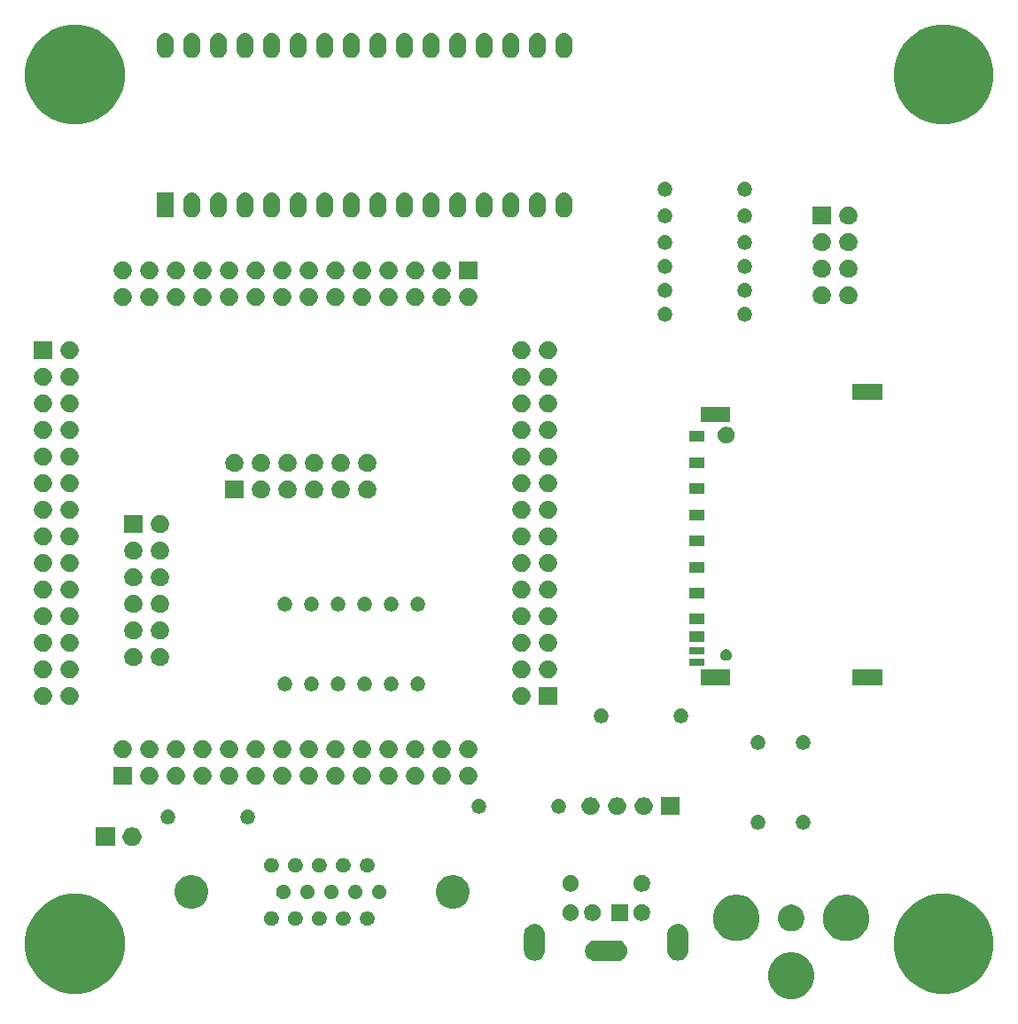
<source format=gbr>
G04 #@! TF.GenerationSoftware,KiCad,Pcbnew,(5.1.5)-3*
G04 #@! TF.CreationDate,2020-03-06T15:44:24-05:00*
G04 #@! TF.ProjectId,EP2C5-DB-TH,45503243-352d-4444-922d-54482e6b6963,X2*
G04 #@! TF.SameCoordinates,Original*
G04 #@! TF.FileFunction,Soldermask,Top*
G04 #@! TF.FilePolarity,Negative*
%FSLAX46Y46*%
G04 Gerber Fmt 4.6, Leading zero omitted, Abs format (unit mm)*
G04 Created by KiCad (PCBNEW (5.1.5)-3) date 2020-03-06 15:44:24*
%MOMM*%
%LPD*%
G04 APERTURE LIST*
%ADD10C,0.150000*%
G04 APERTURE END LIST*
D10*
G36*
X84960152Y-99866239D02*
G01*
X85103279Y-99894709D01*
X85349106Y-99996534D01*
X85469820Y-100046535D01*
X85507749Y-100062246D01*
X85871761Y-100305471D01*
X86181329Y-100615039D01*
X86424554Y-100979051D01*
X86592091Y-101383521D01*
X86677500Y-101812903D01*
X86677500Y-102250697D01*
X86592091Y-102680079D01*
X86424554Y-103084549D01*
X86181329Y-103448561D01*
X85871761Y-103758129D01*
X85507749Y-104001354D01*
X85103279Y-104168891D01*
X84960152Y-104197361D01*
X84673899Y-104254300D01*
X84236101Y-104254300D01*
X83949848Y-104197361D01*
X83806721Y-104168891D01*
X83402251Y-104001354D01*
X83038239Y-103758129D01*
X82728671Y-103448561D01*
X82485446Y-103084549D01*
X82317909Y-102680079D01*
X82232500Y-102250697D01*
X82232500Y-101812903D01*
X82317909Y-101383521D01*
X82485446Y-100979051D01*
X82728671Y-100615039D01*
X83038239Y-100305471D01*
X83402251Y-100062246D01*
X83440181Y-100046535D01*
X83560894Y-99996534D01*
X83806721Y-99894709D01*
X83949848Y-99866239D01*
X84236101Y-99809300D01*
X84673899Y-99809300D01*
X84960152Y-99866239D01*
G37*
G36*
X100389169Y-94420519D02*
G01*
X101255888Y-94779526D01*
X101255890Y-94779527D01*
X102035917Y-95300724D01*
X102699276Y-95964083D01*
X103216991Y-96738899D01*
X103220474Y-96744112D01*
X103579481Y-97610831D01*
X103762500Y-98530933D01*
X103762500Y-99469067D01*
X103579481Y-100389169D01*
X103335143Y-100979053D01*
X103220473Y-101255890D01*
X102699276Y-102035917D01*
X102035917Y-102699276D01*
X101255890Y-103220473D01*
X101255889Y-103220474D01*
X101255888Y-103220474D01*
X100389169Y-103579481D01*
X99469067Y-103762500D01*
X98530933Y-103762500D01*
X97610831Y-103579481D01*
X96744112Y-103220474D01*
X96744111Y-103220474D01*
X96744110Y-103220473D01*
X95964083Y-102699276D01*
X95300724Y-102035917D01*
X94779527Y-101255890D01*
X94664857Y-100979053D01*
X94420519Y-100389169D01*
X94237500Y-99469067D01*
X94237500Y-98530933D01*
X94420519Y-97610831D01*
X94779526Y-96744112D01*
X94783009Y-96738899D01*
X95300724Y-95964083D01*
X95964083Y-95300724D01*
X96744110Y-94779527D01*
X96744112Y-94779526D01*
X97610831Y-94420519D01*
X98530933Y-94237500D01*
X99469067Y-94237500D01*
X100389169Y-94420519D01*
G37*
G36*
X17389169Y-94420519D02*
G01*
X18255888Y-94779526D01*
X18255890Y-94779527D01*
X19035917Y-95300724D01*
X19699276Y-95964083D01*
X20216991Y-96738899D01*
X20220474Y-96744112D01*
X20579481Y-97610831D01*
X20762500Y-98530933D01*
X20762500Y-99469067D01*
X20579481Y-100389169D01*
X20335143Y-100979053D01*
X20220473Y-101255890D01*
X19699276Y-102035917D01*
X19035917Y-102699276D01*
X18255890Y-103220473D01*
X18255889Y-103220474D01*
X18255888Y-103220474D01*
X17389169Y-103579481D01*
X16469067Y-103762500D01*
X15530933Y-103762500D01*
X14610831Y-103579481D01*
X13744112Y-103220474D01*
X13744111Y-103220474D01*
X13744110Y-103220473D01*
X12964083Y-102699276D01*
X12300724Y-102035917D01*
X11779527Y-101255890D01*
X11664857Y-100979053D01*
X11420519Y-100389169D01*
X11237500Y-99469067D01*
X11237500Y-98530933D01*
X11420519Y-97610831D01*
X11779526Y-96744112D01*
X11783009Y-96738899D01*
X12300724Y-95964083D01*
X12964083Y-95300724D01*
X13744110Y-94779527D01*
X13744112Y-94779526D01*
X14610831Y-94420519D01*
X15530933Y-94237500D01*
X16469067Y-94237500D01*
X17389169Y-94420519D01*
G37*
G36*
X67968032Y-98676469D02*
G01*
X68062285Y-98705061D01*
X68156535Y-98733651D01*
X68156537Y-98733652D01*
X68330258Y-98826507D01*
X68482528Y-98951472D01*
X68607493Y-99103742D01*
X68700348Y-99277463D01*
X68757531Y-99465968D01*
X68776838Y-99662000D01*
X68757531Y-99858032D01*
X68757530Y-99858034D01*
X68715517Y-99996534D01*
X68700348Y-100046537D01*
X68607493Y-100220258D01*
X68482528Y-100372528D01*
X68330258Y-100497493D01*
X68156537Y-100590348D01*
X68156535Y-100590349D01*
X68075143Y-100615039D01*
X67968032Y-100647531D01*
X67821124Y-100662000D01*
X65722876Y-100662000D01*
X65575968Y-100647531D01*
X65468857Y-100615039D01*
X65387465Y-100590349D01*
X65387463Y-100590348D01*
X65213742Y-100497493D01*
X65061472Y-100372528D01*
X64936507Y-100220258D01*
X64843652Y-100046537D01*
X64828484Y-99996534D01*
X64786470Y-99858034D01*
X64786469Y-99858032D01*
X64767162Y-99662000D01*
X64786469Y-99465968D01*
X64843652Y-99277463D01*
X64936507Y-99103742D01*
X65061472Y-98951472D01*
X65213742Y-98826507D01*
X65387463Y-98733652D01*
X65387465Y-98733651D01*
X65481715Y-98705061D01*
X65575968Y-98676469D01*
X65722876Y-98662000D01*
X67821124Y-98662000D01*
X67968032Y-98676469D01*
G37*
G36*
X73818031Y-97126469D02*
G01*
X73912283Y-97155060D01*
X74006534Y-97183651D01*
X74006536Y-97183652D01*
X74180258Y-97276507D01*
X74332528Y-97401472D01*
X74457493Y-97553742D01*
X74550348Y-97727463D01*
X74607531Y-97915968D01*
X74622000Y-98062876D01*
X74622000Y-99661124D01*
X74607531Y-99808032D01*
X74550348Y-99996537D01*
X74457493Y-100170258D01*
X74332528Y-100322528D01*
X74180258Y-100447493D01*
X74006537Y-100540348D01*
X74006535Y-100540349D01*
X73912284Y-100568940D01*
X73818032Y-100597531D01*
X73622000Y-100616838D01*
X73425969Y-100597531D01*
X73331717Y-100568940D01*
X73237466Y-100540349D01*
X73237464Y-100540348D01*
X73063743Y-100447493D01*
X72911473Y-100322528D01*
X72786508Y-100170258D01*
X72693651Y-99996534D01*
X72636469Y-99808035D01*
X72622000Y-99661124D01*
X72622000Y-98062877D01*
X72636469Y-97915969D01*
X72674682Y-97790000D01*
X72693651Y-97727466D01*
X72693653Y-97727463D01*
X72786507Y-97553742D01*
X72911472Y-97401472D01*
X73063742Y-97276507D01*
X73237463Y-97183652D01*
X73237465Y-97183651D01*
X73331716Y-97155060D01*
X73425968Y-97126469D01*
X73622000Y-97107162D01*
X73818031Y-97126469D01*
G37*
G36*
X60118031Y-97126469D02*
G01*
X60212283Y-97155060D01*
X60306534Y-97183651D01*
X60306536Y-97183652D01*
X60480258Y-97276507D01*
X60632528Y-97401472D01*
X60757493Y-97553742D01*
X60850348Y-97727463D01*
X60907531Y-97915968D01*
X60922000Y-98062876D01*
X60922000Y-99661124D01*
X60907531Y-99808032D01*
X60850348Y-99996537D01*
X60757493Y-100170258D01*
X60632528Y-100322528D01*
X60480258Y-100447493D01*
X60306537Y-100540348D01*
X60306535Y-100540349D01*
X60212284Y-100568940D01*
X60118032Y-100597531D01*
X59922000Y-100616838D01*
X59725969Y-100597531D01*
X59631717Y-100568940D01*
X59537466Y-100540349D01*
X59537464Y-100540348D01*
X59363743Y-100447493D01*
X59211473Y-100322528D01*
X59086508Y-100170258D01*
X58993651Y-99996534D01*
X58936469Y-99808035D01*
X58922000Y-99661124D01*
X58922000Y-98062877D01*
X58936469Y-97915969D01*
X58974682Y-97790000D01*
X58993651Y-97727466D01*
X58993653Y-97727463D01*
X59086507Y-97553742D01*
X59211472Y-97401472D01*
X59363742Y-97276507D01*
X59537463Y-97183652D01*
X59537465Y-97183651D01*
X59631716Y-97155060D01*
X59725968Y-97126469D01*
X59922000Y-97107162D01*
X60118031Y-97126469D01*
G37*
G36*
X90205252Y-94354439D02*
G01*
X90348379Y-94382909D01*
X90752849Y-94550446D01*
X91116861Y-94793671D01*
X91426429Y-95103239D01*
X91658958Y-95451243D01*
X91669655Y-95467253D01*
X91712982Y-95571853D01*
X91837191Y-95871721D01*
X91843151Y-95901683D01*
X91922600Y-96301101D01*
X91922600Y-96738899D01*
X91890224Y-96901662D01*
X91837191Y-97168279D01*
X91792361Y-97276507D01*
X91697107Y-97506473D01*
X91669654Y-97572749D01*
X91426429Y-97936761D01*
X91116861Y-98246329D01*
X90752849Y-98489554D01*
X90752848Y-98489555D01*
X90752847Y-98489555D01*
X90634381Y-98538625D01*
X90348379Y-98657091D01*
X90205252Y-98685561D01*
X89918999Y-98742500D01*
X89481201Y-98742500D01*
X89194948Y-98685561D01*
X89051821Y-98657091D01*
X88765819Y-98538625D01*
X88647353Y-98489555D01*
X88647352Y-98489555D01*
X88647351Y-98489554D01*
X88283339Y-98246329D01*
X87973771Y-97936761D01*
X87730546Y-97572749D01*
X87703094Y-97506473D01*
X87607839Y-97276507D01*
X87563009Y-97168279D01*
X87509976Y-96901662D01*
X87477600Y-96738899D01*
X87477600Y-96301101D01*
X87557049Y-95901683D01*
X87563009Y-95871721D01*
X87687218Y-95571853D01*
X87730545Y-95467253D01*
X87741243Y-95451243D01*
X87973771Y-95103239D01*
X88283339Y-94793671D01*
X88647351Y-94550446D01*
X89051821Y-94382909D01*
X89194948Y-94354439D01*
X89481201Y-94297500D01*
X89918999Y-94297500D01*
X90205252Y-94354439D01*
G37*
G36*
X79715052Y-94354439D02*
G01*
X79858179Y-94382909D01*
X80262649Y-94550446D01*
X80626661Y-94793671D01*
X80936229Y-95103239D01*
X81168758Y-95451243D01*
X81179455Y-95467253D01*
X81222782Y-95571853D01*
X81346991Y-95871721D01*
X81352951Y-95901683D01*
X81432400Y-96301101D01*
X81432400Y-96738899D01*
X81400024Y-96901662D01*
X81346991Y-97168279D01*
X81302161Y-97276507D01*
X81206907Y-97506473D01*
X81179454Y-97572749D01*
X80936229Y-97936761D01*
X80626661Y-98246329D01*
X80262649Y-98489554D01*
X80262648Y-98489555D01*
X80262647Y-98489555D01*
X80144181Y-98538625D01*
X79858179Y-98657091D01*
X79715052Y-98685561D01*
X79428799Y-98742500D01*
X78991001Y-98742500D01*
X78704748Y-98685561D01*
X78561621Y-98657091D01*
X78275619Y-98538625D01*
X78157153Y-98489555D01*
X78157152Y-98489555D01*
X78157151Y-98489554D01*
X77793139Y-98246329D01*
X77483571Y-97936761D01*
X77240346Y-97572749D01*
X77212894Y-97506473D01*
X77117639Y-97276507D01*
X77072809Y-97168279D01*
X77019776Y-96901662D01*
X76987400Y-96738899D01*
X76987400Y-96301101D01*
X77066849Y-95901683D01*
X77072809Y-95871721D01*
X77197018Y-95571853D01*
X77240345Y-95467253D01*
X77251043Y-95451243D01*
X77483571Y-95103239D01*
X77793139Y-94793671D01*
X78157151Y-94550446D01*
X78561621Y-94382909D01*
X78704748Y-94354439D01*
X78991001Y-94297500D01*
X79428799Y-94297500D01*
X79715052Y-94354439D01*
G37*
G36*
X84702764Y-95274402D02*
G01*
X84825445Y-95298805D01*
X84988875Y-95366500D01*
X85047055Y-95390599D01*
X85056571Y-95394541D01*
X85141430Y-95451242D01*
X85217440Y-95502030D01*
X85264578Y-95533527D01*
X85441473Y-95710422D01*
X85580459Y-95918429D01*
X85667297Y-96128073D01*
X85676195Y-96149556D01*
X85724210Y-96390941D01*
X85725000Y-96394916D01*
X85725000Y-96645084D01*
X85676195Y-96890445D01*
X85624160Y-97016067D01*
X85586428Y-97107162D01*
X85580459Y-97121571D01*
X85533170Y-97192344D01*
X85499686Y-97242457D01*
X85441473Y-97329578D01*
X85264578Y-97506473D01*
X85056571Y-97645459D01*
X84825445Y-97741195D01*
X84702764Y-97765598D01*
X84580085Y-97790000D01*
X84329915Y-97790000D01*
X84207236Y-97765598D01*
X84084555Y-97741195D01*
X83853429Y-97645459D01*
X83645422Y-97506473D01*
X83468527Y-97329578D01*
X83410315Y-97242457D01*
X83376830Y-97192344D01*
X83329541Y-97121571D01*
X83323573Y-97107162D01*
X83285840Y-97016067D01*
X83233805Y-96890445D01*
X83185000Y-96645084D01*
X83185000Y-96394916D01*
X83185791Y-96390941D01*
X83233805Y-96149556D01*
X83242704Y-96128073D01*
X83329541Y-95918429D01*
X83468527Y-95710422D01*
X83645422Y-95533527D01*
X83692561Y-95502030D01*
X83768570Y-95451242D01*
X83853429Y-95394541D01*
X83862946Y-95390599D01*
X83921125Y-95366500D01*
X84084555Y-95298805D01*
X84207236Y-95274402D01*
X84329915Y-95250000D01*
X84580085Y-95250000D01*
X84702764Y-95274402D01*
G37*
G36*
X44138125Y-95901682D02*
G01*
X44259112Y-95951797D01*
X44265244Y-95954337D01*
X44379648Y-96030779D01*
X44476941Y-96128072D01*
X44551687Y-96239938D01*
X44553384Y-96242478D01*
X44606038Y-96369595D01*
X44632880Y-96504542D01*
X44632880Y-96642138D01*
X44606038Y-96777085D01*
X44559083Y-96890444D01*
X44553383Y-96904204D01*
X44476941Y-97018608D01*
X44379648Y-97115901D01*
X44265244Y-97192343D01*
X44265243Y-97192344D01*
X44265242Y-97192344D01*
X44138125Y-97244998D01*
X44003178Y-97271840D01*
X43865582Y-97271840D01*
X43730635Y-97244998D01*
X43603518Y-97192344D01*
X43603517Y-97192344D01*
X43603516Y-97192343D01*
X43489112Y-97115901D01*
X43391819Y-97018608D01*
X43315377Y-96904204D01*
X43309677Y-96890444D01*
X43262722Y-96777085D01*
X43235880Y-96642138D01*
X43235880Y-96504542D01*
X43262722Y-96369595D01*
X43315376Y-96242478D01*
X43317073Y-96239938D01*
X43391819Y-96128072D01*
X43489112Y-96030779D01*
X43603516Y-95954337D01*
X43609648Y-95951797D01*
X43730635Y-95901682D01*
X43865582Y-95874840D01*
X44003178Y-95874840D01*
X44138125Y-95901682D01*
G37*
G36*
X41847045Y-95901682D02*
G01*
X41968032Y-95951797D01*
X41974164Y-95954337D01*
X42088568Y-96030779D01*
X42185861Y-96128072D01*
X42260607Y-96239938D01*
X42262304Y-96242478D01*
X42314958Y-96369595D01*
X42341800Y-96504542D01*
X42341800Y-96642138D01*
X42314958Y-96777085D01*
X42268003Y-96890444D01*
X42262303Y-96904204D01*
X42185861Y-97018608D01*
X42088568Y-97115901D01*
X41974164Y-97192343D01*
X41974163Y-97192344D01*
X41974162Y-97192344D01*
X41847045Y-97244998D01*
X41712098Y-97271840D01*
X41574502Y-97271840D01*
X41439555Y-97244998D01*
X41312438Y-97192344D01*
X41312437Y-97192344D01*
X41312436Y-97192343D01*
X41198032Y-97115901D01*
X41100739Y-97018608D01*
X41024297Y-96904204D01*
X41018597Y-96890444D01*
X40971642Y-96777085D01*
X40944800Y-96642138D01*
X40944800Y-96504542D01*
X40971642Y-96369595D01*
X41024296Y-96242478D01*
X41025993Y-96239938D01*
X41100739Y-96128072D01*
X41198032Y-96030779D01*
X41312436Y-95954337D01*
X41318568Y-95951797D01*
X41439555Y-95901682D01*
X41574502Y-95874840D01*
X41712098Y-95874840D01*
X41847045Y-95901682D01*
G37*
G36*
X34978885Y-95901682D02*
G01*
X35099872Y-95951797D01*
X35106004Y-95954337D01*
X35220408Y-96030779D01*
X35317701Y-96128072D01*
X35392447Y-96239938D01*
X35394144Y-96242478D01*
X35446798Y-96369595D01*
X35473640Y-96504542D01*
X35473640Y-96642138D01*
X35446798Y-96777085D01*
X35399843Y-96890444D01*
X35394143Y-96904204D01*
X35317701Y-97018608D01*
X35220408Y-97115901D01*
X35106004Y-97192343D01*
X35106003Y-97192344D01*
X35106002Y-97192344D01*
X34978885Y-97244998D01*
X34843938Y-97271840D01*
X34706342Y-97271840D01*
X34571395Y-97244998D01*
X34444278Y-97192344D01*
X34444277Y-97192344D01*
X34444276Y-97192343D01*
X34329872Y-97115901D01*
X34232579Y-97018608D01*
X34156137Y-96904204D01*
X34150437Y-96890444D01*
X34103482Y-96777085D01*
X34076640Y-96642138D01*
X34076640Y-96504542D01*
X34103482Y-96369595D01*
X34156136Y-96242478D01*
X34157833Y-96239938D01*
X34232579Y-96128072D01*
X34329872Y-96030779D01*
X34444276Y-95954337D01*
X34450408Y-95951797D01*
X34571395Y-95901682D01*
X34706342Y-95874840D01*
X34843938Y-95874840D01*
X34978885Y-95901682D01*
G37*
G36*
X37267425Y-95901682D02*
G01*
X37388412Y-95951797D01*
X37394544Y-95954337D01*
X37508948Y-96030779D01*
X37606241Y-96128072D01*
X37680987Y-96239938D01*
X37682684Y-96242478D01*
X37735338Y-96369595D01*
X37762180Y-96504542D01*
X37762180Y-96642138D01*
X37735338Y-96777085D01*
X37688383Y-96890444D01*
X37682683Y-96904204D01*
X37606241Y-97018608D01*
X37508948Y-97115901D01*
X37394544Y-97192343D01*
X37394543Y-97192344D01*
X37394542Y-97192344D01*
X37267425Y-97244998D01*
X37132478Y-97271840D01*
X36994882Y-97271840D01*
X36859935Y-97244998D01*
X36732818Y-97192344D01*
X36732817Y-97192344D01*
X36732816Y-97192343D01*
X36618412Y-97115901D01*
X36521119Y-97018608D01*
X36444677Y-96904204D01*
X36438977Y-96890444D01*
X36392022Y-96777085D01*
X36365180Y-96642138D01*
X36365180Y-96504542D01*
X36392022Y-96369595D01*
X36444676Y-96242478D01*
X36446373Y-96239938D01*
X36521119Y-96128072D01*
X36618412Y-96030779D01*
X36732816Y-95954337D01*
X36738948Y-95951797D01*
X36859935Y-95901682D01*
X36994882Y-95874840D01*
X37132478Y-95874840D01*
X37267425Y-95901682D01*
G37*
G36*
X39558505Y-95899142D02*
G01*
X39685622Y-95951796D01*
X39685624Y-95951797D01*
X39800028Y-96028239D01*
X39897321Y-96125532D01*
X39913373Y-96149556D01*
X39973764Y-96239938D01*
X40026418Y-96367055D01*
X40053260Y-96502002D01*
X40053260Y-96639598D01*
X40026418Y-96774545D01*
X39978410Y-96890445D01*
X39973763Y-96901664D01*
X39897321Y-97016068D01*
X39800028Y-97113361D01*
X39685624Y-97189803D01*
X39685623Y-97189804D01*
X39685622Y-97189804D01*
X39558505Y-97242458D01*
X39423558Y-97269300D01*
X39285962Y-97269300D01*
X39151015Y-97242458D01*
X39023898Y-97189804D01*
X39023897Y-97189804D01*
X39023896Y-97189803D01*
X38909492Y-97113361D01*
X38812199Y-97016068D01*
X38735757Y-96901664D01*
X38731110Y-96890445D01*
X38683102Y-96774545D01*
X38656260Y-96639598D01*
X38656260Y-96502002D01*
X38683102Y-96367055D01*
X38735756Y-96239938D01*
X38796147Y-96149556D01*
X38812199Y-96125532D01*
X38909492Y-96028239D01*
X39023896Y-95951797D01*
X39023898Y-95951796D01*
X39151015Y-95899142D01*
X39285962Y-95872300D01*
X39423558Y-95872300D01*
X39558505Y-95899142D01*
G37*
G36*
X70405351Y-95242743D02*
G01*
X70550941Y-95303048D01*
X70681970Y-95390599D01*
X70793401Y-95502030D01*
X70880952Y-95633059D01*
X70941257Y-95778649D01*
X70972000Y-95933206D01*
X70972000Y-96090794D01*
X70941257Y-96245351D01*
X70880952Y-96390941D01*
X70793401Y-96521970D01*
X70681970Y-96633401D01*
X70550941Y-96720952D01*
X70405351Y-96781257D01*
X70250794Y-96812000D01*
X70093206Y-96812000D01*
X69938649Y-96781257D01*
X69793059Y-96720952D01*
X69662030Y-96633401D01*
X69550599Y-96521970D01*
X69463048Y-96390941D01*
X69402743Y-96245351D01*
X69372000Y-96090794D01*
X69372000Y-95933206D01*
X69402743Y-95778649D01*
X69463048Y-95633059D01*
X69550599Y-95502030D01*
X69662030Y-95390599D01*
X69793059Y-95303048D01*
X69938649Y-95242743D01*
X70093206Y-95212000D01*
X70250794Y-95212000D01*
X70405351Y-95242743D01*
G37*
G36*
X63605351Y-95242743D02*
G01*
X63750941Y-95303048D01*
X63881970Y-95390599D01*
X63993401Y-95502030D01*
X64080952Y-95633059D01*
X64141257Y-95778649D01*
X64172000Y-95933206D01*
X64172000Y-96090794D01*
X64141257Y-96245351D01*
X64080952Y-96390941D01*
X63993401Y-96521970D01*
X63881970Y-96633401D01*
X63750941Y-96720952D01*
X63605351Y-96781257D01*
X63450794Y-96812000D01*
X63293206Y-96812000D01*
X63138649Y-96781257D01*
X62993059Y-96720952D01*
X62862030Y-96633401D01*
X62750599Y-96521970D01*
X62663048Y-96390941D01*
X62602743Y-96245351D01*
X62572000Y-96090794D01*
X62572000Y-95933206D01*
X62602743Y-95778649D01*
X62663048Y-95633059D01*
X62750599Y-95502030D01*
X62862030Y-95390599D01*
X62993059Y-95303048D01*
X63138649Y-95242743D01*
X63293206Y-95212000D01*
X63450794Y-95212000D01*
X63605351Y-95242743D01*
G37*
G36*
X65705351Y-95242743D02*
G01*
X65850941Y-95303048D01*
X65981970Y-95390599D01*
X66093401Y-95502030D01*
X66180952Y-95633059D01*
X66241257Y-95778649D01*
X66272000Y-95933206D01*
X66272000Y-96090794D01*
X66241257Y-96245351D01*
X66180952Y-96390941D01*
X66093401Y-96521970D01*
X65981970Y-96633401D01*
X65850941Y-96720952D01*
X65705351Y-96781257D01*
X65550794Y-96812000D01*
X65393206Y-96812000D01*
X65238649Y-96781257D01*
X65093059Y-96720952D01*
X64962030Y-96633401D01*
X64850599Y-96521970D01*
X64763048Y-96390941D01*
X64702743Y-96245351D01*
X64672000Y-96090794D01*
X64672000Y-95933206D01*
X64702743Y-95778649D01*
X64763048Y-95633059D01*
X64850599Y-95502030D01*
X64962030Y-95390599D01*
X65093059Y-95303048D01*
X65238649Y-95242743D01*
X65393206Y-95212000D01*
X65550794Y-95212000D01*
X65705351Y-95242743D01*
G37*
G36*
X68872000Y-96812000D02*
G01*
X67272000Y-96812000D01*
X67272000Y-95212000D01*
X68872000Y-95212000D01*
X68872000Y-96812000D01*
G37*
G36*
X52584963Y-92494826D02*
G01*
X52876143Y-92615437D01*
X53138200Y-92790538D01*
X53361062Y-93013400D01*
X53536163Y-93275457D01*
X53656774Y-93566637D01*
X53718260Y-93875752D01*
X53718260Y-94190928D01*
X53656774Y-94500043D01*
X53536163Y-94791223D01*
X53361062Y-95053280D01*
X53138200Y-95276142D01*
X52876143Y-95451243D01*
X52584963Y-95571854D01*
X52275848Y-95633340D01*
X51960672Y-95633340D01*
X51651557Y-95571854D01*
X51360377Y-95451243D01*
X51098320Y-95276142D01*
X50875458Y-95053280D01*
X50700357Y-94791223D01*
X50579746Y-94500043D01*
X50518260Y-94190928D01*
X50518260Y-93875752D01*
X50579746Y-93566637D01*
X50700357Y-93275457D01*
X50875458Y-93013400D01*
X51098320Y-92790538D01*
X51360377Y-92615437D01*
X51651557Y-92494826D01*
X51960672Y-92433340D01*
X52275848Y-92433340D01*
X52584963Y-92494826D01*
G37*
G36*
X27596443Y-92494826D02*
G01*
X27887623Y-92615437D01*
X28149680Y-92790538D01*
X28372542Y-93013400D01*
X28547643Y-93275457D01*
X28668254Y-93566637D01*
X28729740Y-93875752D01*
X28729740Y-94190928D01*
X28668254Y-94500043D01*
X28547643Y-94791223D01*
X28372542Y-95053280D01*
X28149680Y-95276142D01*
X27887623Y-95451243D01*
X27596443Y-95571854D01*
X27287328Y-95633340D01*
X26972152Y-95633340D01*
X26663037Y-95571854D01*
X26371857Y-95451243D01*
X26109800Y-95276142D01*
X25886938Y-95053280D01*
X25711837Y-94791223D01*
X25591226Y-94500043D01*
X25529740Y-94190928D01*
X25529740Y-93875752D01*
X25591226Y-93566637D01*
X25711837Y-93275457D01*
X25886938Y-93013400D01*
X26109800Y-92790538D01*
X26371857Y-92615437D01*
X26663037Y-92494826D01*
X26972152Y-92433340D01*
X27287328Y-92433340D01*
X27596443Y-92494826D01*
G37*
G36*
X38412965Y-93361682D02*
G01*
X38540082Y-93414336D01*
X38540084Y-93414337D01*
X38654488Y-93490779D01*
X38751781Y-93588072D01*
X38828223Y-93702476D01*
X38828224Y-93702478D01*
X38880878Y-93829595D01*
X38907720Y-93964542D01*
X38907720Y-94102138D01*
X38880878Y-94237085D01*
X38828224Y-94364202D01*
X38828223Y-94364204D01*
X38751781Y-94478608D01*
X38654488Y-94575901D01*
X38540084Y-94652343D01*
X38540083Y-94652344D01*
X38540082Y-94652344D01*
X38412965Y-94704998D01*
X38278018Y-94731840D01*
X38140422Y-94731840D01*
X38005475Y-94704998D01*
X37878358Y-94652344D01*
X37878357Y-94652344D01*
X37878356Y-94652343D01*
X37763952Y-94575901D01*
X37666659Y-94478608D01*
X37590217Y-94364204D01*
X37590216Y-94364202D01*
X37537562Y-94237085D01*
X37510720Y-94102138D01*
X37510720Y-93964542D01*
X37537562Y-93829595D01*
X37590216Y-93702478D01*
X37590217Y-93702476D01*
X37666659Y-93588072D01*
X37763952Y-93490779D01*
X37878356Y-93414337D01*
X37878358Y-93414336D01*
X38005475Y-93361682D01*
X38140422Y-93334840D01*
X38278018Y-93334840D01*
X38412965Y-93361682D01*
G37*
G36*
X40701505Y-93361682D02*
G01*
X40828622Y-93414336D01*
X40828624Y-93414337D01*
X40943028Y-93490779D01*
X41040321Y-93588072D01*
X41116763Y-93702476D01*
X41116764Y-93702478D01*
X41169418Y-93829595D01*
X41196260Y-93964542D01*
X41196260Y-94102138D01*
X41169418Y-94237085D01*
X41116764Y-94364202D01*
X41116763Y-94364204D01*
X41040321Y-94478608D01*
X40943028Y-94575901D01*
X40828624Y-94652343D01*
X40828623Y-94652344D01*
X40828622Y-94652344D01*
X40701505Y-94704998D01*
X40566558Y-94731840D01*
X40428962Y-94731840D01*
X40294015Y-94704998D01*
X40166898Y-94652344D01*
X40166897Y-94652344D01*
X40166896Y-94652343D01*
X40052492Y-94575901D01*
X39955199Y-94478608D01*
X39878757Y-94364204D01*
X39878756Y-94364202D01*
X39826102Y-94237085D01*
X39799260Y-94102138D01*
X39799260Y-93964542D01*
X39826102Y-93829595D01*
X39878756Y-93702478D01*
X39878757Y-93702476D01*
X39955199Y-93588072D01*
X40052492Y-93490779D01*
X40166896Y-93414337D01*
X40166898Y-93414336D01*
X40294015Y-93361682D01*
X40428962Y-93334840D01*
X40566558Y-93334840D01*
X40701505Y-93361682D01*
G37*
G36*
X42992585Y-93361682D02*
G01*
X43119702Y-93414336D01*
X43119704Y-93414337D01*
X43234108Y-93490779D01*
X43331401Y-93588072D01*
X43407843Y-93702476D01*
X43407844Y-93702478D01*
X43460498Y-93829595D01*
X43487340Y-93964542D01*
X43487340Y-94102138D01*
X43460498Y-94237085D01*
X43407844Y-94364202D01*
X43407843Y-94364204D01*
X43331401Y-94478608D01*
X43234108Y-94575901D01*
X43119704Y-94652343D01*
X43119703Y-94652344D01*
X43119702Y-94652344D01*
X42992585Y-94704998D01*
X42857638Y-94731840D01*
X42720042Y-94731840D01*
X42585095Y-94704998D01*
X42457978Y-94652344D01*
X42457977Y-94652344D01*
X42457976Y-94652343D01*
X42343572Y-94575901D01*
X42246279Y-94478608D01*
X42169837Y-94364204D01*
X42169836Y-94364202D01*
X42117182Y-94237085D01*
X42090340Y-94102138D01*
X42090340Y-93964542D01*
X42117182Y-93829595D01*
X42169836Y-93702478D01*
X42169837Y-93702476D01*
X42246279Y-93588072D01*
X42343572Y-93490779D01*
X42457976Y-93414337D01*
X42457978Y-93414336D01*
X42585095Y-93361682D01*
X42720042Y-93334840D01*
X42857638Y-93334840D01*
X42992585Y-93361682D01*
G37*
G36*
X45283665Y-93361682D02*
G01*
X45410782Y-93414336D01*
X45410784Y-93414337D01*
X45525188Y-93490779D01*
X45622481Y-93588072D01*
X45698923Y-93702476D01*
X45698924Y-93702478D01*
X45751578Y-93829595D01*
X45778420Y-93964542D01*
X45778420Y-94102138D01*
X45751578Y-94237085D01*
X45698924Y-94364202D01*
X45698923Y-94364204D01*
X45622481Y-94478608D01*
X45525188Y-94575901D01*
X45410784Y-94652343D01*
X45410783Y-94652344D01*
X45410782Y-94652344D01*
X45283665Y-94704998D01*
X45148718Y-94731840D01*
X45011122Y-94731840D01*
X44876175Y-94704998D01*
X44749058Y-94652344D01*
X44749057Y-94652344D01*
X44749056Y-94652343D01*
X44634652Y-94575901D01*
X44537359Y-94478608D01*
X44460917Y-94364204D01*
X44460916Y-94364202D01*
X44408262Y-94237085D01*
X44381420Y-94102138D01*
X44381420Y-93964542D01*
X44408262Y-93829595D01*
X44460916Y-93702478D01*
X44460917Y-93702476D01*
X44537359Y-93588072D01*
X44634652Y-93490779D01*
X44749056Y-93414337D01*
X44749058Y-93414336D01*
X44876175Y-93361682D01*
X45011122Y-93334840D01*
X45148718Y-93334840D01*
X45283665Y-93361682D01*
G37*
G36*
X36121885Y-93361682D02*
G01*
X36249002Y-93414336D01*
X36249004Y-93414337D01*
X36363408Y-93490779D01*
X36460701Y-93588072D01*
X36537143Y-93702476D01*
X36537144Y-93702478D01*
X36589798Y-93829595D01*
X36616640Y-93964542D01*
X36616640Y-94102138D01*
X36589798Y-94237085D01*
X36537144Y-94364202D01*
X36537143Y-94364204D01*
X36460701Y-94478608D01*
X36363408Y-94575901D01*
X36249004Y-94652343D01*
X36249003Y-94652344D01*
X36249002Y-94652344D01*
X36121885Y-94704998D01*
X35986938Y-94731840D01*
X35849342Y-94731840D01*
X35714395Y-94704998D01*
X35587278Y-94652344D01*
X35587277Y-94652344D01*
X35587276Y-94652343D01*
X35472872Y-94575901D01*
X35375579Y-94478608D01*
X35299137Y-94364204D01*
X35299136Y-94364202D01*
X35246482Y-94237085D01*
X35219640Y-94102138D01*
X35219640Y-93964542D01*
X35246482Y-93829595D01*
X35299136Y-93702478D01*
X35299137Y-93702476D01*
X35375579Y-93588072D01*
X35472872Y-93490779D01*
X35587276Y-93414337D01*
X35587278Y-93414336D01*
X35714395Y-93361682D01*
X35849342Y-93334840D01*
X35986938Y-93334840D01*
X36121885Y-93361682D01*
G37*
G36*
X70405351Y-92442743D02*
G01*
X70550941Y-92503048D01*
X70681970Y-92590599D01*
X70793401Y-92702030D01*
X70880952Y-92833059D01*
X70941257Y-92978649D01*
X70972000Y-93133206D01*
X70972000Y-93290794D01*
X70941257Y-93445351D01*
X70880952Y-93590941D01*
X70793401Y-93721970D01*
X70681970Y-93833401D01*
X70550941Y-93920952D01*
X70405351Y-93981257D01*
X70250794Y-94012000D01*
X70093206Y-94012000D01*
X69938649Y-93981257D01*
X69793059Y-93920952D01*
X69662030Y-93833401D01*
X69550599Y-93721970D01*
X69463048Y-93590941D01*
X69402743Y-93445351D01*
X69372000Y-93290794D01*
X69372000Y-93133206D01*
X69402743Y-92978649D01*
X69463048Y-92833059D01*
X69550599Y-92702030D01*
X69662030Y-92590599D01*
X69793059Y-92503048D01*
X69938649Y-92442743D01*
X70093206Y-92412000D01*
X70250794Y-92412000D01*
X70405351Y-92442743D01*
G37*
G36*
X63605351Y-92442743D02*
G01*
X63750941Y-92503048D01*
X63881970Y-92590599D01*
X63993401Y-92702030D01*
X64080952Y-92833059D01*
X64141257Y-92978649D01*
X64172000Y-93133206D01*
X64172000Y-93290794D01*
X64141257Y-93445351D01*
X64080952Y-93590941D01*
X63993401Y-93721970D01*
X63881970Y-93833401D01*
X63750941Y-93920952D01*
X63605351Y-93981257D01*
X63450794Y-94012000D01*
X63293206Y-94012000D01*
X63138649Y-93981257D01*
X62993059Y-93920952D01*
X62862030Y-93833401D01*
X62750599Y-93721970D01*
X62663048Y-93590941D01*
X62602743Y-93445351D01*
X62572000Y-93290794D01*
X62572000Y-93133206D01*
X62602743Y-92978649D01*
X62663048Y-92833059D01*
X62750599Y-92702030D01*
X62862030Y-92590599D01*
X62993059Y-92503048D01*
X63138649Y-92442743D01*
X63293206Y-92412000D01*
X63450794Y-92412000D01*
X63605351Y-92442743D01*
G37*
G36*
X37267425Y-90821682D02*
G01*
X37394542Y-90874336D01*
X37394544Y-90874337D01*
X37508948Y-90950779D01*
X37606241Y-91048072D01*
X37682683Y-91162476D01*
X37682684Y-91162478D01*
X37735338Y-91289595D01*
X37762180Y-91424542D01*
X37762180Y-91562138D01*
X37735338Y-91697085D01*
X37682684Y-91824202D01*
X37682683Y-91824204D01*
X37606241Y-91938608D01*
X37508948Y-92035901D01*
X37394544Y-92112343D01*
X37394543Y-92112344D01*
X37394542Y-92112344D01*
X37267425Y-92164998D01*
X37132478Y-92191840D01*
X36994882Y-92191840D01*
X36859935Y-92164998D01*
X36732818Y-92112344D01*
X36732817Y-92112344D01*
X36732816Y-92112343D01*
X36618412Y-92035901D01*
X36521119Y-91938608D01*
X36444677Y-91824204D01*
X36444676Y-91824202D01*
X36392022Y-91697085D01*
X36365180Y-91562138D01*
X36365180Y-91424542D01*
X36392022Y-91289595D01*
X36444676Y-91162478D01*
X36444677Y-91162476D01*
X36521119Y-91048072D01*
X36618412Y-90950779D01*
X36732816Y-90874337D01*
X36732818Y-90874336D01*
X36859935Y-90821682D01*
X36994882Y-90794840D01*
X37132478Y-90794840D01*
X37267425Y-90821682D01*
G37*
G36*
X44138125Y-90821682D02*
G01*
X44265242Y-90874336D01*
X44265244Y-90874337D01*
X44379648Y-90950779D01*
X44476941Y-91048072D01*
X44553383Y-91162476D01*
X44553384Y-91162478D01*
X44606038Y-91289595D01*
X44632880Y-91424542D01*
X44632880Y-91562138D01*
X44606038Y-91697085D01*
X44553384Y-91824202D01*
X44553383Y-91824204D01*
X44476941Y-91938608D01*
X44379648Y-92035901D01*
X44265244Y-92112343D01*
X44265243Y-92112344D01*
X44265242Y-92112344D01*
X44138125Y-92164998D01*
X44003178Y-92191840D01*
X43865582Y-92191840D01*
X43730635Y-92164998D01*
X43603518Y-92112344D01*
X43603517Y-92112344D01*
X43603516Y-92112343D01*
X43489112Y-92035901D01*
X43391819Y-91938608D01*
X43315377Y-91824204D01*
X43315376Y-91824202D01*
X43262722Y-91697085D01*
X43235880Y-91562138D01*
X43235880Y-91424542D01*
X43262722Y-91289595D01*
X43315376Y-91162478D01*
X43315377Y-91162476D01*
X43391819Y-91048072D01*
X43489112Y-90950779D01*
X43603516Y-90874337D01*
X43603518Y-90874336D01*
X43730635Y-90821682D01*
X43865582Y-90794840D01*
X44003178Y-90794840D01*
X44138125Y-90821682D01*
G37*
G36*
X41847045Y-90821682D02*
G01*
X41974162Y-90874336D01*
X41974164Y-90874337D01*
X42088568Y-90950779D01*
X42185861Y-91048072D01*
X42262303Y-91162476D01*
X42262304Y-91162478D01*
X42314958Y-91289595D01*
X42341800Y-91424542D01*
X42341800Y-91562138D01*
X42314958Y-91697085D01*
X42262304Y-91824202D01*
X42262303Y-91824204D01*
X42185861Y-91938608D01*
X42088568Y-92035901D01*
X41974164Y-92112343D01*
X41974163Y-92112344D01*
X41974162Y-92112344D01*
X41847045Y-92164998D01*
X41712098Y-92191840D01*
X41574502Y-92191840D01*
X41439555Y-92164998D01*
X41312438Y-92112344D01*
X41312437Y-92112344D01*
X41312436Y-92112343D01*
X41198032Y-92035901D01*
X41100739Y-91938608D01*
X41024297Y-91824204D01*
X41024296Y-91824202D01*
X40971642Y-91697085D01*
X40944800Y-91562138D01*
X40944800Y-91424542D01*
X40971642Y-91289595D01*
X41024296Y-91162478D01*
X41024297Y-91162476D01*
X41100739Y-91048072D01*
X41198032Y-90950779D01*
X41312436Y-90874337D01*
X41312438Y-90874336D01*
X41439555Y-90821682D01*
X41574502Y-90794840D01*
X41712098Y-90794840D01*
X41847045Y-90821682D01*
G37*
G36*
X39561045Y-90821682D02*
G01*
X39688162Y-90874336D01*
X39688164Y-90874337D01*
X39802568Y-90950779D01*
X39899861Y-91048072D01*
X39976303Y-91162476D01*
X39976304Y-91162478D01*
X40028958Y-91289595D01*
X40055800Y-91424542D01*
X40055800Y-91562138D01*
X40028958Y-91697085D01*
X39976304Y-91824202D01*
X39976303Y-91824204D01*
X39899861Y-91938608D01*
X39802568Y-92035901D01*
X39688164Y-92112343D01*
X39688163Y-92112344D01*
X39688162Y-92112344D01*
X39561045Y-92164998D01*
X39426098Y-92191840D01*
X39288502Y-92191840D01*
X39153555Y-92164998D01*
X39026438Y-92112344D01*
X39026437Y-92112344D01*
X39026436Y-92112343D01*
X38912032Y-92035901D01*
X38814739Y-91938608D01*
X38738297Y-91824204D01*
X38738296Y-91824202D01*
X38685642Y-91697085D01*
X38658800Y-91562138D01*
X38658800Y-91424542D01*
X38685642Y-91289595D01*
X38738296Y-91162478D01*
X38738297Y-91162476D01*
X38814739Y-91048072D01*
X38912032Y-90950779D01*
X39026436Y-90874337D01*
X39026438Y-90874336D01*
X39153555Y-90821682D01*
X39288502Y-90794840D01*
X39426098Y-90794840D01*
X39561045Y-90821682D01*
G37*
G36*
X34978885Y-90821682D02*
G01*
X35106002Y-90874336D01*
X35106004Y-90874337D01*
X35220408Y-90950779D01*
X35317701Y-91048072D01*
X35394143Y-91162476D01*
X35394144Y-91162478D01*
X35446798Y-91289595D01*
X35473640Y-91424542D01*
X35473640Y-91562138D01*
X35446798Y-91697085D01*
X35394144Y-91824202D01*
X35394143Y-91824204D01*
X35317701Y-91938608D01*
X35220408Y-92035901D01*
X35106004Y-92112343D01*
X35106003Y-92112344D01*
X35106002Y-92112344D01*
X34978885Y-92164998D01*
X34843938Y-92191840D01*
X34706342Y-92191840D01*
X34571395Y-92164998D01*
X34444278Y-92112344D01*
X34444277Y-92112344D01*
X34444276Y-92112343D01*
X34329872Y-92035901D01*
X34232579Y-91938608D01*
X34156137Y-91824204D01*
X34156136Y-91824202D01*
X34103482Y-91697085D01*
X34076640Y-91562138D01*
X34076640Y-91424542D01*
X34103482Y-91289595D01*
X34156136Y-91162478D01*
X34156137Y-91162476D01*
X34232579Y-91048072D01*
X34329872Y-90950779D01*
X34444276Y-90874337D01*
X34444278Y-90874336D01*
X34571395Y-90821682D01*
X34706342Y-90794840D01*
X34843938Y-90794840D01*
X34978885Y-90821682D01*
G37*
G36*
X21725520Y-87907586D02*
G01*
X21889310Y-87975430D01*
X22036717Y-88073924D01*
X22162076Y-88199283D01*
X22260570Y-88346690D01*
X22328414Y-88510480D01*
X22363000Y-88684358D01*
X22363000Y-88861642D01*
X22328414Y-89035520D01*
X22260570Y-89199310D01*
X22162076Y-89346717D01*
X22036717Y-89472076D01*
X21889310Y-89570570D01*
X21889309Y-89570571D01*
X21889308Y-89570571D01*
X21725520Y-89638414D01*
X21551644Y-89673000D01*
X21374356Y-89673000D01*
X21200480Y-89638414D01*
X21036692Y-89570571D01*
X21036691Y-89570571D01*
X21036690Y-89570570D01*
X20889283Y-89472076D01*
X20763924Y-89346717D01*
X20665430Y-89199310D01*
X20597586Y-89035520D01*
X20563000Y-88861642D01*
X20563000Y-88684358D01*
X20597586Y-88510480D01*
X20665430Y-88346690D01*
X20763924Y-88199283D01*
X20889283Y-88073924D01*
X21036690Y-87975430D01*
X21200480Y-87907586D01*
X21374356Y-87873000D01*
X21551644Y-87873000D01*
X21725520Y-87907586D01*
G37*
G36*
X19823000Y-89673000D02*
G01*
X18023000Y-89673000D01*
X18023000Y-87873000D01*
X19823000Y-87873000D01*
X19823000Y-89673000D01*
G37*
G36*
X85802182Y-86702900D02*
G01*
X85929573Y-86755667D01*
X85929574Y-86755668D01*
X86044224Y-86832274D01*
X86141726Y-86929776D01*
X86141727Y-86929778D01*
X86218333Y-87044427D01*
X86271100Y-87171818D01*
X86298000Y-87307055D01*
X86298000Y-87444945D01*
X86271100Y-87580182D01*
X86218333Y-87707573D01*
X86218332Y-87707574D01*
X86141726Y-87822224D01*
X86044224Y-87919726D01*
X85986510Y-87958289D01*
X85929573Y-87996333D01*
X85802182Y-88049100D01*
X85666945Y-88076000D01*
X85529055Y-88076000D01*
X85393818Y-88049100D01*
X85266427Y-87996333D01*
X85209490Y-87958289D01*
X85151776Y-87919726D01*
X85054274Y-87822224D01*
X84977668Y-87707574D01*
X84977667Y-87707573D01*
X84924900Y-87580182D01*
X84898000Y-87444945D01*
X84898000Y-87307055D01*
X84924900Y-87171818D01*
X84977667Y-87044427D01*
X85054273Y-86929778D01*
X85054274Y-86929776D01*
X85151776Y-86832274D01*
X85266426Y-86755668D01*
X85266427Y-86755667D01*
X85393818Y-86702900D01*
X85529055Y-86676000D01*
X85666945Y-86676000D01*
X85802182Y-86702900D01*
G37*
G36*
X81484182Y-86702900D02*
G01*
X81611573Y-86755667D01*
X81611574Y-86755668D01*
X81726224Y-86832274D01*
X81823726Y-86929776D01*
X81823727Y-86929778D01*
X81900333Y-87044427D01*
X81953100Y-87171818D01*
X81980000Y-87307055D01*
X81980000Y-87444945D01*
X81953100Y-87580182D01*
X81900333Y-87707573D01*
X81900332Y-87707574D01*
X81823726Y-87822224D01*
X81726224Y-87919726D01*
X81668510Y-87958289D01*
X81611573Y-87996333D01*
X81484182Y-88049100D01*
X81348945Y-88076000D01*
X81211055Y-88076000D01*
X81075818Y-88049100D01*
X80948427Y-87996333D01*
X80891490Y-87958289D01*
X80833776Y-87919726D01*
X80736274Y-87822224D01*
X80659668Y-87707574D01*
X80659667Y-87707573D01*
X80606900Y-87580182D01*
X80580000Y-87444945D01*
X80580000Y-87307055D01*
X80606900Y-87171818D01*
X80659667Y-87044427D01*
X80736273Y-86929778D01*
X80736274Y-86929776D01*
X80833776Y-86832274D01*
X80948426Y-86755668D01*
X80948427Y-86755667D01*
X81075818Y-86702900D01*
X81211055Y-86676000D01*
X81348945Y-86676000D01*
X81484182Y-86702900D01*
G37*
G36*
X32716182Y-86194900D02*
G01*
X32843573Y-86247667D01*
X32900510Y-86285711D01*
X32958224Y-86324274D01*
X33055726Y-86421776D01*
X33055727Y-86421778D01*
X33132333Y-86536427D01*
X33185100Y-86663818D01*
X33212000Y-86799055D01*
X33212000Y-86936945D01*
X33185100Y-87072182D01*
X33132333Y-87199573D01*
X33132332Y-87199574D01*
X33055726Y-87314224D01*
X32958224Y-87411726D01*
X32908509Y-87444944D01*
X32843573Y-87488333D01*
X32716182Y-87541100D01*
X32580945Y-87568000D01*
X32443055Y-87568000D01*
X32307818Y-87541100D01*
X32180427Y-87488333D01*
X32115491Y-87444944D01*
X32065776Y-87411726D01*
X31968274Y-87314224D01*
X31891668Y-87199574D01*
X31891667Y-87199573D01*
X31838900Y-87072182D01*
X31812000Y-86936945D01*
X31812000Y-86799055D01*
X31838900Y-86663818D01*
X31891667Y-86536427D01*
X31968273Y-86421778D01*
X31968274Y-86421776D01*
X32065776Y-86324274D01*
X32123490Y-86285711D01*
X32180427Y-86247667D01*
X32307818Y-86194900D01*
X32443055Y-86168000D01*
X32580945Y-86168000D01*
X32716182Y-86194900D01*
G37*
G36*
X25096182Y-86194900D02*
G01*
X25223573Y-86247667D01*
X25280510Y-86285711D01*
X25338224Y-86324274D01*
X25435726Y-86421776D01*
X25435727Y-86421778D01*
X25512333Y-86536427D01*
X25565100Y-86663818D01*
X25592000Y-86799055D01*
X25592000Y-86936945D01*
X25565100Y-87072182D01*
X25512333Y-87199573D01*
X25512332Y-87199574D01*
X25435726Y-87314224D01*
X25338224Y-87411726D01*
X25288509Y-87444944D01*
X25223573Y-87488333D01*
X25096182Y-87541100D01*
X24960945Y-87568000D01*
X24823055Y-87568000D01*
X24687818Y-87541100D01*
X24560427Y-87488333D01*
X24495491Y-87444944D01*
X24445776Y-87411726D01*
X24348274Y-87314224D01*
X24271668Y-87199574D01*
X24271667Y-87199573D01*
X24218900Y-87072182D01*
X24192000Y-86936945D01*
X24192000Y-86799055D01*
X24218900Y-86663818D01*
X24271667Y-86536427D01*
X24348273Y-86421778D01*
X24348274Y-86421776D01*
X24445776Y-86324274D01*
X24503490Y-86285711D01*
X24560427Y-86247667D01*
X24687818Y-86194900D01*
X24823055Y-86168000D01*
X24960945Y-86168000D01*
X25096182Y-86194900D01*
G37*
G36*
X73748000Y-86702000D02*
G01*
X72048000Y-86702000D01*
X72048000Y-85002000D01*
X73748000Y-85002000D01*
X73748000Y-86702000D01*
G37*
G36*
X70605935Y-85034664D02*
G01*
X70760624Y-85098739D01*
X70760626Y-85098740D01*
X70899844Y-85191762D01*
X71018238Y-85310156D01*
X71082130Y-85405778D01*
X71111261Y-85449376D01*
X71175336Y-85604065D01*
X71208000Y-85768281D01*
X71208000Y-85935719D01*
X71175336Y-86099935D01*
X71135999Y-86194901D01*
X71111260Y-86254626D01*
X71018238Y-86393844D01*
X70899844Y-86512238D01*
X70760626Y-86605260D01*
X70760625Y-86605261D01*
X70760624Y-86605261D01*
X70605935Y-86669336D01*
X70441719Y-86702000D01*
X70274281Y-86702000D01*
X70110065Y-86669336D01*
X69955376Y-86605261D01*
X69955375Y-86605261D01*
X69955374Y-86605260D01*
X69816156Y-86512238D01*
X69697762Y-86393844D01*
X69604740Y-86254626D01*
X69580001Y-86194901D01*
X69540664Y-86099935D01*
X69508000Y-85935719D01*
X69508000Y-85768281D01*
X69540664Y-85604065D01*
X69604739Y-85449376D01*
X69633870Y-85405778D01*
X69697762Y-85310156D01*
X69816156Y-85191762D01*
X69955374Y-85098740D01*
X69955376Y-85098739D01*
X70110065Y-85034664D01*
X70274281Y-85002000D01*
X70441719Y-85002000D01*
X70605935Y-85034664D01*
G37*
G36*
X65525935Y-85034664D02*
G01*
X65680624Y-85098739D01*
X65680626Y-85098740D01*
X65819844Y-85191762D01*
X65938238Y-85310156D01*
X66002130Y-85405778D01*
X66031261Y-85449376D01*
X66095336Y-85604065D01*
X66128000Y-85768281D01*
X66128000Y-85935719D01*
X66095336Y-86099935D01*
X66055999Y-86194901D01*
X66031260Y-86254626D01*
X65938238Y-86393844D01*
X65819844Y-86512238D01*
X65680626Y-86605260D01*
X65680625Y-86605261D01*
X65680624Y-86605261D01*
X65525935Y-86669336D01*
X65361719Y-86702000D01*
X65194281Y-86702000D01*
X65030065Y-86669336D01*
X64875376Y-86605261D01*
X64875375Y-86605261D01*
X64875374Y-86605260D01*
X64736156Y-86512238D01*
X64617762Y-86393844D01*
X64524740Y-86254626D01*
X64500001Y-86194901D01*
X64460664Y-86099935D01*
X64428000Y-85935719D01*
X64428000Y-85768281D01*
X64460664Y-85604065D01*
X64524739Y-85449376D01*
X64553870Y-85405778D01*
X64617762Y-85310156D01*
X64736156Y-85191762D01*
X64875374Y-85098740D01*
X64875376Y-85098739D01*
X65030065Y-85034664D01*
X65194281Y-85002000D01*
X65361719Y-85002000D01*
X65525935Y-85034664D01*
G37*
G36*
X68065935Y-85034664D02*
G01*
X68220624Y-85098739D01*
X68220626Y-85098740D01*
X68359844Y-85191762D01*
X68478238Y-85310156D01*
X68542130Y-85405778D01*
X68571261Y-85449376D01*
X68635336Y-85604065D01*
X68668000Y-85768281D01*
X68668000Y-85935719D01*
X68635336Y-86099935D01*
X68595999Y-86194901D01*
X68571260Y-86254626D01*
X68478238Y-86393844D01*
X68359844Y-86512238D01*
X68220626Y-86605260D01*
X68220625Y-86605261D01*
X68220624Y-86605261D01*
X68065935Y-86669336D01*
X67901719Y-86702000D01*
X67734281Y-86702000D01*
X67570065Y-86669336D01*
X67415376Y-86605261D01*
X67415375Y-86605261D01*
X67415374Y-86605260D01*
X67276156Y-86512238D01*
X67157762Y-86393844D01*
X67064740Y-86254626D01*
X67040001Y-86194901D01*
X67000664Y-86099935D01*
X66968000Y-85935719D01*
X66968000Y-85768281D01*
X67000664Y-85604065D01*
X67064739Y-85449376D01*
X67093870Y-85405778D01*
X67157762Y-85310156D01*
X67276156Y-85191762D01*
X67415374Y-85098740D01*
X67415376Y-85098739D01*
X67570065Y-85034664D01*
X67734281Y-85002000D01*
X67901719Y-85002000D01*
X68065935Y-85034664D01*
G37*
G36*
X54814182Y-85178900D02*
G01*
X54941573Y-85231667D01*
X54941574Y-85231668D01*
X55056224Y-85308274D01*
X55153726Y-85405776D01*
X55153727Y-85405778D01*
X55230333Y-85520427D01*
X55283100Y-85647818D01*
X55310000Y-85783055D01*
X55310000Y-85920945D01*
X55283100Y-86056182D01*
X55230333Y-86183573D01*
X55222764Y-86194901D01*
X55153726Y-86298224D01*
X55056224Y-86395726D01*
X55017237Y-86421776D01*
X54941573Y-86472333D01*
X54814182Y-86525100D01*
X54678945Y-86552000D01*
X54541055Y-86552000D01*
X54405818Y-86525100D01*
X54278427Y-86472333D01*
X54202763Y-86421776D01*
X54163776Y-86395726D01*
X54066274Y-86298224D01*
X53997236Y-86194901D01*
X53989667Y-86183573D01*
X53936900Y-86056182D01*
X53910000Y-85920945D01*
X53910000Y-85783055D01*
X53936900Y-85647818D01*
X53989667Y-85520427D01*
X54066273Y-85405778D01*
X54066274Y-85405776D01*
X54163776Y-85308274D01*
X54278426Y-85231668D01*
X54278427Y-85231667D01*
X54405818Y-85178900D01*
X54541055Y-85152000D01*
X54678945Y-85152000D01*
X54814182Y-85178900D01*
G37*
G36*
X62434182Y-85178900D02*
G01*
X62561573Y-85231667D01*
X62561574Y-85231668D01*
X62676224Y-85308274D01*
X62773726Y-85405776D01*
X62773727Y-85405778D01*
X62850333Y-85520427D01*
X62903100Y-85647818D01*
X62930000Y-85783055D01*
X62930000Y-85920945D01*
X62903100Y-86056182D01*
X62850333Y-86183573D01*
X62842764Y-86194901D01*
X62773726Y-86298224D01*
X62676224Y-86395726D01*
X62637237Y-86421776D01*
X62561573Y-86472333D01*
X62434182Y-86525100D01*
X62298945Y-86552000D01*
X62161055Y-86552000D01*
X62025818Y-86525100D01*
X61898427Y-86472333D01*
X61822763Y-86421776D01*
X61783776Y-86395726D01*
X61686274Y-86298224D01*
X61617236Y-86194901D01*
X61609667Y-86183573D01*
X61556900Y-86056182D01*
X61530000Y-85920945D01*
X61530000Y-85783055D01*
X61556900Y-85647818D01*
X61609667Y-85520427D01*
X61686273Y-85405778D01*
X61686274Y-85405776D01*
X61783776Y-85308274D01*
X61898426Y-85231668D01*
X61898427Y-85231667D01*
X62025818Y-85178900D01*
X62161055Y-85152000D01*
X62298945Y-85152000D01*
X62434182Y-85178900D01*
G37*
G36*
X30985903Y-82100587D02*
G01*
X31143068Y-82165687D01*
X31284513Y-82260198D01*
X31404802Y-82380487D01*
X31499313Y-82521932D01*
X31564413Y-82679097D01*
X31597600Y-82845943D01*
X31597600Y-83016057D01*
X31564413Y-83182903D01*
X31499313Y-83340068D01*
X31404802Y-83481513D01*
X31284513Y-83601802D01*
X31143068Y-83696313D01*
X30985903Y-83761413D01*
X30819057Y-83794600D01*
X30648943Y-83794600D01*
X30482097Y-83761413D01*
X30324932Y-83696313D01*
X30183487Y-83601802D01*
X30063198Y-83481513D01*
X29968687Y-83340068D01*
X29903587Y-83182903D01*
X29870400Y-83016057D01*
X29870400Y-82845943D01*
X29903587Y-82679097D01*
X29968687Y-82521932D01*
X30063198Y-82380487D01*
X30183487Y-82260198D01*
X30324932Y-82165687D01*
X30482097Y-82100587D01*
X30648943Y-82067400D01*
X30819057Y-82067400D01*
X30985903Y-82100587D01*
G37*
G36*
X53845903Y-82100587D02*
G01*
X54003068Y-82165687D01*
X54144513Y-82260198D01*
X54264802Y-82380487D01*
X54359313Y-82521932D01*
X54424413Y-82679097D01*
X54457600Y-82845943D01*
X54457600Y-83016057D01*
X54424413Y-83182903D01*
X54359313Y-83340068D01*
X54264802Y-83481513D01*
X54144513Y-83601802D01*
X54003068Y-83696313D01*
X53845903Y-83761413D01*
X53679057Y-83794600D01*
X53508943Y-83794600D01*
X53342097Y-83761413D01*
X53184932Y-83696313D01*
X53043487Y-83601802D01*
X52923198Y-83481513D01*
X52828687Y-83340068D01*
X52763587Y-83182903D01*
X52730400Y-83016057D01*
X52730400Y-82845943D01*
X52763587Y-82679097D01*
X52828687Y-82521932D01*
X52923198Y-82380487D01*
X53043487Y-82260198D01*
X53184932Y-82165687D01*
X53342097Y-82100587D01*
X53508943Y-82067400D01*
X53679057Y-82067400D01*
X53845903Y-82100587D01*
G37*
G36*
X51305903Y-82100587D02*
G01*
X51463068Y-82165687D01*
X51604513Y-82260198D01*
X51724802Y-82380487D01*
X51819313Y-82521932D01*
X51884413Y-82679097D01*
X51917600Y-82845943D01*
X51917600Y-83016057D01*
X51884413Y-83182903D01*
X51819313Y-83340068D01*
X51724802Y-83481513D01*
X51604513Y-83601802D01*
X51463068Y-83696313D01*
X51305903Y-83761413D01*
X51139057Y-83794600D01*
X50968943Y-83794600D01*
X50802097Y-83761413D01*
X50644932Y-83696313D01*
X50503487Y-83601802D01*
X50383198Y-83481513D01*
X50288687Y-83340068D01*
X50223587Y-83182903D01*
X50190400Y-83016057D01*
X50190400Y-82845943D01*
X50223587Y-82679097D01*
X50288687Y-82521932D01*
X50383198Y-82380487D01*
X50503487Y-82260198D01*
X50644932Y-82165687D01*
X50802097Y-82100587D01*
X50968943Y-82067400D01*
X51139057Y-82067400D01*
X51305903Y-82100587D01*
G37*
G36*
X48765903Y-82100587D02*
G01*
X48923068Y-82165687D01*
X49064513Y-82260198D01*
X49184802Y-82380487D01*
X49279313Y-82521932D01*
X49344413Y-82679097D01*
X49377600Y-82845943D01*
X49377600Y-83016057D01*
X49344413Y-83182903D01*
X49279313Y-83340068D01*
X49184802Y-83481513D01*
X49064513Y-83601802D01*
X48923068Y-83696313D01*
X48765903Y-83761413D01*
X48599057Y-83794600D01*
X48428943Y-83794600D01*
X48262097Y-83761413D01*
X48104932Y-83696313D01*
X47963487Y-83601802D01*
X47843198Y-83481513D01*
X47748687Y-83340068D01*
X47683587Y-83182903D01*
X47650400Y-83016057D01*
X47650400Y-82845943D01*
X47683587Y-82679097D01*
X47748687Y-82521932D01*
X47843198Y-82380487D01*
X47963487Y-82260198D01*
X48104932Y-82165687D01*
X48262097Y-82100587D01*
X48428943Y-82067400D01*
X48599057Y-82067400D01*
X48765903Y-82100587D01*
G37*
G36*
X46225903Y-82100587D02*
G01*
X46383068Y-82165687D01*
X46524513Y-82260198D01*
X46644802Y-82380487D01*
X46739313Y-82521932D01*
X46804413Y-82679097D01*
X46837600Y-82845943D01*
X46837600Y-83016057D01*
X46804413Y-83182903D01*
X46739313Y-83340068D01*
X46644802Y-83481513D01*
X46524513Y-83601802D01*
X46383068Y-83696313D01*
X46225903Y-83761413D01*
X46059057Y-83794600D01*
X45888943Y-83794600D01*
X45722097Y-83761413D01*
X45564932Y-83696313D01*
X45423487Y-83601802D01*
X45303198Y-83481513D01*
X45208687Y-83340068D01*
X45143587Y-83182903D01*
X45110400Y-83016057D01*
X45110400Y-82845943D01*
X45143587Y-82679097D01*
X45208687Y-82521932D01*
X45303198Y-82380487D01*
X45423487Y-82260198D01*
X45564932Y-82165687D01*
X45722097Y-82100587D01*
X45888943Y-82067400D01*
X46059057Y-82067400D01*
X46225903Y-82100587D01*
G37*
G36*
X41145903Y-82100587D02*
G01*
X41303068Y-82165687D01*
X41444513Y-82260198D01*
X41564802Y-82380487D01*
X41659313Y-82521932D01*
X41724413Y-82679097D01*
X41757600Y-82845943D01*
X41757600Y-83016057D01*
X41724413Y-83182903D01*
X41659313Y-83340068D01*
X41564802Y-83481513D01*
X41444513Y-83601802D01*
X41303068Y-83696313D01*
X41145903Y-83761413D01*
X40979057Y-83794600D01*
X40808943Y-83794600D01*
X40642097Y-83761413D01*
X40484932Y-83696313D01*
X40343487Y-83601802D01*
X40223198Y-83481513D01*
X40128687Y-83340068D01*
X40063587Y-83182903D01*
X40030400Y-83016057D01*
X40030400Y-82845943D01*
X40063587Y-82679097D01*
X40128687Y-82521932D01*
X40223198Y-82380487D01*
X40343487Y-82260198D01*
X40484932Y-82165687D01*
X40642097Y-82100587D01*
X40808943Y-82067400D01*
X40979057Y-82067400D01*
X41145903Y-82100587D01*
G37*
G36*
X38605903Y-82100587D02*
G01*
X38763068Y-82165687D01*
X38904513Y-82260198D01*
X39024802Y-82380487D01*
X39119313Y-82521932D01*
X39184413Y-82679097D01*
X39217600Y-82845943D01*
X39217600Y-83016057D01*
X39184413Y-83182903D01*
X39119313Y-83340068D01*
X39024802Y-83481513D01*
X38904513Y-83601802D01*
X38763068Y-83696313D01*
X38605903Y-83761413D01*
X38439057Y-83794600D01*
X38268943Y-83794600D01*
X38102097Y-83761413D01*
X37944932Y-83696313D01*
X37803487Y-83601802D01*
X37683198Y-83481513D01*
X37588687Y-83340068D01*
X37523587Y-83182903D01*
X37490400Y-83016057D01*
X37490400Y-82845943D01*
X37523587Y-82679097D01*
X37588687Y-82521932D01*
X37683198Y-82380487D01*
X37803487Y-82260198D01*
X37944932Y-82165687D01*
X38102097Y-82100587D01*
X38268943Y-82067400D01*
X38439057Y-82067400D01*
X38605903Y-82100587D01*
G37*
G36*
X36065903Y-82100587D02*
G01*
X36223068Y-82165687D01*
X36364513Y-82260198D01*
X36484802Y-82380487D01*
X36579313Y-82521932D01*
X36644413Y-82679097D01*
X36677600Y-82845943D01*
X36677600Y-83016057D01*
X36644413Y-83182903D01*
X36579313Y-83340068D01*
X36484802Y-83481513D01*
X36364513Y-83601802D01*
X36223068Y-83696313D01*
X36065903Y-83761413D01*
X35899057Y-83794600D01*
X35728943Y-83794600D01*
X35562097Y-83761413D01*
X35404932Y-83696313D01*
X35263487Y-83601802D01*
X35143198Y-83481513D01*
X35048687Y-83340068D01*
X34983587Y-83182903D01*
X34950400Y-83016057D01*
X34950400Y-82845943D01*
X34983587Y-82679097D01*
X35048687Y-82521932D01*
X35143198Y-82380487D01*
X35263487Y-82260198D01*
X35404932Y-82165687D01*
X35562097Y-82100587D01*
X35728943Y-82067400D01*
X35899057Y-82067400D01*
X36065903Y-82100587D01*
G37*
G36*
X33525903Y-82100587D02*
G01*
X33683068Y-82165687D01*
X33824513Y-82260198D01*
X33944802Y-82380487D01*
X34039313Y-82521932D01*
X34104413Y-82679097D01*
X34137600Y-82845943D01*
X34137600Y-83016057D01*
X34104413Y-83182903D01*
X34039313Y-83340068D01*
X33944802Y-83481513D01*
X33824513Y-83601802D01*
X33683068Y-83696313D01*
X33525903Y-83761413D01*
X33359057Y-83794600D01*
X33188943Y-83794600D01*
X33022097Y-83761413D01*
X32864932Y-83696313D01*
X32723487Y-83601802D01*
X32603198Y-83481513D01*
X32508687Y-83340068D01*
X32443587Y-83182903D01*
X32410400Y-83016057D01*
X32410400Y-82845943D01*
X32443587Y-82679097D01*
X32508687Y-82521932D01*
X32603198Y-82380487D01*
X32723487Y-82260198D01*
X32864932Y-82165687D01*
X33022097Y-82100587D01*
X33188943Y-82067400D01*
X33359057Y-82067400D01*
X33525903Y-82100587D01*
G37*
G36*
X28445903Y-82100587D02*
G01*
X28603068Y-82165687D01*
X28744513Y-82260198D01*
X28864802Y-82380487D01*
X28959313Y-82521932D01*
X29024413Y-82679097D01*
X29057600Y-82845943D01*
X29057600Y-83016057D01*
X29024413Y-83182903D01*
X28959313Y-83340068D01*
X28864802Y-83481513D01*
X28744513Y-83601802D01*
X28603068Y-83696313D01*
X28445903Y-83761413D01*
X28279057Y-83794600D01*
X28108943Y-83794600D01*
X27942097Y-83761413D01*
X27784932Y-83696313D01*
X27643487Y-83601802D01*
X27523198Y-83481513D01*
X27428687Y-83340068D01*
X27363587Y-83182903D01*
X27330400Y-83016057D01*
X27330400Y-82845943D01*
X27363587Y-82679097D01*
X27428687Y-82521932D01*
X27523198Y-82380487D01*
X27643487Y-82260198D01*
X27784932Y-82165687D01*
X27942097Y-82100587D01*
X28108943Y-82067400D01*
X28279057Y-82067400D01*
X28445903Y-82100587D01*
G37*
G36*
X25905903Y-82100587D02*
G01*
X26063068Y-82165687D01*
X26204513Y-82260198D01*
X26324802Y-82380487D01*
X26419313Y-82521932D01*
X26484413Y-82679097D01*
X26517600Y-82845943D01*
X26517600Y-83016057D01*
X26484413Y-83182903D01*
X26419313Y-83340068D01*
X26324802Y-83481513D01*
X26204513Y-83601802D01*
X26063068Y-83696313D01*
X25905903Y-83761413D01*
X25739057Y-83794600D01*
X25568943Y-83794600D01*
X25402097Y-83761413D01*
X25244932Y-83696313D01*
X25103487Y-83601802D01*
X24983198Y-83481513D01*
X24888687Y-83340068D01*
X24823587Y-83182903D01*
X24790400Y-83016057D01*
X24790400Y-82845943D01*
X24823587Y-82679097D01*
X24888687Y-82521932D01*
X24983198Y-82380487D01*
X25103487Y-82260198D01*
X25244932Y-82165687D01*
X25402097Y-82100587D01*
X25568943Y-82067400D01*
X25739057Y-82067400D01*
X25905903Y-82100587D01*
G37*
G36*
X23365903Y-82100587D02*
G01*
X23523068Y-82165687D01*
X23664513Y-82260198D01*
X23784802Y-82380487D01*
X23879313Y-82521932D01*
X23944413Y-82679097D01*
X23977600Y-82845943D01*
X23977600Y-83016057D01*
X23944413Y-83182903D01*
X23879313Y-83340068D01*
X23784802Y-83481513D01*
X23664513Y-83601802D01*
X23523068Y-83696313D01*
X23365903Y-83761413D01*
X23199057Y-83794600D01*
X23028943Y-83794600D01*
X22862097Y-83761413D01*
X22704932Y-83696313D01*
X22563487Y-83601802D01*
X22443198Y-83481513D01*
X22348687Y-83340068D01*
X22283587Y-83182903D01*
X22250400Y-83016057D01*
X22250400Y-82845943D01*
X22283587Y-82679097D01*
X22348687Y-82521932D01*
X22443198Y-82380487D01*
X22563487Y-82260198D01*
X22704932Y-82165687D01*
X22862097Y-82100587D01*
X23028943Y-82067400D01*
X23199057Y-82067400D01*
X23365903Y-82100587D01*
G37*
G36*
X43685903Y-82100587D02*
G01*
X43843068Y-82165687D01*
X43984513Y-82260198D01*
X44104802Y-82380487D01*
X44199313Y-82521932D01*
X44264413Y-82679097D01*
X44297600Y-82845943D01*
X44297600Y-83016057D01*
X44264413Y-83182903D01*
X44199313Y-83340068D01*
X44104802Y-83481513D01*
X43984513Y-83601802D01*
X43843068Y-83696313D01*
X43685903Y-83761413D01*
X43519057Y-83794600D01*
X43348943Y-83794600D01*
X43182097Y-83761413D01*
X43024932Y-83696313D01*
X42883487Y-83601802D01*
X42763198Y-83481513D01*
X42668687Y-83340068D01*
X42603587Y-83182903D01*
X42570400Y-83016057D01*
X42570400Y-82845943D01*
X42603587Y-82679097D01*
X42668687Y-82521932D01*
X42763198Y-82380487D01*
X42883487Y-82260198D01*
X43024932Y-82165687D01*
X43182097Y-82100587D01*
X43348943Y-82067400D01*
X43519057Y-82067400D01*
X43685903Y-82100587D01*
G37*
G36*
X21437600Y-83794600D02*
G01*
X19710400Y-83794600D01*
X19710400Y-82067400D01*
X21437600Y-82067400D01*
X21437600Y-83794600D01*
G37*
G36*
X53845903Y-79560587D02*
G01*
X54003068Y-79625687D01*
X54144513Y-79720198D01*
X54264802Y-79840487D01*
X54359313Y-79981932D01*
X54424413Y-80139097D01*
X54457600Y-80305943D01*
X54457600Y-80476057D01*
X54424413Y-80642903D01*
X54359313Y-80800068D01*
X54264802Y-80941513D01*
X54144513Y-81061802D01*
X54003068Y-81156313D01*
X53845903Y-81221413D01*
X53679057Y-81254600D01*
X53508943Y-81254600D01*
X53342097Y-81221413D01*
X53184932Y-81156313D01*
X53043487Y-81061802D01*
X52923198Y-80941513D01*
X52828687Y-80800068D01*
X52763587Y-80642903D01*
X52730400Y-80476057D01*
X52730400Y-80305943D01*
X52763587Y-80139097D01*
X52828687Y-79981932D01*
X52923198Y-79840487D01*
X53043487Y-79720198D01*
X53184932Y-79625687D01*
X53342097Y-79560587D01*
X53508943Y-79527400D01*
X53679057Y-79527400D01*
X53845903Y-79560587D01*
G37*
G36*
X25905903Y-79560587D02*
G01*
X26063068Y-79625687D01*
X26204513Y-79720198D01*
X26324802Y-79840487D01*
X26419313Y-79981932D01*
X26484413Y-80139097D01*
X26517600Y-80305943D01*
X26517600Y-80476057D01*
X26484413Y-80642903D01*
X26419313Y-80800068D01*
X26324802Y-80941513D01*
X26204513Y-81061802D01*
X26063068Y-81156313D01*
X25905903Y-81221413D01*
X25739057Y-81254600D01*
X25568943Y-81254600D01*
X25402097Y-81221413D01*
X25244932Y-81156313D01*
X25103487Y-81061802D01*
X24983198Y-80941513D01*
X24888687Y-80800068D01*
X24823587Y-80642903D01*
X24790400Y-80476057D01*
X24790400Y-80305943D01*
X24823587Y-80139097D01*
X24888687Y-79981932D01*
X24983198Y-79840487D01*
X25103487Y-79720198D01*
X25244932Y-79625687D01*
X25402097Y-79560587D01*
X25568943Y-79527400D01*
X25739057Y-79527400D01*
X25905903Y-79560587D01*
G37*
G36*
X23365903Y-79560587D02*
G01*
X23523068Y-79625687D01*
X23664513Y-79720198D01*
X23784802Y-79840487D01*
X23879313Y-79981932D01*
X23944413Y-80139097D01*
X23977600Y-80305943D01*
X23977600Y-80476057D01*
X23944413Y-80642903D01*
X23879313Y-80800068D01*
X23784802Y-80941513D01*
X23664513Y-81061802D01*
X23523068Y-81156313D01*
X23365903Y-81221413D01*
X23199057Y-81254600D01*
X23028943Y-81254600D01*
X22862097Y-81221413D01*
X22704932Y-81156313D01*
X22563487Y-81061802D01*
X22443198Y-80941513D01*
X22348687Y-80800068D01*
X22283587Y-80642903D01*
X22250400Y-80476057D01*
X22250400Y-80305943D01*
X22283587Y-80139097D01*
X22348687Y-79981932D01*
X22443198Y-79840487D01*
X22563487Y-79720198D01*
X22704932Y-79625687D01*
X22862097Y-79560587D01*
X23028943Y-79527400D01*
X23199057Y-79527400D01*
X23365903Y-79560587D01*
G37*
G36*
X20825903Y-79560587D02*
G01*
X20983068Y-79625687D01*
X21124513Y-79720198D01*
X21244802Y-79840487D01*
X21339313Y-79981932D01*
X21404413Y-80139097D01*
X21437600Y-80305943D01*
X21437600Y-80476057D01*
X21404413Y-80642903D01*
X21339313Y-80800068D01*
X21244802Y-80941513D01*
X21124513Y-81061802D01*
X20983068Y-81156313D01*
X20825903Y-81221413D01*
X20659057Y-81254600D01*
X20488943Y-81254600D01*
X20322097Y-81221413D01*
X20164932Y-81156313D01*
X20023487Y-81061802D01*
X19903198Y-80941513D01*
X19808687Y-80800068D01*
X19743587Y-80642903D01*
X19710400Y-80476057D01*
X19710400Y-80305943D01*
X19743587Y-80139097D01*
X19808687Y-79981932D01*
X19903198Y-79840487D01*
X20023487Y-79720198D01*
X20164932Y-79625687D01*
X20322097Y-79560587D01*
X20488943Y-79527400D01*
X20659057Y-79527400D01*
X20825903Y-79560587D01*
G37*
G36*
X51305903Y-79560587D02*
G01*
X51463068Y-79625687D01*
X51604513Y-79720198D01*
X51724802Y-79840487D01*
X51819313Y-79981932D01*
X51884413Y-80139097D01*
X51917600Y-80305943D01*
X51917600Y-80476057D01*
X51884413Y-80642903D01*
X51819313Y-80800068D01*
X51724802Y-80941513D01*
X51604513Y-81061802D01*
X51463068Y-81156313D01*
X51305903Y-81221413D01*
X51139057Y-81254600D01*
X50968943Y-81254600D01*
X50802097Y-81221413D01*
X50644932Y-81156313D01*
X50503487Y-81061802D01*
X50383198Y-80941513D01*
X50288687Y-80800068D01*
X50223587Y-80642903D01*
X50190400Y-80476057D01*
X50190400Y-80305943D01*
X50223587Y-80139097D01*
X50288687Y-79981932D01*
X50383198Y-79840487D01*
X50503487Y-79720198D01*
X50644932Y-79625687D01*
X50802097Y-79560587D01*
X50968943Y-79527400D01*
X51139057Y-79527400D01*
X51305903Y-79560587D01*
G37*
G36*
X48765903Y-79560587D02*
G01*
X48923068Y-79625687D01*
X49064513Y-79720198D01*
X49184802Y-79840487D01*
X49279313Y-79981932D01*
X49344413Y-80139097D01*
X49377600Y-80305943D01*
X49377600Y-80476057D01*
X49344413Y-80642903D01*
X49279313Y-80800068D01*
X49184802Y-80941513D01*
X49064513Y-81061802D01*
X48923068Y-81156313D01*
X48765903Y-81221413D01*
X48599057Y-81254600D01*
X48428943Y-81254600D01*
X48262097Y-81221413D01*
X48104932Y-81156313D01*
X47963487Y-81061802D01*
X47843198Y-80941513D01*
X47748687Y-80800068D01*
X47683587Y-80642903D01*
X47650400Y-80476057D01*
X47650400Y-80305943D01*
X47683587Y-80139097D01*
X47748687Y-79981932D01*
X47843198Y-79840487D01*
X47963487Y-79720198D01*
X48104932Y-79625687D01*
X48262097Y-79560587D01*
X48428943Y-79527400D01*
X48599057Y-79527400D01*
X48765903Y-79560587D01*
G37*
G36*
X28445903Y-79560587D02*
G01*
X28603068Y-79625687D01*
X28744513Y-79720198D01*
X28864802Y-79840487D01*
X28959313Y-79981932D01*
X29024413Y-80139097D01*
X29057600Y-80305943D01*
X29057600Y-80476057D01*
X29024413Y-80642903D01*
X28959313Y-80800068D01*
X28864802Y-80941513D01*
X28744513Y-81061802D01*
X28603068Y-81156313D01*
X28445903Y-81221413D01*
X28279057Y-81254600D01*
X28108943Y-81254600D01*
X27942097Y-81221413D01*
X27784932Y-81156313D01*
X27643487Y-81061802D01*
X27523198Y-80941513D01*
X27428687Y-80800068D01*
X27363587Y-80642903D01*
X27330400Y-80476057D01*
X27330400Y-80305943D01*
X27363587Y-80139097D01*
X27428687Y-79981932D01*
X27523198Y-79840487D01*
X27643487Y-79720198D01*
X27784932Y-79625687D01*
X27942097Y-79560587D01*
X28108943Y-79527400D01*
X28279057Y-79527400D01*
X28445903Y-79560587D01*
G37*
G36*
X43685903Y-79560587D02*
G01*
X43843068Y-79625687D01*
X43984513Y-79720198D01*
X44104802Y-79840487D01*
X44199313Y-79981932D01*
X44264413Y-80139097D01*
X44297600Y-80305943D01*
X44297600Y-80476057D01*
X44264413Y-80642903D01*
X44199313Y-80800068D01*
X44104802Y-80941513D01*
X43984513Y-81061802D01*
X43843068Y-81156313D01*
X43685903Y-81221413D01*
X43519057Y-81254600D01*
X43348943Y-81254600D01*
X43182097Y-81221413D01*
X43024932Y-81156313D01*
X42883487Y-81061802D01*
X42763198Y-80941513D01*
X42668687Y-80800068D01*
X42603587Y-80642903D01*
X42570400Y-80476057D01*
X42570400Y-80305943D01*
X42603587Y-80139097D01*
X42668687Y-79981932D01*
X42763198Y-79840487D01*
X42883487Y-79720198D01*
X43024932Y-79625687D01*
X43182097Y-79560587D01*
X43348943Y-79527400D01*
X43519057Y-79527400D01*
X43685903Y-79560587D01*
G37*
G36*
X46225903Y-79560587D02*
G01*
X46383068Y-79625687D01*
X46524513Y-79720198D01*
X46644802Y-79840487D01*
X46739313Y-79981932D01*
X46804413Y-80139097D01*
X46837600Y-80305943D01*
X46837600Y-80476057D01*
X46804413Y-80642903D01*
X46739313Y-80800068D01*
X46644802Y-80941513D01*
X46524513Y-81061802D01*
X46383068Y-81156313D01*
X46225903Y-81221413D01*
X46059057Y-81254600D01*
X45888943Y-81254600D01*
X45722097Y-81221413D01*
X45564932Y-81156313D01*
X45423487Y-81061802D01*
X45303198Y-80941513D01*
X45208687Y-80800068D01*
X45143587Y-80642903D01*
X45110400Y-80476057D01*
X45110400Y-80305943D01*
X45143587Y-80139097D01*
X45208687Y-79981932D01*
X45303198Y-79840487D01*
X45423487Y-79720198D01*
X45564932Y-79625687D01*
X45722097Y-79560587D01*
X45888943Y-79527400D01*
X46059057Y-79527400D01*
X46225903Y-79560587D01*
G37*
G36*
X30985903Y-79560587D02*
G01*
X31143068Y-79625687D01*
X31284513Y-79720198D01*
X31404802Y-79840487D01*
X31499313Y-79981932D01*
X31564413Y-80139097D01*
X31597600Y-80305943D01*
X31597600Y-80476057D01*
X31564413Y-80642903D01*
X31499313Y-80800068D01*
X31404802Y-80941513D01*
X31284513Y-81061802D01*
X31143068Y-81156313D01*
X30985903Y-81221413D01*
X30819057Y-81254600D01*
X30648943Y-81254600D01*
X30482097Y-81221413D01*
X30324932Y-81156313D01*
X30183487Y-81061802D01*
X30063198Y-80941513D01*
X29968687Y-80800068D01*
X29903587Y-80642903D01*
X29870400Y-80476057D01*
X29870400Y-80305943D01*
X29903587Y-80139097D01*
X29968687Y-79981932D01*
X30063198Y-79840487D01*
X30183487Y-79720198D01*
X30324932Y-79625687D01*
X30482097Y-79560587D01*
X30648943Y-79527400D01*
X30819057Y-79527400D01*
X30985903Y-79560587D01*
G37*
G36*
X41145903Y-79560587D02*
G01*
X41303068Y-79625687D01*
X41444513Y-79720198D01*
X41564802Y-79840487D01*
X41659313Y-79981932D01*
X41724413Y-80139097D01*
X41757600Y-80305943D01*
X41757600Y-80476057D01*
X41724413Y-80642903D01*
X41659313Y-80800068D01*
X41564802Y-80941513D01*
X41444513Y-81061802D01*
X41303068Y-81156313D01*
X41145903Y-81221413D01*
X40979057Y-81254600D01*
X40808943Y-81254600D01*
X40642097Y-81221413D01*
X40484932Y-81156313D01*
X40343487Y-81061802D01*
X40223198Y-80941513D01*
X40128687Y-80800068D01*
X40063587Y-80642903D01*
X40030400Y-80476057D01*
X40030400Y-80305943D01*
X40063587Y-80139097D01*
X40128687Y-79981932D01*
X40223198Y-79840487D01*
X40343487Y-79720198D01*
X40484932Y-79625687D01*
X40642097Y-79560587D01*
X40808943Y-79527400D01*
X40979057Y-79527400D01*
X41145903Y-79560587D01*
G37*
G36*
X36065903Y-79560587D02*
G01*
X36223068Y-79625687D01*
X36364513Y-79720198D01*
X36484802Y-79840487D01*
X36579313Y-79981932D01*
X36644413Y-80139097D01*
X36677600Y-80305943D01*
X36677600Y-80476057D01*
X36644413Y-80642903D01*
X36579313Y-80800068D01*
X36484802Y-80941513D01*
X36364513Y-81061802D01*
X36223068Y-81156313D01*
X36065903Y-81221413D01*
X35899057Y-81254600D01*
X35728943Y-81254600D01*
X35562097Y-81221413D01*
X35404932Y-81156313D01*
X35263487Y-81061802D01*
X35143198Y-80941513D01*
X35048687Y-80800068D01*
X34983587Y-80642903D01*
X34950400Y-80476057D01*
X34950400Y-80305943D01*
X34983587Y-80139097D01*
X35048687Y-79981932D01*
X35143198Y-79840487D01*
X35263487Y-79720198D01*
X35404932Y-79625687D01*
X35562097Y-79560587D01*
X35728943Y-79527400D01*
X35899057Y-79527400D01*
X36065903Y-79560587D01*
G37*
G36*
X33525903Y-79560587D02*
G01*
X33683068Y-79625687D01*
X33824513Y-79720198D01*
X33944802Y-79840487D01*
X34039313Y-79981932D01*
X34104413Y-80139097D01*
X34137600Y-80305943D01*
X34137600Y-80476057D01*
X34104413Y-80642903D01*
X34039313Y-80800068D01*
X33944802Y-80941513D01*
X33824513Y-81061802D01*
X33683068Y-81156313D01*
X33525903Y-81221413D01*
X33359057Y-81254600D01*
X33188943Y-81254600D01*
X33022097Y-81221413D01*
X32864932Y-81156313D01*
X32723487Y-81061802D01*
X32603198Y-80941513D01*
X32508687Y-80800068D01*
X32443587Y-80642903D01*
X32410400Y-80476057D01*
X32410400Y-80305943D01*
X32443587Y-80139097D01*
X32508687Y-79981932D01*
X32603198Y-79840487D01*
X32723487Y-79720198D01*
X32864932Y-79625687D01*
X33022097Y-79560587D01*
X33188943Y-79527400D01*
X33359057Y-79527400D01*
X33525903Y-79560587D01*
G37*
G36*
X38605903Y-79560587D02*
G01*
X38763068Y-79625687D01*
X38904513Y-79720198D01*
X39024802Y-79840487D01*
X39119313Y-79981932D01*
X39184413Y-80139097D01*
X39217600Y-80305943D01*
X39217600Y-80476057D01*
X39184413Y-80642903D01*
X39119313Y-80800068D01*
X39024802Y-80941513D01*
X38904513Y-81061802D01*
X38763068Y-81156313D01*
X38605903Y-81221413D01*
X38439057Y-81254600D01*
X38268943Y-81254600D01*
X38102097Y-81221413D01*
X37944932Y-81156313D01*
X37803487Y-81061802D01*
X37683198Y-80941513D01*
X37588687Y-80800068D01*
X37523587Y-80642903D01*
X37490400Y-80476057D01*
X37490400Y-80305943D01*
X37523587Y-80139097D01*
X37588687Y-79981932D01*
X37683198Y-79840487D01*
X37803487Y-79720198D01*
X37944932Y-79625687D01*
X38102097Y-79560587D01*
X38268943Y-79527400D01*
X38439057Y-79527400D01*
X38605903Y-79560587D01*
G37*
G36*
X85802182Y-79082900D02*
G01*
X85929573Y-79135667D01*
X85929574Y-79135668D01*
X86044224Y-79212274D01*
X86141726Y-79309776D01*
X86141727Y-79309778D01*
X86218333Y-79424427D01*
X86271100Y-79551818D01*
X86298000Y-79687055D01*
X86298000Y-79824945D01*
X86271100Y-79960182D01*
X86218333Y-80087573D01*
X86218332Y-80087574D01*
X86141726Y-80202224D01*
X86044224Y-80299726D01*
X85986510Y-80338289D01*
X85929573Y-80376333D01*
X85802182Y-80429100D01*
X85666945Y-80456000D01*
X85529055Y-80456000D01*
X85393818Y-80429100D01*
X85266427Y-80376333D01*
X85209490Y-80338289D01*
X85151776Y-80299726D01*
X85054274Y-80202224D01*
X84977668Y-80087574D01*
X84977667Y-80087573D01*
X84924900Y-79960182D01*
X84898000Y-79824945D01*
X84898000Y-79687055D01*
X84924900Y-79551818D01*
X84977667Y-79424427D01*
X85054273Y-79309778D01*
X85054274Y-79309776D01*
X85151776Y-79212274D01*
X85266426Y-79135668D01*
X85266427Y-79135667D01*
X85393818Y-79082900D01*
X85529055Y-79056000D01*
X85666945Y-79056000D01*
X85802182Y-79082900D01*
G37*
G36*
X81484182Y-79082900D02*
G01*
X81611573Y-79135667D01*
X81611574Y-79135668D01*
X81726224Y-79212274D01*
X81823726Y-79309776D01*
X81823727Y-79309778D01*
X81900333Y-79424427D01*
X81953100Y-79551818D01*
X81980000Y-79687055D01*
X81980000Y-79824945D01*
X81953100Y-79960182D01*
X81900333Y-80087573D01*
X81900332Y-80087574D01*
X81823726Y-80202224D01*
X81726224Y-80299726D01*
X81668510Y-80338289D01*
X81611573Y-80376333D01*
X81484182Y-80429100D01*
X81348945Y-80456000D01*
X81211055Y-80456000D01*
X81075818Y-80429100D01*
X80948427Y-80376333D01*
X80891490Y-80338289D01*
X80833776Y-80299726D01*
X80736274Y-80202224D01*
X80659668Y-80087574D01*
X80659667Y-80087573D01*
X80606900Y-79960182D01*
X80580000Y-79824945D01*
X80580000Y-79687055D01*
X80606900Y-79551818D01*
X80659667Y-79424427D01*
X80736273Y-79309778D01*
X80736274Y-79309776D01*
X80833776Y-79212274D01*
X80948426Y-79135668D01*
X80948427Y-79135667D01*
X81075818Y-79082900D01*
X81211055Y-79056000D01*
X81348945Y-79056000D01*
X81484182Y-79082900D01*
G37*
G36*
X74118182Y-76542900D02*
G01*
X74245573Y-76595667D01*
X74245574Y-76595668D01*
X74360224Y-76672274D01*
X74457726Y-76769776D01*
X74457727Y-76769778D01*
X74534333Y-76884427D01*
X74587100Y-77011818D01*
X74614000Y-77147055D01*
X74614000Y-77284945D01*
X74587100Y-77420182D01*
X74534333Y-77547573D01*
X74534332Y-77547574D01*
X74457726Y-77662224D01*
X74360224Y-77759726D01*
X74302510Y-77798289D01*
X74245573Y-77836333D01*
X74118182Y-77889100D01*
X73982945Y-77916000D01*
X73845055Y-77916000D01*
X73709818Y-77889100D01*
X73582427Y-77836333D01*
X73525490Y-77798289D01*
X73467776Y-77759726D01*
X73370274Y-77662224D01*
X73293668Y-77547574D01*
X73293667Y-77547573D01*
X73240900Y-77420182D01*
X73214000Y-77284945D01*
X73214000Y-77147055D01*
X73240900Y-77011818D01*
X73293667Y-76884427D01*
X73370273Y-76769778D01*
X73370274Y-76769776D01*
X73467776Y-76672274D01*
X73582426Y-76595668D01*
X73582427Y-76595667D01*
X73709818Y-76542900D01*
X73845055Y-76516000D01*
X73982945Y-76516000D01*
X74118182Y-76542900D01*
G37*
G36*
X66498182Y-76542900D02*
G01*
X66625573Y-76595667D01*
X66625574Y-76595668D01*
X66740224Y-76672274D01*
X66837726Y-76769776D01*
X66837727Y-76769778D01*
X66914333Y-76884427D01*
X66967100Y-77011818D01*
X66994000Y-77147055D01*
X66994000Y-77284945D01*
X66967100Y-77420182D01*
X66914333Y-77547573D01*
X66914332Y-77547574D01*
X66837726Y-77662224D01*
X66740224Y-77759726D01*
X66682510Y-77798289D01*
X66625573Y-77836333D01*
X66498182Y-77889100D01*
X66362945Y-77916000D01*
X66225055Y-77916000D01*
X66089818Y-77889100D01*
X65962427Y-77836333D01*
X65905490Y-77798289D01*
X65847776Y-77759726D01*
X65750274Y-77662224D01*
X65673668Y-77547574D01*
X65673667Y-77547573D01*
X65620900Y-77420182D01*
X65594000Y-77284945D01*
X65594000Y-77147055D01*
X65620900Y-77011818D01*
X65673667Y-76884427D01*
X65750273Y-76769778D01*
X65750274Y-76769776D01*
X65847776Y-76672274D01*
X65962426Y-76595668D01*
X65962427Y-76595667D01*
X66089818Y-76542900D01*
X66225055Y-76516000D01*
X66362945Y-76516000D01*
X66498182Y-76542900D01*
G37*
G36*
X15745903Y-74480587D02*
G01*
X15903068Y-74545687D01*
X16044513Y-74640198D01*
X16164802Y-74760487D01*
X16259313Y-74901932D01*
X16324413Y-75059097D01*
X16357600Y-75225943D01*
X16357600Y-75396057D01*
X16324413Y-75562903D01*
X16259313Y-75720068D01*
X16164802Y-75861513D01*
X16044513Y-75981802D01*
X15903068Y-76076313D01*
X15745903Y-76141413D01*
X15579057Y-76174600D01*
X15408943Y-76174600D01*
X15242097Y-76141413D01*
X15084932Y-76076313D01*
X14943487Y-75981802D01*
X14823198Y-75861513D01*
X14728687Y-75720068D01*
X14663587Y-75562903D01*
X14630400Y-75396057D01*
X14630400Y-75225943D01*
X14663587Y-75059097D01*
X14728687Y-74901932D01*
X14823198Y-74760487D01*
X14943487Y-74640198D01*
X15084932Y-74545687D01*
X15242097Y-74480587D01*
X15408943Y-74447400D01*
X15579057Y-74447400D01*
X15745903Y-74480587D01*
G37*
G36*
X62077600Y-76174600D02*
G01*
X60350400Y-76174600D01*
X60350400Y-74447400D01*
X62077600Y-74447400D01*
X62077600Y-76174600D01*
G37*
G36*
X58925903Y-74480587D02*
G01*
X59083068Y-74545687D01*
X59224513Y-74640198D01*
X59344802Y-74760487D01*
X59439313Y-74901932D01*
X59504413Y-75059097D01*
X59537600Y-75225943D01*
X59537600Y-75396057D01*
X59504413Y-75562903D01*
X59439313Y-75720068D01*
X59344802Y-75861513D01*
X59224513Y-75981802D01*
X59083068Y-76076313D01*
X58925903Y-76141413D01*
X58759057Y-76174600D01*
X58588943Y-76174600D01*
X58422097Y-76141413D01*
X58264932Y-76076313D01*
X58123487Y-75981802D01*
X58003198Y-75861513D01*
X57908687Y-75720068D01*
X57843587Y-75562903D01*
X57810400Y-75396057D01*
X57810400Y-75225943D01*
X57843587Y-75059097D01*
X57908687Y-74901932D01*
X58003198Y-74760487D01*
X58123487Y-74640198D01*
X58264932Y-74545687D01*
X58422097Y-74480587D01*
X58588943Y-74447400D01*
X58759057Y-74447400D01*
X58925903Y-74480587D01*
G37*
G36*
X13205903Y-74480587D02*
G01*
X13363068Y-74545687D01*
X13504513Y-74640198D01*
X13624802Y-74760487D01*
X13719313Y-74901932D01*
X13784413Y-75059097D01*
X13817600Y-75225943D01*
X13817600Y-75396057D01*
X13784413Y-75562903D01*
X13719313Y-75720068D01*
X13624802Y-75861513D01*
X13504513Y-75981802D01*
X13363068Y-76076313D01*
X13205903Y-76141413D01*
X13039057Y-76174600D01*
X12868943Y-76174600D01*
X12702097Y-76141413D01*
X12544932Y-76076313D01*
X12403487Y-75981802D01*
X12283198Y-75861513D01*
X12188687Y-75720068D01*
X12123587Y-75562903D01*
X12090400Y-75396057D01*
X12090400Y-75225943D01*
X12123587Y-75059097D01*
X12188687Y-74901932D01*
X12283198Y-74760487D01*
X12403487Y-74640198D01*
X12544932Y-74545687D01*
X12702097Y-74480587D01*
X12868943Y-74447400D01*
X13039057Y-74447400D01*
X13205903Y-74480587D01*
G37*
G36*
X38812182Y-73494900D02*
G01*
X38939573Y-73547667D01*
X38939574Y-73547668D01*
X39054224Y-73624274D01*
X39151726Y-73721776D01*
X39151727Y-73721778D01*
X39228333Y-73836427D01*
X39281100Y-73963818D01*
X39308000Y-74099055D01*
X39308000Y-74236945D01*
X39281100Y-74372182D01*
X39228333Y-74499573D01*
X39228332Y-74499574D01*
X39151726Y-74614224D01*
X39054224Y-74711726D01*
X38996510Y-74750289D01*
X38939573Y-74788333D01*
X38812182Y-74841100D01*
X38676945Y-74868000D01*
X38539055Y-74868000D01*
X38403818Y-74841100D01*
X38276427Y-74788333D01*
X38219490Y-74750289D01*
X38161776Y-74711726D01*
X38064274Y-74614224D01*
X37987668Y-74499574D01*
X37987667Y-74499573D01*
X37934900Y-74372182D01*
X37908000Y-74236945D01*
X37908000Y-74099055D01*
X37934900Y-73963818D01*
X37987667Y-73836427D01*
X38064273Y-73721778D01*
X38064274Y-73721776D01*
X38161776Y-73624274D01*
X38276426Y-73547668D01*
X38276427Y-73547667D01*
X38403818Y-73494900D01*
X38539055Y-73468000D01*
X38676945Y-73468000D01*
X38812182Y-73494900D01*
G37*
G36*
X36272182Y-73494900D02*
G01*
X36399573Y-73547667D01*
X36399574Y-73547668D01*
X36514224Y-73624274D01*
X36611726Y-73721776D01*
X36611727Y-73721778D01*
X36688333Y-73836427D01*
X36741100Y-73963818D01*
X36768000Y-74099055D01*
X36768000Y-74236945D01*
X36741100Y-74372182D01*
X36688333Y-74499573D01*
X36688332Y-74499574D01*
X36611726Y-74614224D01*
X36514224Y-74711726D01*
X36456510Y-74750289D01*
X36399573Y-74788333D01*
X36272182Y-74841100D01*
X36136945Y-74868000D01*
X35999055Y-74868000D01*
X35863818Y-74841100D01*
X35736427Y-74788333D01*
X35679490Y-74750289D01*
X35621776Y-74711726D01*
X35524274Y-74614224D01*
X35447668Y-74499574D01*
X35447667Y-74499573D01*
X35394900Y-74372182D01*
X35368000Y-74236945D01*
X35368000Y-74099055D01*
X35394900Y-73963818D01*
X35447667Y-73836427D01*
X35524273Y-73721778D01*
X35524274Y-73721776D01*
X35621776Y-73624274D01*
X35736426Y-73547668D01*
X35736427Y-73547667D01*
X35863818Y-73494900D01*
X35999055Y-73468000D01*
X36136945Y-73468000D01*
X36272182Y-73494900D01*
G37*
G36*
X41352182Y-73494900D02*
G01*
X41479573Y-73547667D01*
X41479574Y-73547668D01*
X41594224Y-73624274D01*
X41691726Y-73721776D01*
X41691727Y-73721778D01*
X41768333Y-73836427D01*
X41821100Y-73963818D01*
X41848000Y-74099055D01*
X41848000Y-74236945D01*
X41821100Y-74372182D01*
X41768333Y-74499573D01*
X41768332Y-74499574D01*
X41691726Y-74614224D01*
X41594224Y-74711726D01*
X41536510Y-74750289D01*
X41479573Y-74788333D01*
X41352182Y-74841100D01*
X41216945Y-74868000D01*
X41079055Y-74868000D01*
X40943818Y-74841100D01*
X40816427Y-74788333D01*
X40759490Y-74750289D01*
X40701776Y-74711726D01*
X40604274Y-74614224D01*
X40527668Y-74499574D01*
X40527667Y-74499573D01*
X40474900Y-74372182D01*
X40448000Y-74236945D01*
X40448000Y-74099055D01*
X40474900Y-73963818D01*
X40527667Y-73836427D01*
X40604273Y-73721778D01*
X40604274Y-73721776D01*
X40701776Y-73624274D01*
X40816426Y-73547668D01*
X40816427Y-73547667D01*
X40943818Y-73494900D01*
X41079055Y-73468000D01*
X41216945Y-73468000D01*
X41352182Y-73494900D01*
G37*
G36*
X48972182Y-73494900D02*
G01*
X49099573Y-73547667D01*
X49099574Y-73547668D01*
X49214224Y-73624274D01*
X49311726Y-73721776D01*
X49311727Y-73721778D01*
X49388333Y-73836427D01*
X49441100Y-73963818D01*
X49468000Y-74099055D01*
X49468000Y-74236945D01*
X49441100Y-74372182D01*
X49388333Y-74499573D01*
X49388332Y-74499574D01*
X49311726Y-74614224D01*
X49214224Y-74711726D01*
X49156510Y-74750289D01*
X49099573Y-74788333D01*
X48972182Y-74841100D01*
X48836945Y-74868000D01*
X48699055Y-74868000D01*
X48563818Y-74841100D01*
X48436427Y-74788333D01*
X48379490Y-74750289D01*
X48321776Y-74711726D01*
X48224274Y-74614224D01*
X48147668Y-74499574D01*
X48147667Y-74499573D01*
X48094900Y-74372182D01*
X48068000Y-74236945D01*
X48068000Y-74099055D01*
X48094900Y-73963818D01*
X48147667Y-73836427D01*
X48224273Y-73721778D01*
X48224274Y-73721776D01*
X48321776Y-73624274D01*
X48436426Y-73547668D01*
X48436427Y-73547667D01*
X48563818Y-73494900D01*
X48699055Y-73468000D01*
X48836945Y-73468000D01*
X48972182Y-73494900D01*
G37*
G36*
X46432182Y-73494900D02*
G01*
X46559573Y-73547667D01*
X46559574Y-73547668D01*
X46674224Y-73624274D01*
X46771726Y-73721776D01*
X46771727Y-73721778D01*
X46848333Y-73836427D01*
X46901100Y-73963818D01*
X46928000Y-74099055D01*
X46928000Y-74236945D01*
X46901100Y-74372182D01*
X46848333Y-74499573D01*
X46848332Y-74499574D01*
X46771726Y-74614224D01*
X46674224Y-74711726D01*
X46616510Y-74750289D01*
X46559573Y-74788333D01*
X46432182Y-74841100D01*
X46296945Y-74868000D01*
X46159055Y-74868000D01*
X46023818Y-74841100D01*
X45896427Y-74788333D01*
X45839490Y-74750289D01*
X45781776Y-74711726D01*
X45684274Y-74614224D01*
X45607668Y-74499574D01*
X45607667Y-74499573D01*
X45554900Y-74372182D01*
X45528000Y-74236945D01*
X45528000Y-74099055D01*
X45554900Y-73963818D01*
X45607667Y-73836427D01*
X45684273Y-73721778D01*
X45684274Y-73721776D01*
X45781776Y-73624274D01*
X45896426Y-73547668D01*
X45896427Y-73547667D01*
X46023818Y-73494900D01*
X46159055Y-73468000D01*
X46296945Y-73468000D01*
X46432182Y-73494900D01*
G37*
G36*
X43892182Y-73494900D02*
G01*
X44019573Y-73547667D01*
X44019574Y-73547668D01*
X44134224Y-73624274D01*
X44231726Y-73721776D01*
X44231727Y-73721778D01*
X44308333Y-73836427D01*
X44361100Y-73963818D01*
X44388000Y-74099055D01*
X44388000Y-74236945D01*
X44361100Y-74372182D01*
X44308333Y-74499573D01*
X44308332Y-74499574D01*
X44231726Y-74614224D01*
X44134224Y-74711726D01*
X44076510Y-74750289D01*
X44019573Y-74788333D01*
X43892182Y-74841100D01*
X43756945Y-74868000D01*
X43619055Y-74868000D01*
X43483818Y-74841100D01*
X43356427Y-74788333D01*
X43299490Y-74750289D01*
X43241776Y-74711726D01*
X43144274Y-74614224D01*
X43067668Y-74499574D01*
X43067667Y-74499573D01*
X43014900Y-74372182D01*
X42988000Y-74236945D01*
X42988000Y-74099055D01*
X43014900Y-73963818D01*
X43067667Y-73836427D01*
X43144273Y-73721778D01*
X43144274Y-73721776D01*
X43241776Y-73624274D01*
X43356426Y-73547668D01*
X43356427Y-73547667D01*
X43483818Y-73494900D01*
X43619055Y-73468000D01*
X43756945Y-73468000D01*
X43892182Y-73494900D01*
G37*
G36*
X93132000Y-74312000D02*
G01*
X90332000Y-74312000D01*
X90332000Y-72812000D01*
X93132000Y-72812000D01*
X93132000Y-74312000D01*
G37*
G36*
X78632000Y-74312000D02*
G01*
X75832000Y-74312000D01*
X75832000Y-72812000D01*
X78632000Y-72812000D01*
X78632000Y-74312000D01*
G37*
G36*
X15745903Y-71940587D02*
G01*
X15903068Y-72005687D01*
X16044513Y-72100198D01*
X16164802Y-72220487D01*
X16259313Y-72361932D01*
X16324413Y-72519097D01*
X16357600Y-72685943D01*
X16357600Y-72856057D01*
X16324413Y-73022903D01*
X16259313Y-73180068D01*
X16164802Y-73321513D01*
X16044513Y-73441802D01*
X15903068Y-73536313D01*
X15745903Y-73601413D01*
X15579057Y-73634600D01*
X15408943Y-73634600D01*
X15242097Y-73601413D01*
X15084932Y-73536313D01*
X14943487Y-73441802D01*
X14823198Y-73321513D01*
X14728687Y-73180068D01*
X14663587Y-73022903D01*
X14630400Y-72856057D01*
X14630400Y-72685943D01*
X14663587Y-72519097D01*
X14728687Y-72361932D01*
X14823198Y-72220487D01*
X14943487Y-72100198D01*
X15084932Y-72005687D01*
X15242097Y-71940587D01*
X15408943Y-71907400D01*
X15579057Y-71907400D01*
X15745903Y-71940587D01*
G37*
G36*
X61465903Y-71940587D02*
G01*
X61623068Y-72005687D01*
X61764513Y-72100198D01*
X61884802Y-72220487D01*
X61979313Y-72361932D01*
X62044413Y-72519097D01*
X62077600Y-72685943D01*
X62077600Y-72856057D01*
X62044413Y-73022903D01*
X61979313Y-73180068D01*
X61884802Y-73321513D01*
X61764513Y-73441802D01*
X61623068Y-73536313D01*
X61465903Y-73601413D01*
X61299057Y-73634600D01*
X61128943Y-73634600D01*
X60962097Y-73601413D01*
X60804932Y-73536313D01*
X60663487Y-73441802D01*
X60543198Y-73321513D01*
X60448687Y-73180068D01*
X60383587Y-73022903D01*
X60350400Y-72856057D01*
X60350400Y-72685943D01*
X60383587Y-72519097D01*
X60448687Y-72361932D01*
X60543198Y-72220487D01*
X60663487Y-72100198D01*
X60804932Y-72005687D01*
X60962097Y-71940587D01*
X61128943Y-71907400D01*
X61299057Y-71907400D01*
X61465903Y-71940587D01*
G37*
G36*
X58925903Y-71940587D02*
G01*
X59083068Y-72005687D01*
X59224513Y-72100198D01*
X59344802Y-72220487D01*
X59439313Y-72361932D01*
X59504413Y-72519097D01*
X59537600Y-72685943D01*
X59537600Y-72856057D01*
X59504413Y-73022903D01*
X59439313Y-73180068D01*
X59344802Y-73321513D01*
X59224513Y-73441802D01*
X59083068Y-73536313D01*
X58925903Y-73601413D01*
X58759057Y-73634600D01*
X58588943Y-73634600D01*
X58422097Y-73601413D01*
X58264932Y-73536313D01*
X58123487Y-73441802D01*
X58003198Y-73321513D01*
X57908687Y-73180068D01*
X57843587Y-73022903D01*
X57810400Y-72856057D01*
X57810400Y-72685943D01*
X57843587Y-72519097D01*
X57908687Y-72361932D01*
X58003198Y-72220487D01*
X58123487Y-72100198D01*
X58264932Y-72005687D01*
X58422097Y-71940587D01*
X58588943Y-71907400D01*
X58759057Y-71907400D01*
X58925903Y-71940587D01*
G37*
G36*
X13205903Y-71940587D02*
G01*
X13363068Y-72005687D01*
X13504513Y-72100198D01*
X13624802Y-72220487D01*
X13719313Y-72361932D01*
X13784413Y-72519097D01*
X13817600Y-72685943D01*
X13817600Y-72856057D01*
X13784413Y-73022903D01*
X13719313Y-73180068D01*
X13624802Y-73321513D01*
X13504513Y-73441802D01*
X13363068Y-73536313D01*
X13205903Y-73601413D01*
X13039057Y-73634600D01*
X12868943Y-73634600D01*
X12702097Y-73601413D01*
X12544932Y-73536313D01*
X12403487Y-73441802D01*
X12283198Y-73321513D01*
X12188687Y-73180068D01*
X12123587Y-73022903D01*
X12090400Y-72856057D01*
X12090400Y-72685943D01*
X12123587Y-72519097D01*
X12188687Y-72361932D01*
X12283198Y-72220487D01*
X12403487Y-72100198D01*
X12544932Y-72005687D01*
X12702097Y-71940587D01*
X12868943Y-71907400D01*
X13039057Y-71907400D01*
X13205903Y-71940587D01*
G37*
G36*
X24381903Y-70797587D02*
G01*
X24539068Y-70862687D01*
X24680513Y-70957198D01*
X24800802Y-71077487D01*
X24895313Y-71218932D01*
X24960413Y-71376097D01*
X24993600Y-71542943D01*
X24993600Y-71713057D01*
X24960413Y-71879903D01*
X24895313Y-72037068D01*
X24800802Y-72178513D01*
X24680513Y-72298802D01*
X24539068Y-72393313D01*
X24381903Y-72458413D01*
X24215057Y-72491600D01*
X24044943Y-72491600D01*
X23878097Y-72458413D01*
X23720932Y-72393313D01*
X23579487Y-72298802D01*
X23459198Y-72178513D01*
X23364687Y-72037068D01*
X23299587Y-71879903D01*
X23266400Y-71713057D01*
X23266400Y-71542943D01*
X23299587Y-71376097D01*
X23364687Y-71218932D01*
X23459198Y-71077487D01*
X23579487Y-70957198D01*
X23720932Y-70862687D01*
X23878097Y-70797587D01*
X24044943Y-70764400D01*
X24215057Y-70764400D01*
X24381903Y-70797587D01*
G37*
G36*
X21841903Y-70797587D02*
G01*
X21999068Y-70862687D01*
X22140513Y-70957198D01*
X22260802Y-71077487D01*
X22355313Y-71218932D01*
X22420413Y-71376097D01*
X22453600Y-71542943D01*
X22453600Y-71713057D01*
X22420413Y-71879903D01*
X22355313Y-72037068D01*
X22260802Y-72178513D01*
X22140513Y-72298802D01*
X21999068Y-72393313D01*
X21841903Y-72458413D01*
X21675057Y-72491600D01*
X21504943Y-72491600D01*
X21338097Y-72458413D01*
X21180932Y-72393313D01*
X21039487Y-72298802D01*
X20919198Y-72178513D01*
X20824687Y-72037068D01*
X20759587Y-71879903D01*
X20726400Y-71713057D01*
X20726400Y-71542943D01*
X20759587Y-71376097D01*
X20824687Y-71218932D01*
X20919198Y-71077487D01*
X21039487Y-70957198D01*
X21180932Y-70862687D01*
X21338097Y-70797587D01*
X21504943Y-70764400D01*
X21675057Y-70764400D01*
X21841903Y-70797587D01*
G37*
G36*
X76182000Y-72482000D02*
G01*
X74682000Y-72482000D01*
X74682000Y-71782000D01*
X76182000Y-71782000D01*
X76182000Y-72482000D01*
G37*
G36*
X78357009Y-70876091D02*
G01*
X78392429Y-70883136D01*
X78437492Y-70901802D01*
X78492524Y-70924597D01*
X78582602Y-70984785D01*
X78659215Y-71061398D01*
X78719403Y-71151476D01*
X78760864Y-71251572D01*
X78782000Y-71357828D01*
X78782000Y-71466172D01*
X78760864Y-71572428D01*
X78719403Y-71672524D01*
X78659215Y-71762602D01*
X78582602Y-71839215D01*
X78492524Y-71899403D01*
X78473217Y-71907400D01*
X78392429Y-71940864D01*
X78357009Y-71947909D01*
X78286172Y-71962000D01*
X78177828Y-71962000D01*
X78106991Y-71947909D01*
X78071571Y-71940864D01*
X77990783Y-71907400D01*
X77971476Y-71899403D01*
X77881398Y-71839215D01*
X77804785Y-71762602D01*
X77744597Y-71672524D01*
X77703136Y-71572428D01*
X77682000Y-71466172D01*
X77682000Y-71357828D01*
X77703136Y-71251572D01*
X77744597Y-71151476D01*
X77804785Y-71061398D01*
X77881398Y-70984785D01*
X77971476Y-70924597D01*
X78026508Y-70901802D01*
X78071571Y-70883136D01*
X78106991Y-70876091D01*
X78177828Y-70862000D01*
X78286172Y-70862000D01*
X78357009Y-70876091D01*
G37*
G36*
X76182000Y-71342000D02*
G01*
X74682000Y-71342000D01*
X74682000Y-70642000D01*
X76182000Y-70642000D01*
X76182000Y-71342000D01*
G37*
G36*
X13205903Y-69400587D02*
G01*
X13363068Y-69465687D01*
X13504513Y-69560198D01*
X13624802Y-69680487D01*
X13719313Y-69821932D01*
X13784413Y-69979097D01*
X13817600Y-70145943D01*
X13817600Y-70316057D01*
X13784413Y-70482903D01*
X13719313Y-70640068D01*
X13624802Y-70781513D01*
X13504513Y-70901802D01*
X13363068Y-70996313D01*
X13205903Y-71061413D01*
X13039057Y-71094600D01*
X12868943Y-71094600D01*
X12702097Y-71061413D01*
X12544932Y-70996313D01*
X12403487Y-70901802D01*
X12283198Y-70781513D01*
X12188687Y-70640068D01*
X12123587Y-70482903D01*
X12090400Y-70316057D01*
X12090400Y-70145943D01*
X12123587Y-69979097D01*
X12188687Y-69821932D01*
X12283198Y-69680487D01*
X12403487Y-69560198D01*
X12544932Y-69465687D01*
X12702097Y-69400587D01*
X12868943Y-69367400D01*
X13039057Y-69367400D01*
X13205903Y-69400587D01*
G37*
G36*
X58925903Y-69400587D02*
G01*
X59083068Y-69465687D01*
X59224513Y-69560198D01*
X59344802Y-69680487D01*
X59439313Y-69821932D01*
X59504413Y-69979097D01*
X59537600Y-70145943D01*
X59537600Y-70316057D01*
X59504413Y-70482903D01*
X59439313Y-70640068D01*
X59344802Y-70781513D01*
X59224513Y-70901802D01*
X59083068Y-70996313D01*
X58925903Y-71061413D01*
X58759057Y-71094600D01*
X58588943Y-71094600D01*
X58422097Y-71061413D01*
X58264932Y-70996313D01*
X58123487Y-70901802D01*
X58003198Y-70781513D01*
X57908687Y-70640068D01*
X57843587Y-70482903D01*
X57810400Y-70316057D01*
X57810400Y-70145943D01*
X57843587Y-69979097D01*
X57908687Y-69821932D01*
X58003198Y-69680487D01*
X58123487Y-69560198D01*
X58264932Y-69465687D01*
X58422097Y-69400587D01*
X58588943Y-69367400D01*
X58759057Y-69367400D01*
X58925903Y-69400587D01*
G37*
G36*
X15745903Y-69400587D02*
G01*
X15903068Y-69465687D01*
X16044513Y-69560198D01*
X16164802Y-69680487D01*
X16259313Y-69821932D01*
X16324413Y-69979097D01*
X16357600Y-70145943D01*
X16357600Y-70316057D01*
X16324413Y-70482903D01*
X16259313Y-70640068D01*
X16164802Y-70781513D01*
X16044513Y-70901802D01*
X15903068Y-70996313D01*
X15745903Y-71061413D01*
X15579057Y-71094600D01*
X15408943Y-71094600D01*
X15242097Y-71061413D01*
X15084932Y-70996313D01*
X14943487Y-70901802D01*
X14823198Y-70781513D01*
X14728687Y-70640068D01*
X14663587Y-70482903D01*
X14630400Y-70316057D01*
X14630400Y-70145943D01*
X14663587Y-69979097D01*
X14728687Y-69821932D01*
X14823198Y-69680487D01*
X14943487Y-69560198D01*
X15084932Y-69465687D01*
X15242097Y-69400587D01*
X15408943Y-69367400D01*
X15579057Y-69367400D01*
X15745903Y-69400587D01*
G37*
G36*
X61465903Y-69400587D02*
G01*
X61623068Y-69465687D01*
X61764513Y-69560198D01*
X61884802Y-69680487D01*
X61979313Y-69821932D01*
X62044413Y-69979097D01*
X62077600Y-70145943D01*
X62077600Y-70316057D01*
X62044413Y-70482903D01*
X61979313Y-70640068D01*
X61884802Y-70781513D01*
X61764513Y-70901802D01*
X61623068Y-70996313D01*
X61465903Y-71061413D01*
X61299057Y-71094600D01*
X61128943Y-71094600D01*
X60962097Y-71061413D01*
X60804932Y-70996313D01*
X60663487Y-70901802D01*
X60543198Y-70781513D01*
X60448687Y-70640068D01*
X60383587Y-70482903D01*
X60350400Y-70316057D01*
X60350400Y-70145943D01*
X60383587Y-69979097D01*
X60448687Y-69821932D01*
X60543198Y-69680487D01*
X60663487Y-69560198D01*
X60804932Y-69465687D01*
X60962097Y-69400587D01*
X61128943Y-69367400D01*
X61299057Y-69367400D01*
X61465903Y-69400587D01*
G37*
G36*
X76182000Y-70152000D02*
G01*
X74682000Y-70152000D01*
X74682000Y-69152000D01*
X76182000Y-69152000D01*
X76182000Y-70152000D01*
G37*
G36*
X24381903Y-68257587D02*
G01*
X24539068Y-68322687D01*
X24680513Y-68417198D01*
X24800802Y-68537487D01*
X24895313Y-68678932D01*
X24960413Y-68836097D01*
X24993600Y-69002943D01*
X24993600Y-69173057D01*
X24960413Y-69339903D01*
X24895313Y-69497068D01*
X24800802Y-69638513D01*
X24680513Y-69758802D01*
X24539068Y-69853313D01*
X24381903Y-69918413D01*
X24215057Y-69951600D01*
X24044943Y-69951600D01*
X23878097Y-69918413D01*
X23720932Y-69853313D01*
X23579487Y-69758802D01*
X23459198Y-69638513D01*
X23364687Y-69497068D01*
X23299587Y-69339903D01*
X23266400Y-69173057D01*
X23266400Y-69002943D01*
X23299587Y-68836097D01*
X23364687Y-68678932D01*
X23459198Y-68537487D01*
X23579487Y-68417198D01*
X23720932Y-68322687D01*
X23878097Y-68257587D01*
X24044943Y-68224400D01*
X24215057Y-68224400D01*
X24381903Y-68257587D01*
G37*
G36*
X21841903Y-68257587D02*
G01*
X21999068Y-68322687D01*
X22140513Y-68417198D01*
X22260802Y-68537487D01*
X22355313Y-68678932D01*
X22420413Y-68836097D01*
X22453600Y-69002943D01*
X22453600Y-69173057D01*
X22420413Y-69339903D01*
X22355313Y-69497068D01*
X22260802Y-69638513D01*
X22140513Y-69758802D01*
X21999068Y-69853313D01*
X21841903Y-69918413D01*
X21675057Y-69951600D01*
X21504943Y-69951600D01*
X21338097Y-69918413D01*
X21180932Y-69853313D01*
X21039487Y-69758802D01*
X20919198Y-69638513D01*
X20824687Y-69497068D01*
X20759587Y-69339903D01*
X20726400Y-69173057D01*
X20726400Y-69002943D01*
X20759587Y-68836097D01*
X20824687Y-68678932D01*
X20919198Y-68537487D01*
X21039487Y-68417198D01*
X21180932Y-68322687D01*
X21338097Y-68257587D01*
X21504943Y-68224400D01*
X21675057Y-68224400D01*
X21841903Y-68257587D01*
G37*
G36*
X13205903Y-66860587D02*
G01*
X13363068Y-66925687D01*
X13504513Y-67020198D01*
X13624802Y-67140487D01*
X13719313Y-67281932D01*
X13784413Y-67439097D01*
X13817600Y-67605943D01*
X13817600Y-67776057D01*
X13784413Y-67942903D01*
X13719313Y-68100068D01*
X13624802Y-68241513D01*
X13504513Y-68361802D01*
X13363068Y-68456313D01*
X13205903Y-68521413D01*
X13039057Y-68554600D01*
X12868943Y-68554600D01*
X12702097Y-68521413D01*
X12544932Y-68456313D01*
X12403487Y-68361802D01*
X12283198Y-68241513D01*
X12188687Y-68100068D01*
X12123587Y-67942903D01*
X12090400Y-67776057D01*
X12090400Y-67605943D01*
X12123587Y-67439097D01*
X12188687Y-67281932D01*
X12283198Y-67140487D01*
X12403487Y-67020198D01*
X12544932Y-66925687D01*
X12702097Y-66860587D01*
X12868943Y-66827400D01*
X13039057Y-66827400D01*
X13205903Y-66860587D01*
G37*
G36*
X15745903Y-66860587D02*
G01*
X15903068Y-66925687D01*
X16044513Y-67020198D01*
X16164802Y-67140487D01*
X16259313Y-67281932D01*
X16324413Y-67439097D01*
X16357600Y-67605943D01*
X16357600Y-67776057D01*
X16324413Y-67942903D01*
X16259313Y-68100068D01*
X16164802Y-68241513D01*
X16044513Y-68361802D01*
X15903068Y-68456313D01*
X15745903Y-68521413D01*
X15579057Y-68554600D01*
X15408943Y-68554600D01*
X15242097Y-68521413D01*
X15084932Y-68456313D01*
X14943487Y-68361802D01*
X14823198Y-68241513D01*
X14728687Y-68100068D01*
X14663587Y-67942903D01*
X14630400Y-67776057D01*
X14630400Y-67605943D01*
X14663587Y-67439097D01*
X14728687Y-67281932D01*
X14823198Y-67140487D01*
X14943487Y-67020198D01*
X15084932Y-66925687D01*
X15242097Y-66860587D01*
X15408943Y-66827400D01*
X15579057Y-66827400D01*
X15745903Y-66860587D01*
G37*
G36*
X58925903Y-66860587D02*
G01*
X59083068Y-66925687D01*
X59224513Y-67020198D01*
X59344802Y-67140487D01*
X59439313Y-67281932D01*
X59504413Y-67439097D01*
X59537600Y-67605943D01*
X59537600Y-67776057D01*
X59504413Y-67942903D01*
X59439313Y-68100068D01*
X59344802Y-68241513D01*
X59224513Y-68361802D01*
X59083068Y-68456313D01*
X58925903Y-68521413D01*
X58759057Y-68554600D01*
X58588943Y-68554600D01*
X58422097Y-68521413D01*
X58264932Y-68456313D01*
X58123487Y-68361802D01*
X58003198Y-68241513D01*
X57908687Y-68100068D01*
X57843587Y-67942903D01*
X57810400Y-67776057D01*
X57810400Y-67605943D01*
X57843587Y-67439097D01*
X57908687Y-67281932D01*
X58003198Y-67140487D01*
X58123487Y-67020198D01*
X58264932Y-66925687D01*
X58422097Y-66860587D01*
X58588943Y-66827400D01*
X58759057Y-66827400D01*
X58925903Y-66860587D01*
G37*
G36*
X61465903Y-66860587D02*
G01*
X61623068Y-66925687D01*
X61764513Y-67020198D01*
X61884802Y-67140487D01*
X61979313Y-67281932D01*
X62044413Y-67439097D01*
X62077600Y-67605943D01*
X62077600Y-67776057D01*
X62044413Y-67942903D01*
X61979313Y-68100068D01*
X61884802Y-68241513D01*
X61764513Y-68361802D01*
X61623068Y-68456313D01*
X61465903Y-68521413D01*
X61299057Y-68554600D01*
X61128943Y-68554600D01*
X60962097Y-68521413D01*
X60804932Y-68456313D01*
X60663487Y-68361802D01*
X60543198Y-68241513D01*
X60448687Y-68100068D01*
X60383587Y-67942903D01*
X60350400Y-67776057D01*
X60350400Y-67605943D01*
X60383587Y-67439097D01*
X60448687Y-67281932D01*
X60543198Y-67140487D01*
X60663487Y-67020198D01*
X60804932Y-66925687D01*
X60962097Y-66860587D01*
X61128943Y-66827400D01*
X61299057Y-66827400D01*
X61465903Y-66860587D01*
G37*
G36*
X76182000Y-68452000D02*
G01*
X74682000Y-68452000D01*
X74682000Y-67452000D01*
X76182000Y-67452000D01*
X76182000Y-68452000D01*
G37*
G36*
X21841903Y-65717587D02*
G01*
X21999068Y-65782687D01*
X22140513Y-65877198D01*
X22260802Y-65997487D01*
X22355313Y-66138932D01*
X22420413Y-66296097D01*
X22453600Y-66462943D01*
X22453600Y-66633057D01*
X22420413Y-66799903D01*
X22355313Y-66957068D01*
X22260802Y-67098513D01*
X22140513Y-67218802D01*
X21999068Y-67313313D01*
X21841903Y-67378413D01*
X21675057Y-67411600D01*
X21504943Y-67411600D01*
X21338097Y-67378413D01*
X21180932Y-67313313D01*
X21039487Y-67218802D01*
X20919198Y-67098513D01*
X20824687Y-66957068D01*
X20759587Y-66799903D01*
X20726400Y-66633057D01*
X20726400Y-66462943D01*
X20759587Y-66296097D01*
X20824687Y-66138932D01*
X20919198Y-65997487D01*
X21039487Y-65877198D01*
X21180932Y-65782687D01*
X21338097Y-65717587D01*
X21504943Y-65684400D01*
X21675057Y-65684400D01*
X21841903Y-65717587D01*
G37*
G36*
X24381903Y-65717587D02*
G01*
X24539068Y-65782687D01*
X24680513Y-65877198D01*
X24800802Y-65997487D01*
X24895313Y-66138932D01*
X24960413Y-66296097D01*
X24993600Y-66462943D01*
X24993600Y-66633057D01*
X24960413Y-66799903D01*
X24895313Y-66957068D01*
X24800802Y-67098513D01*
X24680513Y-67218802D01*
X24539068Y-67313313D01*
X24381903Y-67378413D01*
X24215057Y-67411600D01*
X24044943Y-67411600D01*
X23878097Y-67378413D01*
X23720932Y-67313313D01*
X23579487Y-67218802D01*
X23459198Y-67098513D01*
X23364687Y-66957068D01*
X23299587Y-66799903D01*
X23266400Y-66633057D01*
X23266400Y-66462943D01*
X23299587Y-66296097D01*
X23364687Y-66138932D01*
X23459198Y-65997487D01*
X23579487Y-65877198D01*
X23720932Y-65782687D01*
X23878097Y-65717587D01*
X24044943Y-65684400D01*
X24215057Y-65684400D01*
X24381903Y-65717587D01*
G37*
G36*
X41352182Y-65874900D02*
G01*
X41479573Y-65927667D01*
X41479574Y-65927668D01*
X41594224Y-66004274D01*
X41691726Y-66101776D01*
X41691727Y-66101778D01*
X41768333Y-66216427D01*
X41821100Y-66343818D01*
X41848000Y-66479055D01*
X41848000Y-66616945D01*
X41821100Y-66752182D01*
X41768333Y-66879573D01*
X41768332Y-66879574D01*
X41691726Y-66994224D01*
X41594224Y-67091726D01*
X41584068Y-67098512D01*
X41479573Y-67168333D01*
X41352182Y-67221100D01*
X41216945Y-67248000D01*
X41079055Y-67248000D01*
X40943818Y-67221100D01*
X40816427Y-67168333D01*
X40711932Y-67098512D01*
X40701776Y-67091726D01*
X40604274Y-66994224D01*
X40527668Y-66879574D01*
X40527667Y-66879573D01*
X40474900Y-66752182D01*
X40448000Y-66616945D01*
X40448000Y-66479055D01*
X40474900Y-66343818D01*
X40527667Y-66216427D01*
X40604273Y-66101778D01*
X40604274Y-66101776D01*
X40701776Y-66004274D01*
X40816426Y-65927668D01*
X40816427Y-65927667D01*
X40943818Y-65874900D01*
X41079055Y-65848000D01*
X41216945Y-65848000D01*
X41352182Y-65874900D01*
G37*
G36*
X43892182Y-65874900D02*
G01*
X44019573Y-65927667D01*
X44019574Y-65927668D01*
X44134224Y-66004274D01*
X44231726Y-66101776D01*
X44231727Y-66101778D01*
X44308333Y-66216427D01*
X44361100Y-66343818D01*
X44388000Y-66479055D01*
X44388000Y-66616945D01*
X44361100Y-66752182D01*
X44308333Y-66879573D01*
X44308332Y-66879574D01*
X44231726Y-66994224D01*
X44134224Y-67091726D01*
X44124068Y-67098512D01*
X44019573Y-67168333D01*
X43892182Y-67221100D01*
X43756945Y-67248000D01*
X43619055Y-67248000D01*
X43483818Y-67221100D01*
X43356427Y-67168333D01*
X43251932Y-67098512D01*
X43241776Y-67091726D01*
X43144274Y-66994224D01*
X43067668Y-66879574D01*
X43067667Y-66879573D01*
X43014900Y-66752182D01*
X42988000Y-66616945D01*
X42988000Y-66479055D01*
X43014900Y-66343818D01*
X43067667Y-66216427D01*
X43144273Y-66101778D01*
X43144274Y-66101776D01*
X43241776Y-66004274D01*
X43356426Y-65927668D01*
X43356427Y-65927667D01*
X43483818Y-65874900D01*
X43619055Y-65848000D01*
X43756945Y-65848000D01*
X43892182Y-65874900D01*
G37*
G36*
X48972182Y-65874900D02*
G01*
X49099573Y-65927667D01*
X49099574Y-65927668D01*
X49214224Y-66004274D01*
X49311726Y-66101776D01*
X49311727Y-66101778D01*
X49388333Y-66216427D01*
X49441100Y-66343818D01*
X49468000Y-66479055D01*
X49468000Y-66616945D01*
X49441100Y-66752182D01*
X49388333Y-66879573D01*
X49388332Y-66879574D01*
X49311726Y-66994224D01*
X49214224Y-67091726D01*
X49204068Y-67098512D01*
X49099573Y-67168333D01*
X48972182Y-67221100D01*
X48836945Y-67248000D01*
X48699055Y-67248000D01*
X48563818Y-67221100D01*
X48436427Y-67168333D01*
X48331932Y-67098512D01*
X48321776Y-67091726D01*
X48224274Y-66994224D01*
X48147668Y-66879574D01*
X48147667Y-66879573D01*
X48094900Y-66752182D01*
X48068000Y-66616945D01*
X48068000Y-66479055D01*
X48094900Y-66343818D01*
X48147667Y-66216427D01*
X48224273Y-66101778D01*
X48224274Y-66101776D01*
X48321776Y-66004274D01*
X48436426Y-65927668D01*
X48436427Y-65927667D01*
X48563818Y-65874900D01*
X48699055Y-65848000D01*
X48836945Y-65848000D01*
X48972182Y-65874900D01*
G37*
G36*
X38812182Y-65874900D02*
G01*
X38939573Y-65927667D01*
X38939574Y-65927668D01*
X39054224Y-66004274D01*
X39151726Y-66101776D01*
X39151727Y-66101778D01*
X39228333Y-66216427D01*
X39281100Y-66343818D01*
X39308000Y-66479055D01*
X39308000Y-66616945D01*
X39281100Y-66752182D01*
X39228333Y-66879573D01*
X39228332Y-66879574D01*
X39151726Y-66994224D01*
X39054224Y-67091726D01*
X39044068Y-67098512D01*
X38939573Y-67168333D01*
X38812182Y-67221100D01*
X38676945Y-67248000D01*
X38539055Y-67248000D01*
X38403818Y-67221100D01*
X38276427Y-67168333D01*
X38171932Y-67098512D01*
X38161776Y-67091726D01*
X38064274Y-66994224D01*
X37987668Y-66879574D01*
X37987667Y-66879573D01*
X37934900Y-66752182D01*
X37908000Y-66616945D01*
X37908000Y-66479055D01*
X37934900Y-66343818D01*
X37987667Y-66216427D01*
X38064273Y-66101778D01*
X38064274Y-66101776D01*
X38161776Y-66004274D01*
X38276426Y-65927668D01*
X38276427Y-65927667D01*
X38403818Y-65874900D01*
X38539055Y-65848000D01*
X38676945Y-65848000D01*
X38812182Y-65874900D01*
G37*
G36*
X36272182Y-65874900D02*
G01*
X36399573Y-65927667D01*
X36399574Y-65927668D01*
X36514224Y-66004274D01*
X36611726Y-66101776D01*
X36611727Y-66101778D01*
X36688333Y-66216427D01*
X36741100Y-66343818D01*
X36768000Y-66479055D01*
X36768000Y-66616945D01*
X36741100Y-66752182D01*
X36688333Y-66879573D01*
X36688332Y-66879574D01*
X36611726Y-66994224D01*
X36514224Y-67091726D01*
X36504068Y-67098512D01*
X36399573Y-67168333D01*
X36272182Y-67221100D01*
X36136945Y-67248000D01*
X35999055Y-67248000D01*
X35863818Y-67221100D01*
X35736427Y-67168333D01*
X35631932Y-67098512D01*
X35621776Y-67091726D01*
X35524274Y-66994224D01*
X35447668Y-66879574D01*
X35447667Y-66879573D01*
X35394900Y-66752182D01*
X35368000Y-66616945D01*
X35368000Y-66479055D01*
X35394900Y-66343818D01*
X35447667Y-66216427D01*
X35524273Y-66101778D01*
X35524274Y-66101776D01*
X35621776Y-66004274D01*
X35736426Y-65927668D01*
X35736427Y-65927667D01*
X35863818Y-65874900D01*
X35999055Y-65848000D01*
X36136945Y-65848000D01*
X36272182Y-65874900D01*
G37*
G36*
X46432182Y-65874900D02*
G01*
X46559573Y-65927667D01*
X46559574Y-65927668D01*
X46674224Y-66004274D01*
X46771726Y-66101776D01*
X46771727Y-66101778D01*
X46848333Y-66216427D01*
X46901100Y-66343818D01*
X46928000Y-66479055D01*
X46928000Y-66616945D01*
X46901100Y-66752182D01*
X46848333Y-66879573D01*
X46848332Y-66879574D01*
X46771726Y-66994224D01*
X46674224Y-67091726D01*
X46664068Y-67098512D01*
X46559573Y-67168333D01*
X46432182Y-67221100D01*
X46296945Y-67248000D01*
X46159055Y-67248000D01*
X46023818Y-67221100D01*
X45896427Y-67168333D01*
X45791932Y-67098512D01*
X45781776Y-67091726D01*
X45684274Y-66994224D01*
X45607668Y-66879574D01*
X45607667Y-66879573D01*
X45554900Y-66752182D01*
X45528000Y-66616945D01*
X45528000Y-66479055D01*
X45554900Y-66343818D01*
X45607667Y-66216427D01*
X45684273Y-66101778D01*
X45684274Y-66101776D01*
X45781776Y-66004274D01*
X45896426Y-65927668D01*
X45896427Y-65927667D01*
X46023818Y-65874900D01*
X46159055Y-65848000D01*
X46296945Y-65848000D01*
X46432182Y-65874900D01*
G37*
G36*
X76182000Y-66032000D02*
G01*
X74682000Y-66032000D01*
X74682000Y-65032000D01*
X76182000Y-65032000D01*
X76182000Y-66032000D01*
G37*
G36*
X61465903Y-64320587D02*
G01*
X61623068Y-64385687D01*
X61764513Y-64480198D01*
X61884802Y-64600487D01*
X61979313Y-64741932D01*
X62044413Y-64899097D01*
X62077600Y-65065943D01*
X62077600Y-65236057D01*
X62044413Y-65402903D01*
X61979313Y-65560068D01*
X61884802Y-65701513D01*
X61764513Y-65821802D01*
X61623068Y-65916313D01*
X61465903Y-65981413D01*
X61299057Y-66014600D01*
X61128943Y-66014600D01*
X60962097Y-65981413D01*
X60804932Y-65916313D01*
X60663487Y-65821802D01*
X60543198Y-65701513D01*
X60448687Y-65560068D01*
X60383587Y-65402903D01*
X60350400Y-65236057D01*
X60350400Y-65065943D01*
X60383587Y-64899097D01*
X60448687Y-64741932D01*
X60543198Y-64600487D01*
X60663487Y-64480198D01*
X60804932Y-64385687D01*
X60962097Y-64320587D01*
X61128943Y-64287400D01*
X61299057Y-64287400D01*
X61465903Y-64320587D01*
G37*
G36*
X58925903Y-64320587D02*
G01*
X59083068Y-64385687D01*
X59224513Y-64480198D01*
X59344802Y-64600487D01*
X59439313Y-64741932D01*
X59504413Y-64899097D01*
X59537600Y-65065943D01*
X59537600Y-65236057D01*
X59504413Y-65402903D01*
X59439313Y-65560068D01*
X59344802Y-65701513D01*
X59224513Y-65821802D01*
X59083068Y-65916313D01*
X58925903Y-65981413D01*
X58759057Y-66014600D01*
X58588943Y-66014600D01*
X58422097Y-65981413D01*
X58264932Y-65916313D01*
X58123487Y-65821802D01*
X58003198Y-65701513D01*
X57908687Y-65560068D01*
X57843587Y-65402903D01*
X57810400Y-65236057D01*
X57810400Y-65065943D01*
X57843587Y-64899097D01*
X57908687Y-64741932D01*
X58003198Y-64600487D01*
X58123487Y-64480198D01*
X58264932Y-64385687D01*
X58422097Y-64320587D01*
X58588943Y-64287400D01*
X58759057Y-64287400D01*
X58925903Y-64320587D01*
G37*
G36*
X13205903Y-64320587D02*
G01*
X13363068Y-64385687D01*
X13504513Y-64480198D01*
X13624802Y-64600487D01*
X13719313Y-64741932D01*
X13784413Y-64899097D01*
X13817600Y-65065943D01*
X13817600Y-65236057D01*
X13784413Y-65402903D01*
X13719313Y-65560068D01*
X13624802Y-65701513D01*
X13504513Y-65821802D01*
X13363068Y-65916313D01*
X13205903Y-65981413D01*
X13039057Y-66014600D01*
X12868943Y-66014600D01*
X12702097Y-65981413D01*
X12544932Y-65916313D01*
X12403487Y-65821802D01*
X12283198Y-65701513D01*
X12188687Y-65560068D01*
X12123587Y-65402903D01*
X12090400Y-65236057D01*
X12090400Y-65065943D01*
X12123587Y-64899097D01*
X12188687Y-64741932D01*
X12283198Y-64600487D01*
X12403487Y-64480198D01*
X12544932Y-64385687D01*
X12702097Y-64320587D01*
X12868943Y-64287400D01*
X13039057Y-64287400D01*
X13205903Y-64320587D01*
G37*
G36*
X15745903Y-64320587D02*
G01*
X15903068Y-64385687D01*
X16044513Y-64480198D01*
X16164802Y-64600487D01*
X16259313Y-64741932D01*
X16324413Y-64899097D01*
X16357600Y-65065943D01*
X16357600Y-65236057D01*
X16324413Y-65402903D01*
X16259313Y-65560068D01*
X16164802Y-65701513D01*
X16044513Y-65821802D01*
X15903068Y-65916313D01*
X15745903Y-65981413D01*
X15579057Y-66014600D01*
X15408943Y-66014600D01*
X15242097Y-65981413D01*
X15084932Y-65916313D01*
X14943487Y-65821802D01*
X14823198Y-65701513D01*
X14728687Y-65560068D01*
X14663587Y-65402903D01*
X14630400Y-65236057D01*
X14630400Y-65065943D01*
X14663587Y-64899097D01*
X14728687Y-64741932D01*
X14823198Y-64600487D01*
X14943487Y-64480198D01*
X15084932Y-64385687D01*
X15242097Y-64320587D01*
X15408943Y-64287400D01*
X15579057Y-64287400D01*
X15745903Y-64320587D01*
G37*
G36*
X21841903Y-63177587D02*
G01*
X21999068Y-63242687D01*
X22140513Y-63337198D01*
X22260802Y-63457487D01*
X22355313Y-63598932D01*
X22420413Y-63756097D01*
X22453600Y-63922943D01*
X22453600Y-64093057D01*
X22420413Y-64259903D01*
X22355313Y-64417068D01*
X22260802Y-64558513D01*
X22140513Y-64678802D01*
X21999068Y-64773313D01*
X21841903Y-64838413D01*
X21675057Y-64871600D01*
X21504943Y-64871600D01*
X21338097Y-64838413D01*
X21180932Y-64773313D01*
X21039487Y-64678802D01*
X20919198Y-64558513D01*
X20824687Y-64417068D01*
X20759587Y-64259903D01*
X20726400Y-64093057D01*
X20726400Y-63922943D01*
X20759587Y-63756097D01*
X20824687Y-63598932D01*
X20919198Y-63457487D01*
X21039487Y-63337198D01*
X21180932Y-63242687D01*
X21338097Y-63177587D01*
X21504943Y-63144400D01*
X21675057Y-63144400D01*
X21841903Y-63177587D01*
G37*
G36*
X24381903Y-63177587D02*
G01*
X24539068Y-63242687D01*
X24680513Y-63337198D01*
X24800802Y-63457487D01*
X24895313Y-63598932D01*
X24960413Y-63756097D01*
X24993600Y-63922943D01*
X24993600Y-64093057D01*
X24960413Y-64259903D01*
X24895313Y-64417068D01*
X24800802Y-64558513D01*
X24680513Y-64678802D01*
X24539068Y-64773313D01*
X24381903Y-64838413D01*
X24215057Y-64871600D01*
X24044943Y-64871600D01*
X23878097Y-64838413D01*
X23720932Y-64773313D01*
X23579487Y-64678802D01*
X23459198Y-64558513D01*
X23364687Y-64417068D01*
X23299587Y-64259903D01*
X23266400Y-64093057D01*
X23266400Y-63922943D01*
X23299587Y-63756097D01*
X23364687Y-63598932D01*
X23459198Y-63457487D01*
X23579487Y-63337198D01*
X23720932Y-63242687D01*
X23878097Y-63177587D01*
X24044943Y-63144400D01*
X24215057Y-63144400D01*
X24381903Y-63177587D01*
G37*
G36*
X76182000Y-63532000D02*
G01*
X74682000Y-63532000D01*
X74682000Y-62532000D01*
X76182000Y-62532000D01*
X76182000Y-63532000D01*
G37*
G36*
X13205903Y-61780587D02*
G01*
X13363068Y-61845687D01*
X13504513Y-61940198D01*
X13624802Y-62060487D01*
X13719313Y-62201932D01*
X13784413Y-62359097D01*
X13817600Y-62525943D01*
X13817600Y-62696057D01*
X13784413Y-62862903D01*
X13719313Y-63020068D01*
X13624802Y-63161513D01*
X13504513Y-63281802D01*
X13363068Y-63376313D01*
X13205903Y-63441413D01*
X13039057Y-63474600D01*
X12868943Y-63474600D01*
X12702097Y-63441413D01*
X12544932Y-63376313D01*
X12403487Y-63281802D01*
X12283198Y-63161513D01*
X12188687Y-63020068D01*
X12123587Y-62862903D01*
X12090400Y-62696057D01*
X12090400Y-62525943D01*
X12123587Y-62359097D01*
X12188687Y-62201932D01*
X12283198Y-62060487D01*
X12403487Y-61940198D01*
X12544932Y-61845687D01*
X12702097Y-61780587D01*
X12868943Y-61747400D01*
X13039057Y-61747400D01*
X13205903Y-61780587D01*
G37*
G36*
X61465903Y-61780587D02*
G01*
X61623068Y-61845687D01*
X61764513Y-61940198D01*
X61884802Y-62060487D01*
X61979313Y-62201932D01*
X62044413Y-62359097D01*
X62077600Y-62525943D01*
X62077600Y-62696057D01*
X62044413Y-62862903D01*
X61979313Y-63020068D01*
X61884802Y-63161513D01*
X61764513Y-63281802D01*
X61623068Y-63376313D01*
X61465903Y-63441413D01*
X61299057Y-63474600D01*
X61128943Y-63474600D01*
X60962097Y-63441413D01*
X60804932Y-63376313D01*
X60663487Y-63281802D01*
X60543198Y-63161513D01*
X60448687Y-63020068D01*
X60383587Y-62862903D01*
X60350400Y-62696057D01*
X60350400Y-62525943D01*
X60383587Y-62359097D01*
X60448687Y-62201932D01*
X60543198Y-62060487D01*
X60663487Y-61940198D01*
X60804932Y-61845687D01*
X60962097Y-61780587D01*
X61128943Y-61747400D01*
X61299057Y-61747400D01*
X61465903Y-61780587D01*
G37*
G36*
X58925903Y-61780587D02*
G01*
X59083068Y-61845687D01*
X59224513Y-61940198D01*
X59344802Y-62060487D01*
X59439313Y-62201932D01*
X59504413Y-62359097D01*
X59537600Y-62525943D01*
X59537600Y-62696057D01*
X59504413Y-62862903D01*
X59439313Y-63020068D01*
X59344802Y-63161513D01*
X59224513Y-63281802D01*
X59083068Y-63376313D01*
X58925903Y-63441413D01*
X58759057Y-63474600D01*
X58588943Y-63474600D01*
X58422097Y-63441413D01*
X58264932Y-63376313D01*
X58123487Y-63281802D01*
X58003198Y-63161513D01*
X57908687Y-63020068D01*
X57843587Y-62862903D01*
X57810400Y-62696057D01*
X57810400Y-62525943D01*
X57843587Y-62359097D01*
X57908687Y-62201932D01*
X58003198Y-62060487D01*
X58123487Y-61940198D01*
X58264932Y-61845687D01*
X58422097Y-61780587D01*
X58588943Y-61747400D01*
X58759057Y-61747400D01*
X58925903Y-61780587D01*
G37*
G36*
X15745903Y-61780587D02*
G01*
X15903068Y-61845687D01*
X16044513Y-61940198D01*
X16164802Y-62060487D01*
X16259313Y-62201932D01*
X16324413Y-62359097D01*
X16357600Y-62525943D01*
X16357600Y-62696057D01*
X16324413Y-62862903D01*
X16259313Y-63020068D01*
X16164802Y-63161513D01*
X16044513Y-63281802D01*
X15903068Y-63376313D01*
X15745903Y-63441413D01*
X15579057Y-63474600D01*
X15408943Y-63474600D01*
X15242097Y-63441413D01*
X15084932Y-63376313D01*
X14943487Y-63281802D01*
X14823198Y-63161513D01*
X14728687Y-63020068D01*
X14663587Y-62862903D01*
X14630400Y-62696057D01*
X14630400Y-62525943D01*
X14663587Y-62359097D01*
X14728687Y-62201932D01*
X14823198Y-62060487D01*
X14943487Y-61940198D01*
X15084932Y-61845687D01*
X15242097Y-61780587D01*
X15408943Y-61747400D01*
X15579057Y-61747400D01*
X15745903Y-61780587D01*
G37*
G36*
X24381903Y-60637587D02*
G01*
X24539068Y-60702687D01*
X24680513Y-60797198D01*
X24800802Y-60917487D01*
X24895313Y-61058932D01*
X24960413Y-61216097D01*
X24993600Y-61382943D01*
X24993600Y-61553057D01*
X24960413Y-61719903D01*
X24895313Y-61877068D01*
X24800802Y-62018513D01*
X24680513Y-62138802D01*
X24539068Y-62233313D01*
X24381903Y-62298413D01*
X24215057Y-62331600D01*
X24044943Y-62331600D01*
X23878097Y-62298413D01*
X23720932Y-62233313D01*
X23579487Y-62138802D01*
X23459198Y-62018513D01*
X23364687Y-61877068D01*
X23299587Y-61719903D01*
X23266400Y-61553057D01*
X23266400Y-61382943D01*
X23299587Y-61216097D01*
X23364687Y-61058932D01*
X23459198Y-60917487D01*
X23579487Y-60797198D01*
X23720932Y-60702687D01*
X23878097Y-60637587D01*
X24044943Y-60604400D01*
X24215057Y-60604400D01*
X24381903Y-60637587D01*
G37*
G36*
X21841903Y-60637587D02*
G01*
X21999068Y-60702687D01*
X22140513Y-60797198D01*
X22260802Y-60917487D01*
X22355313Y-61058932D01*
X22420413Y-61216097D01*
X22453600Y-61382943D01*
X22453600Y-61553057D01*
X22420413Y-61719903D01*
X22355313Y-61877068D01*
X22260802Y-62018513D01*
X22140513Y-62138802D01*
X21999068Y-62233313D01*
X21841903Y-62298413D01*
X21675057Y-62331600D01*
X21504943Y-62331600D01*
X21338097Y-62298413D01*
X21180932Y-62233313D01*
X21039487Y-62138802D01*
X20919198Y-62018513D01*
X20824687Y-61877068D01*
X20759587Y-61719903D01*
X20726400Y-61553057D01*
X20726400Y-61382943D01*
X20759587Y-61216097D01*
X20824687Y-61058932D01*
X20919198Y-60917487D01*
X21039487Y-60797198D01*
X21180932Y-60702687D01*
X21338097Y-60637587D01*
X21504943Y-60604400D01*
X21675057Y-60604400D01*
X21841903Y-60637587D01*
G37*
G36*
X76182000Y-61032000D02*
G01*
X74682000Y-61032000D01*
X74682000Y-60032000D01*
X76182000Y-60032000D01*
X76182000Y-61032000D01*
G37*
G36*
X61465903Y-59240587D02*
G01*
X61623068Y-59305687D01*
X61764513Y-59400198D01*
X61884802Y-59520487D01*
X61979313Y-59661932D01*
X62044413Y-59819097D01*
X62077600Y-59985943D01*
X62077600Y-60156057D01*
X62044413Y-60322903D01*
X61979313Y-60480068D01*
X61884802Y-60621513D01*
X61764513Y-60741802D01*
X61623068Y-60836313D01*
X61465903Y-60901413D01*
X61299057Y-60934600D01*
X61128943Y-60934600D01*
X60962097Y-60901413D01*
X60804932Y-60836313D01*
X60663487Y-60741802D01*
X60543198Y-60621513D01*
X60448687Y-60480068D01*
X60383587Y-60322903D01*
X60350400Y-60156057D01*
X60350400Y-59985943D01*
X60383587Y-59819097D01*
X60448687Y-59661932D01*
X60543198Y-59520487D01*
X60663487Y-59400198D01*
X60804932Y-59305687D01*
X60962097Y-59240587D01*
X61128943Y-59207400D01*
X61299057Y-59207400D01*
X61465903Y-59240587D01*
G37*
G36*
X15745903Y-59240587D02*
G01*
X15903068Y-59305687D01*
X16044513Y-59400198D01*
X16164802Y-59520487D01*
X16259313Y-59661932D01*
X16324413Y-59819097D01*
X16357600Y-59985943D01*
X16357600Y-60156057D01*
X16324413Y-60322903D01*
X16259313Y-60480068D01*
X16164802Y-60621513D01*
X16044513Y-60741802D01*
X15903068Y-60836313D01*
X15745903Y-60901413D01*
X15579057Y-60934600D01*
X15408943Y-60934600D01*
X15242097Y-60901413D01*
X15084932Y-60836313D01*
X14943487Y-60741802D01*
X14823198Y-60621513D01*
X14728687Y-60480068D01*
X14663587Y-60322903D01*
X14630400Y-60156057D01*
X14630400Y-59985943D01*
X14663587Y-59819097D01*
X14728687Y-59661932D01*
X14823198Y-59520487D01*
X14943487Y-59400198D01*
X15084932Y-59305687D01*
X15242097Y-59240587D01*
X15408943Y-59207400D01*
X15579057Y-59207400D01*
X15745903Y-59240587D01*
G37*
G36*
X13205903Y-59240587D02*
G01*
X13363068Y-59305687D01*
X13504513Y-59400198D01*
X13624802Y-59520487D01*
X13719313Y-59661932D01*
X13784413Y-59819097D01*
X13817600Y-59985943D01*
X13817600Y-60156057D01*
X13784413Y-60322903D01*
X13719313Y-60480068D01*
X13624802Y-60621513D01*
X13504513Y-60741802D01*
X13363068Y-60836313D01*
X13205903Y-60901413D01*
X13039057Y-60934600D01*
X12868943Y-60934600D01*
X12702097Y-60901413D01*
X12544932Y-60836313D01*
X12403487Y-60741802D01*
X12283198Y-60621513D01*
X12188687Y-60480068D01*
X12123587Y-60322903D01*
X12090400Y-60156057D01*
X12090400Y-59985943D01*
X12123587Y-59819097D01*
X12188687Y-59661932D01*
X12283198Y-59520487D01*
X12403487Y-59400198D01*
X12544932Y-59305687D01*
X12702097Y-59240587D01*
X12868943Y-59207400D01*
X13039057Y-59207400D01*
X13205903Y-59240587D01*
G37*
G36*
X58925903Y-59240587D02*
G01*
X59083068Y-59305687D01*
X59224513Y-59400198D01*
X59344802Y-59520487D01*
X59439313Y-59661932D01*
X59504413Y-59819097D01*
X59537600Y-59985943D01*
X59537600Y-60156057D01*
X59504413Y-60322903D01*
X59439313Y-60480068D01*
X59344802Y-60621513D01*
X59224513Y-60741802D01*
X59083068Y-60836313D01*
X58925903Y-60901413D01*
X58759057Y-60934600D01*
X58588943Y-60934600D01*
X58422097Y-60901413D01*
X58264932Y-60836313D01*
X58123487Y-60741802D01*
X58003198Y-60621513D01*
X57908687Y-60480068D01*
X57843587Y-60322903D01*
X57810400Y-60156057D01*
X57810400Y-59985943D01*
X57843587Y-59819097D01*
X57908687Y-59661932D01*
X58003198Y-59520487D01*
X58123487Y-59400198D01*
X58264932Y-59305687D01*
X58422097Y-59240587D01*
X58588943Y-59207400D01*
X58759057Y-59207400D01*
X58925903Y-59240587D01*
G37*
G36*
X24381903Y-58097587D02*
G01*
X24539068Y-58162687D01*
X24680513Y-58257198D01*
X24800802Y-58377487D01*
X24895313Y-58518932D01*
X24960413Y-58676097D01*
X24993600Y-58842943D01*
X24993600Y-59013057D01*
X24960413Y-59179903D01*
X24895313Y-59337068D01*
X24800802Y-59478513D01*
X24680513Y-59598802D01*
X24539068Y-59693313D01*
X24381903Y-59758413D01*
X24215057Y-59791600D01*
X24044943Y-59791600D01*
X23878097Y-59758413D01*
X23720932Y-59693313D01*
X23579487Y-59598802D01*
X23459198Y-59478513D01*
X23364687Y-59337068D01*
X23299587Y-59179903D01*
X23266400Y-59013057D01*
X23266400Y-58842943D01*
X23299587Y-58676097D01*
X23364687Y-58518932D01*
X23459198Y-58377487D01*
X23579487Y-58257198D01*
X23720932Y-58162687D01*
X23878097Y-58097587D01*
X24044943Y-58064400D01*
X24215057Y-58064400D01*
X24381903Y-58097587D01*
G37*
G36*
X22453600Y-59791600D02*
G01*
X20726400Y-59791600D01*
X20726400Y-58064400D01*
X22453600Y-58064400D01*
X22453600Y-59791600D01*
G37*
G36*
X76182000Y-58532000D02*
G01*
X74682000Y-58532000D01*
X74682000Y-57532000D01*
X76182000Y-57532000D01*
X76182000Y-58532000D01*
G37*
G36*
X61465903Y-56700587D02*
G01*
X61623068Y-56765687D01*
X61764513Y-56860198D01*
X61884802Y-56980487D01*
X61979313Y-57121932D01*
X62044413Y-57279097D01*
X62077600Y-57445943D01*
X62077600Y-57616057D01*
X62044413Y-57782903D01*
X61979313Y-57940068D01*
X61884802Y-58081513D01*
X61764513Y-58201802D01*
X61623068Y-58296313D01*
X61465903Y-58361413D01*
X61299057Y-58394600D01*
X61128943Y-58394600D01*
X60962097Y-58361413D01*
X60804932Y-58296313D01*
X60663487Y-58201802D01*
X60543198Y-58081513D01*
X60448687Y-57940068D01*
X60383587Y-57782903D01*
X60350400Y-57616057D01*
X60350400Y-57445943D01*
X60383587Y-57279097D01*
X60448687Y-57121932D01*
X60543198Y-56980487D01*
X60663487Y-56860198D01*
X60804932Y-56765687D01*
X60962097Y-56700587D01*
X61128943Y-56667400D01*
X61299057Y-56667400D01*
X61465903Y-56700587D01*
G37*
G36*
X13205903Y-56700587D02*
G01*
X13363068Y-56765687D01*
X13504513Y-56860198D01*
X13624802Y-56980487D01*
X13719313Y-57121932D01*
X13784413Y-57279097D01*
X13817600Y-57445943D01*
X13817600Y-57616057D01*
X13784413Y-57782903D01*
X13719313Y-57940068D01*
X13624802Y-58081513D01*
X13504513Y-58201802D01*
X13363068Y-58296313D01*
X13205903Y-58361413D01*
X13039057Y-58394600D01*
X12868943Y-58394600D01*
X12702097Y-58361413D01*
X12544932Y-58296313D01*
X12403487Y-58201802D01*
X12283198Y-58081513D01*
X12188687Y-57940068D01*
X12123587Y-57782903D01*
X12090400Y-57616057D01*
X12090400Y-57445943D01*
X12123587Y-57279097D01*
X12188687Y-57121932D01*
X12283198Y-56980487D01*
X12403487Y-56860198D01*
X12544932Y-56765687D01*
X12702097Y-56700587D01*
X12868943Y-56667400D01*
X13039057Y-56667400D01*
X13205903Y-56700587D01*
G37*
G36*
X15745903Y-56700587D02*
G01*
X15903068Y-56765687D01*
X16044513Y-56860198D01*
X16164802Y-56980487D01*
X16259313Y-57121932D01*
X16324413Y-57279097D01*
X16357600Y-57445943D01*
X16357600Y-57616057D01*
X16324413Y-57782903D01*
X16259313Y-57940068D01*
X16164802Y-58081513D01*
X16044513Y-58201802D01*
X15903068Y-58296313D01*
X15745903Y-58361413D01*
X15579057Y-58394600D01*
X15408943Y-58394600D01*
X15242097Y-58361413D01*
X15084932Y-58296313D01*
X14943487Y-58201802D01*
X14823198Y-58081513D01*
X14728687Y-57940068D01*
X14663587Y-57782903D01*
X14630400Y-57616057D01*
X14630400Y-57445943D01*
X14663587Y-57279097D01*
X14728687Y-57121932D01*
X14823198Y-56980487D01*
X14943487Y-56860198D01*
X15084932Y-56765687D01*
X15242097Y-56700587D01*
X15408943Y-56667400D01*
X15579057Y-56667400D01*
X15745903Y-56700587D01*
G37*
G36*
X58925903Y-56700587D02*
G01*
X59083068Y-56765687D01*
X59224513Y-56860198D01*
X59344802Y-56980487D01*
X59439313Y-57121932D01*
X59504413Y-57279097D01*
X59537600Y-57445943D01*
X59537600Y-57616057D01*
X59504413Y-57782903D01*
X59439313Y-57940068D01*
X59344802Y-58081513D01*
X59224513Y-58201802D01*
X59083068Y-58296313D01*
X58925903Y-58361413D01*
X58759057Y-58394600D01*
X58588943Y-58394600D01*
X58422097Y-58361413D01*
X58264932Y-58296313D01*
X58123487Y-58201802D01*
X58003198Y-58081513D01*
X57908687Y-57940068D01*
X57843587Y-57782903D01*
X57810400Y-57616057D01*
X57810400Y-57445943D01*
X57843587Y-57279097D01*
X57908687Y-57121932D01*
X58003198Y-56980487D01*
X58123487Y-56860198D01*
X58264932Y-56765687D01*
X58422097Y-56700587D01*
X58588943Y-56667400D01*
X58759057Y-56667400D01*
X58925903Y-56700587D01*
G37*
G36*
X32105600Y-56489600D02*
G01*
X30378400Y-56489600D01*
X30378400Y-54762400D01*
X32105600Y-54762400D01*
X32105600Y-56489600D01*
G37*
G36*
X41653903Y-54795587D02*
G01*
X41811068Y-54860687D01*
X41952513Y-54955198D01*
X42072802Y-55075487D01*
X42167313Y-55216932D01*
X42232413Y-55374097D01*
X42265600Y-55540943D01*
X42265600Y-55711057D01*
X42232413Y-55877903D01*
X42167313Y-56035068D01*
X42072802Y-56176513D01*
X41952513Y-56296802D01*
X41811068Y-56391313D01*
X41653903Y-56456413D01*
X41487057Y-56489600D01*
X41316943Y-56489600D01*
X41150097Y-56456413D01*
X40992932Y-56391313D01*
X40851487Y-56296802D01*
X40731198Y-56176513D01*
X40636687Y-56035068D01*
X40571587Y-55877903D01*
X40538400Y-55711057D01*
X40538400Y-55540943D01*
X40571587Y-55374097D01*
X40636687Y-55216932D01*
X40731198Y-55075487D01*
X40851487Y-54955198D01*
X40992932Y-54860687D01*
X41150097Y-54795587D01*
X41316943Y-54762400D01*
X41487057Y-54762400D01*
X41653903Y-54795587D01*
G37*
G36*
X44193903Y-54795587D02*
G01*
X44351068Y-54860687D01*
X44492513Y-54955198D01*
X44612802Y-55075487D01*
X44707313Y-55216932D01*
X44772413Y-55374097D01*
X44805600Y-55540943D01*
X44805600Y-55711057D01*
X44772413Y-55877903D01*
X44707313Y-56035068D01*
X44612802Y-56176513D01*
X44492513Y-56296802D01*
X44351068Y-56391313D01*
X44193903Y-56456413D01*
X44027057Y-56489600D01*
X43856943Y-56489600D01*
X43690097Y-56456413D01*
X43532932Y-56391313D01*
X43391487Y-56296802D01*
X43271198Y-56176513D01*
X43176687Y-56035068D01*
X43111587Y-55877903D01*
X43078400Y-55711057D01*
X43078400Y-55540943D01*
X43111587Y-55374097D01*
X43176687Y-55216932D01*
X43271198Y-55075487D01*
X43391487Y-54955198D01*
X43532932Y-54860687D01*
X43690097Y-54795587D01*
X43856943Y-54762400D01*
X44027057Y-54762400D01*
X44193903Y-54795587D01*
G37*
G36*
X39113903Y-54795587D02*
G01*
X39271068Y-54860687D01*
X39412513Y-54955198D01*
X39532802Y-55075487D01*
X39627313Y-55216932D01*
X39692413Y-55374097D01*
X39725600Y-55540943D01*
X39725600Y-55711057D01*
X39692413Y-55877903D01*
X39627313Y-56035068D01*
X39532802Y-56176513D01*
X39412513Y-56296802D01*
X39271068Y-56391313D01*
X39113903Y-56456413D01*
X38947057Y-56489600D01*
X38776943Y-56489600D01*
X38610097Y-56456413D01*
X38452932Y-56391313D01*
X38311487Y-56296802D01*
X38191198Y-56176513D01*
X38096687Y-56035068D01*
X38031587Y-55877903D01*
X37998400Y-55711057D01*
X37998400Y-55540943D01*
X38031587Y-55374097D01*
X38096687Y-55216932D01*
X38191198Y-55075487D01*
X38311487Y-54955198D01*
X38452932Y-54860687D01*
X38610097Y-54795587D01*
X38776943Y-54762400D01*
X38947057Y-54762400D01*
X39113903Y-54795587D01*
G37*
G36*
X36573903Y-54795587D02*
G01*
X36731068Y-54860687D01*
X36872513Y-54955198D01*
X36992802Y-55075487D01*
X37087313Y-55216932D01*
X37152413Y-55374097D01*
X37185600Y-55540943D01*
X37185600Y-55711057D01*
X37152413Y-55877903D01*
X37087313Y-56035068D01*
X36992802Y-56176513D01*
X36872513Y-56296802D01*
X36731068Y-56391313D01*
X36573903Y-56456413D01*
X36407057Y-56489600D01*
X36236943Y-56489600D01*
X36070097Y-56456413D01*
X35912932Y-56391313D01*
X35771487Y-56296802D01*
X35651198Y-56176513D01*
X35556687Y-56035068D01*
X35491587Y-55877903D01*
X35458400Y-55711057D01*
X35458400Y-55540943D01*
X35491587Y-55374097D01*
X35556687Y-55216932D01*
X35651198Y-55075487D01*
X35771487Y-54955198D01*
X35912932Y-54860687D01*
X36070097Y-54795587D01*
X36236943Y-54762400D01*
X36407057Y-54762400D01*
X36573903Y-54795587D01*
G37*
G36*
X34033903Y-54795587D02*
G01*
X34191068Y-54860687D01*
X34332513Y-54955198D01*
X34452802Y-55075487D01*
X34547313Y-55216932D01*
X34612413Y-55374097D01*
X34645600Y-55540943D01*
X34645600Y-55711057D01*
X34612413Y-55877903D01*
X34547313Y-56035068D01*
X34452802Y-56176513D01*
X34332513Y-56296802D01*
X34191068Y-56391313D01*
X34033903Y-56456413D01*
X33867057Y-56489600D01*
X33696943Y-56489600D01*
X33530097Y-56456413D01*
X33372932Y-56391313D01*
X33231487Y-56296802D01*
X33111198Y-56176513D01*
X33016687Y-56035068D01*
X32951587Y-55877903D01*
X32918400Y-55711057D01*
X32918400Y-55540943D01*
X32951587Y-55374097D01*
X33016687Y-55216932D01*
X33111198Y-55075487D01*
X33231487Y-54955198D01*
X33372932Y-54860687D01*
X33530097Y-54795587D01*
X33696943Y-54762400D01*
X33867057Y-54762400D01*
X34033903Y-54795587D01*
G37*
G36*
X76182000Y-56032000D02*
G01*
X74682000Y-56032000D01*
X74682000Y-55032000D01*
X76182000Y-55032000D01*
X76182000Y-56032000D01*
G37*
G36*
X58925903Y-54160587D02*
G01*
X59083068Y-54225687D01*
X59224513Y-54320198D01*
X59344802Y-54440487D01*
X59439313Y-54581932D01*
X59504413Y-54739097D01*
X59537600Y-54905943D01*
X59537600Y-55076057D01*
X59504413Y-55242903D01*
X59439313Y-55400068D01*
X59344802Y-55541513D01*
X59224513Y-55661802D01*
X59083068Y-55756313D01*
X58925903Y-55821413D01*
X58759057Y-55854600D01*
X58588943Y-55854600D01*
X58422097Y-55821413D01*
X58264932Y-55756313D01*
X58123487Y-55661802D01*
X58003198Y-55541513D01*
X57908687Y-55400068D01*
X57843587Y-55242903D01*
X57810400Y-55076057D01*
X57810400Y-54905943D01*
X57843587Y-54739097D01*
X57908687Y-54581932D01*
X58003198Y-54440487D01*
X58123487Y-54320198D01*
X58264932Y-54225687D01*
X58422097Y-54160587D01*
X58588943Y-54127400D01*
X58759057Y-54127400D01*
X58925903Y-54160587D01*
G37*
G36*
X61465903Y-54160587D02*
G01*
X61623068Y-54225687D01*
X61764513Y-54320198D01*
X61884802Y-54440487D01*
X61979313Y-54581932D01*
X62044413Y-54739097D01*
X62077600Y-54905943D01*
X62077600Y-55076057D01*
X62044413Y-55242903D01*
X61979313Y-55400068D01*
X61884802Y-55541513D01*
X61764513Y-55661802D01*
X61623068Y-55756313D01*
X61465903Y-55821413D01*
X61299057Y-55854600D01*
X61128943Y-55854600D01*
X60962097Y-55821413D01*
X60804932Y-55756313D01*
X60663487Y-55661802D01*
X60543198Y-55541513D01*
X60448687Y-55400068D01*
X60383587Y-55242903D01*
X60350400Y-55076057D01*
X60350400Y-54905943D01*
X60383587Y-54739097D01*
X60448687Y-54581932D01*
X60543198Y-54440487D01*
X60663487Y-54320198D01*
X60804932Y-54225687D01*
X60962097Y-54160587D01*
X61128943Y-54127400D01*
X61299057Y-54127400D01*
X61465903Y-54160587D01*
G37*
G36*
X15745903Y-54160587D02*
G01*
X15903068Y-54225687D01*
X16044513Y-54320198D01*
X16164802Y-54440487D01*
X16259313Y-54581932D01*
X16324413Y-54739097D01*
X16357600Y-54905943D01*
X16357600Y-55076057D01*
X16324413Y-55242903D01*
X16259313Y-55400068D01*
X16164802Y-55541513D01*
X16044513Y-55661802D01*
X15903068Y-55756313D01*
X15745903Y-55821413D01*
X15579057Y-55854600D01*
X15408943Y-55854600D01*
X15242097Y-55821413D01*
X15084932Y-55756313D01*
X14943487Y-55661802D01*
X14823198Y-55541513D01*
X14728687Y-55400068D01*
X14663587Y-55242903D01*
X14630400Y-55076057D01*
X14630400Y-54905943D01*
X14663587Y-54739097D01*
X14728687Y-54581932D01*
X14823198Y-54440487D01*
X14943487Y-54320198D01*
X15084932Y-54225687D01*
X15242097Y-54160587D01*
X15408943Y-54127400D01*
X15579057Y-54127400D01*
X15745903Y-54160587D01*
G37*
G36*
X13205903Y-54160587D02*
G01*
X13363068Y-54225687D01*
X13504513Y-54320198D01*
X13624802Y-54440487D01*
X13719313Y-54581932D01*
X13784413Y-54739097D01*
X13817600Y-54905943D01*
X13817600Y-55076057D01*
X13784413Y-55242903D01*
X13719313Y-55400068D01*
X13624802Y-55541513D01*
X13504513Y-55661802D01*
X13363068Y-55756313D01*
X13205903Y-55821413D01*
X13039057Y-55854600D01*
X12868943Y-55854600D01*
X12702097Y-55821413D01*
X12544932Y-55756313D01*
X12403487Y-55661802D01*
X12283198Y-55541513D01*
X12188687Y-55400068D01*
X12123587Y-55242903D01*
X12090400Y-55076057D01*
X12090400Y-54905943D01*
X12123587Y-54739097D01*
X12188687Y-54581932D01*
X12283198Y-54440487D01*
X12403487Y-54320198D01*
X12544932Y-54225687D01*
X12702097Y-54160587D01*
X12868943Y-54127400D01*
X13039057Y-54127400D01*
X13205903Y-54160587D01*
G37*
G36*
X31493903Y-52255587D02*
G01*
X31651068Y-52320687D01*
X31792513Y-52415198D01*
X31912802Y-52535487D01*
X32007313Y-52676932D01*
X32072413Y-52834097D01*
X32105600Y-53000943D01*
X32105600Y-53171057D01*
X32072413Y-53337903D01*
X32007313Y-53495068D01*
X31912802Y-53636513D01*
X31792513Y-53756802D01*
X31651068Y-53851313D01*
X31493903Y-53916413D01*
X31327057Y-53949600D01*
X31156943Y-53949600D01*
X30990097Y-53916413D01*
X30832932Y-53851313D01*
X30691487Y-53756802D01*
X30571198Y-53636513D01*
X30476687Y-53495068D01*
X30411587Y-53337903D01*
X30378400Y-53171057D01*
X30378400Y-53000943D01*
X30411587Y-52834097D01*
X30476687Y-52676932D01*
X30571198Y-52535487D01*
X30691487Y-52415198D01*
X30832932Y-52320687D01*
X30990097Y-52255587D01*
X31156943Y-52222400D01*
X31327057Y-52222400D01*
X31493903Y-52255587D01*
G37*
G36*
X36573903Y-52255587D02*
G01*
X36731068Y-52320687D01*
X36872513Y-52415198D01*
X36992802Y-52535487D01*
X37087313Y-52676932D01*
X37152413Y-52834097D01*
X37185600Y-53000943D01*
X37185600Y-53171057D01*
X37152413Y-53337903D01*
X37087313Y-53495068D01*
X36992802Y-53636513D01*
X36872513Y-53756802D01*
X36731068Y-53851313D01*
X36573903Y-53916413D01*
X36407057Y-53949600D01*
X36236943Y-53949600D01*
X36070097Y-53916413D01*
X35912932Y-53851313D01*
X35771487Y-53756802D01*
X35651198Y-53636513D01*
X35556687Y-53495068D01*
X35491587Y-53337903D01*
X35458400Y-53171057D01*
X35458400Y-53000943D01*
X35491587Y-52834097D01*
X35556687Y-52676932D01*
X35651198Y-52535487D01*
X35771487Y-52415198D01*
X35912932Y-52320687D01*
X36070097Y-52255587D01*
X36236943Y-52222400D01*
X36407057Y-52222400D01*
X36573903Y-52255587D01*
G37*
G36*
X41653903Y-52255587D02*
G01*
X41811068Y-52320687D01*
X41952513Y-52415198D01*
X42072802Y-52535487D01*
X42167313Y-52676932D01*
X42232413Y-52834097D01*
X42265600Y-53000943D01*
X42265600Y-53171057D01*
X42232413Y-53337903D01*
X42167313Y-53495068D01*
X42072802Y-53636513D01*
X41952513Y-53756802D01*
X41811068Y-53851313D01*
X41653903Y-53916413D01*
X41487057Y-53949600D01*
X41316943Y-53949600D01*
X41150097Y-53916413D01*
X40992932Y-53851313D01*
X40851487Y-53756802D01*
X40731198Y-53636513D01*
X40636687Y-53495068D01*
X40571587Y-53337903D01*
X40538400Y-53171057D01*
X40538400Y-53000943D01*
X40571587Y-52834097D01*
X40636687Y-52676932D01*
X40731198Y-52535487D01*
X40851487Y-52415198D01*
X40992932Y-52320687D01*
X41150097Y-52255587D01*
X41316943Y-52222400D01*
X41487057Y-52222400D01*
X41653903Y-52255587D01*
G37*
G36*
X39113903Y-52255587D02*
G01*
X39271068Y-52320687D01*
X39412513Y-52415198D01*
X39532802Y-52535487D01*
X39627313Y-52676932D01*
X39692413Y-52834097D01*
X39725600Y-53000943D01*
X39725600Y-53171057D01*
X39692413Y-53337903D01*
X39627313Y-53495068D01*
X39532802Y-53636513D01*
X39412513Y-53756802D01*
X39271068Y-53851313D01*
X39113903Y-53916413D01*
X38947057Y-53949600D01*
X38776943Y-53949600D01*
X38610097Y-53916413D01*
X38452932Y-53851313D01*
X38311487Y-53756802D01*
X38191198Y-53636513D01*
X38096687Y-53495068D01*
X38031587Y-53337903D01*
X37998400Y-53171057D01*
X37998400Y-53000943D01*
X38031587Y-52834097D01*
X38096687Y-52676932D01*
X38191198Y-52535487D01*
X38311487Y-52415198D01*
X38452932Y-52320687D01*
X38610097Y-52255587D01*
X38776943Y-52222400D01*
X38947057Y-52222400D01*
X39113903Y-52255587D01*
G37*
G36*
X34033903Y-52255587D02*
G01*
X34191068Y-52320687D01*
X34332513Y-52415198D01*
X34452802Y-52535487D01*
X34547313Y-52676932D01*
X34612413Y-52834097D01*
X34645600Y-53000943D01*
X34645600Y-53171057D01*
X34612413Y-53337903D01*
X34547313Y-53495068D01*
X34452802Y-53636513D01*
X34332513Y-53756802D01*
X34191068Y-53851313D01*
X34033903Y-53916413D01*
X33867057Y-53949600D01*
X33696943Y-53949600D01*
X33530097Y-53916413D01*
X33372932Y-53851313D01*
X33231487Y-53756802D01*
X33111198Y-53636513D01*
X33016687Y-53495068D01*
X32951587Y-53337903D01*
X32918400Y-53171057D01*
X32918400Y-53000943D01*
X32951587Y-52834097D01*
X33016687Y-52676932D01*
X33111198Y-52535487D01*
X33231487Y-52415198D01*
X33372932Y-52320687D01*
X33530097Y-52255587D01*
X33696943Y-52222400D01*
X33867057Y-52222400D01*
X34033903Y-52255587D01*
G37*
G36*
X44193903Y-52255587D02*
G01*
X44351068Y-52320687D01*
X44492513Y-52415198D01*
X44612802Y-52535487D01*
X44707313Y-52676932D01*
X44772413Y-52834097D01*
X44805600Y-53000943D01*
X44805600Y-53171057D01*
X44772413Y-53337903D01*
X44707313Y-53495068D01*
X44612802Y-53636513D01*
X44492513Y-53756802D01*
X44351068Y-53851313D01*
X44193903Y-53916413D01*
X44027057Y-53949600D01*
X43856943Y-53949600D01*
X43690097Y-53916413D01*
X43532932Y-53851313D01*
X43391487Y-53756802D01*
X43271198Y-53636513D01*
X43176687Y-53495068D01*
X43111587Y-53337903D01*
X43078400Y-53171057D01*
X43078400Y-53000943D01*
X43111587Y-52834097D01*
X43176687Y-52676932D01*
X43271198Y-52535487D01*
X43391487Y-52415198D01*
X43532932Y-52320687D01*
X43690097Y-52255587D01*
X43856943Y-52222400D01*
X44027057Y-52222400D01*
X44193903Y-52255587D01*
G37*
G36*
X76182000Y-53532000D02*
G01*
X74682000Y-53532000D01*
X74682000Y-52532000D01*
X76182000Y-52532000D01*
X76182000Y-53532000D01*
G37*
G36*
X13205903Y-51620587D02*
G01*
X13363068Y-51685687D01*
X13504513Y-51780198D01*
X13624802Y-51900487D01*
X13719313Y-52041932D01*
X13784413Y-52199097D01*
X13817600Y-52365943D01*
X13817600Y-52536057D01*
X13784413Y-52702903D01*
X13719313Y-52860068D01*
X13624802Y-53001513D01*
X13504513Y-53121802D01*
X13363068Y-53216313D01*
X13205903Y-53281413D01*
X13039057Y-53314600D01*
X12868943Y-53314600D01*
X12702097Y-53281413D01*
X12544932Y-53216313D01*
X12403487Y-53121802D01*
X12283198Y-53001513D01*
X12188687Y-52860068D01*
X12123587Y-52702903D01*
X12090400Y-52536057D01*
X12090400Y-52365943D01*
X12123587Y-52199097D01*
X12188687Y-52041932D01*
X12283198Y-51900487D01*
X12403487Y-51780198D01*
X12544932Y-51685687D01*
X12702097Y-51620587D01*
X12868943Y-51587400D01*
X13039057Y-51587400D01*
X13205903Y-51620587D01*
G37*
G36*
X61465903Y-51620587D02*
G01*
X61623068Y-51685687D01*
X61764513Y-51780198D01*
X61884802Y-51900487D01*
X61979313Y-52041932D01*
X62044413Y-52199097D01*
X62077600Y-52365943D01*
X62077600Y-52536057D01*
X62044413Y-52702903D01*
X61979313Y-52860068D01*
X61884802Y-53001513D01*
X61764513Y-53121802D01*
X61623068Y-53216313D01*
X61465903Y-53281413D01*
X61299057Y-53314600D01*
X61128943Y-53314600D01*
X60962097Y-53281413D01*
X60804932Y-53216313D01*
X60663487Y-53121802D01*
X60543198Y-53001513D01*
X60448687Y-52860068D01*
X60383587Y-52702903D01*
X60350400Y-52536057D01*
X60350400Y-52365943D01*
X60383587Y-52199097D01*
X60448687Y-52041932D01*
X60543198Y-51900487D01*
X60663487Y-51780198D01*
X60804932Y-51685687D01*
X60962097Y-51620587D01*
X61128943Y-51587400D01*
X61299057Y-51587400D01*
X61465903Y-51620587D01*
G37*
G36*
X58925903Y-51620587D02*
G01*
X59083068Y-51685687D01*
X59224513Y-51780198D01*
X59344802Y-51900487D01*
X59439313Y-52041932D01*
X59504413Y-52199097D01*
X59537600Y-52365943D01*
X59537600Y-52536057D01*
X59504413Y-52702903D01*
X59439313Y-52860068D01*
X59344802Y-53001513D01*
X59224513Y-53121802D01*
X59083068Y-53216313D01*
X58925903Y-53281413D01*
X58759057Y-53314600D01*
X58588943Y-53314600D01*
X58422097Y-53281413D01*
X58264932Y-53216313D01*
X58123487Y-53121802D01*
X58003198Y-53001513D01*
X57908687Y-52860068D01*
X57843587Y-52702903D01*
X57810400Y-52536057D01*
X57810400Y-52365943D01*
X57843587Y-52199097D01*
X57908687Y-52041932D01*
X58003198Y-51900487D01*
X58123487Y-51780198D01*
X58264932Y-51685687D01*
X58422097Y-51620587D01*
X58588943Y-51587400D01*
X58759057Y-51587400D01*
X58925903Y-51620587D01*
G37*
G36*
X15745903Y-51620587D02*
G01*
X15903068Y-51685687D01*
X16044513Y-51780198D01*
X16164802Y-51900487D01*
X16259313Y-52041932D01*
X16324413Y-52199097D01*
X16357600Y-52365943D01*
X16357600Y-52536057D01*
X16324413Y-52702903D01*
X16259313Y-52860068D01*
X16164802Y-53001513D01*
X16044513Y-53121802D01*
X15903068Y-53216313D01*
X15745903Y-53281413D01*
X15579057Y-53314600D01*
X15408943Y-53314600D01*
X15242097Y-53281413D01*
X15084932Y-53216313D01*
X14943487Y-53121802D01*
X14823198Y-53001513D01*
X14728687Y-52860068D01*
X14663587Y-52702903D01*
X14630400Y-52536057D01*
X14630400Y-52365943D01*
X14663587Y-52199097D01*
X14728687Y-52041932D01*
X14823198Y-51900487D01*
X14943487Y-51780198D01*
X15084932Y-51685687D01*
X15242097Y-51620587D01*
X15408943Y-51587400D01*
X15579057Y-51587400D01*
X15745903Y-51620587D01*
G37*
G36*
X78465351Y-49642743D02*
G01*
X78610941Y-49703048D01*
X78741970Y-49790599D01*
X78853401Y-49902030D01*
X78940952Y-50033059D01*
X79001257Y-50178649D01*
X79032000Y-50333206D01*
X79032000Y-50490794D01*
X79001257Y-50645351D01*
X78940952Y-50790941D01*
X78853401Y-50921970D01*
X78741970Y-51033401D01*
X78610941Y-51120952D01*
X78465351Y-51181257D01*
X78310794Y-51212000D01*
X78153206Y-51212000D01*
X77998649Y-51181257D01*
X77853059Y-51120952D01*
X77722030Y-51033401D01*
X77610599Y-50921970D01*
X77523048Y-50790941D01*
X77462743Y-50645351D01*
X77432000Y-50490794D01*
X77432000Y-50333206D01*
X77462743Y-50178649D01*
X77523048Y-50033059D01*
X77610599Y-49902030D01*
X77722030Y-49790599D01*
X77853059Y-49703048D01*
X77998649Y-49642743D01*
X78153206Y-49612000D01*
X78310794Y-49612000D01*
X78465351Y-49642743D01*
G37*
G36*
X76182000Y-51032000D02*
G01*
X74682000Y-51032000D01*
X74682000Y-50032000D01*
X76182000Y-50032000D01*
X76182000Y-51032000D01*
G37*
G36*
X58925903Y-49080587D02*
G01*
X59083068Y-49145687D01*
X59224513Y-49240198D01*
X59344802Y-49360487D01*
X59439313Y-49501932D01*
X59504413Y-49659097D01*
X59537600Y-49825943D01*
X59537600Y-49996057D01*
X59504413Y-50162903D01*
X59439313Y-50320068D01*
X59344802Y-50461513D01*
X59224513Y-50581802D01*
X59083068Y-50676313D01*
X58925903Y-50741413D01*
X58759057Y-50774600D01*
X58588943Y-50774600D01*
X58422097Y-50741413D01*
X58264932Y-50676313D01*
X58123487Y-50581802D01*
X58003198Y-50461513D01*
X57908687Y-50320068D01*
X57843587Y-50162903D01*
X57810400Y-49996057D01*
X57810400Y-49825943D01*
X57843587Y-49659097D01*
X57908687Y-49501932D01*
X58003198Y-49360487D01*
X58123487Y-49240198D01*
X58264932Y-49145687D01*
X58422097Y-49080587D01*
X58588943Y-49047400D01*
X58759057Y-49047400D01*
X58925903Y-49080587D01*
G37*
G36*
X61465903Y-49080587D02*
G01*
X61623068Y-49145687D01*
X61764513Y-49240198D01*
X61884802Y-49360487D01*
X61979313Y-49501932D01*
X62044413Y-49659097D01*
X62077600Y-49825943D01*
X62077600Y-49996057D01*
X62044413Y-50162903D01*
X61979313Y-50320068D01*
X61884802Y-50461513D01*
X61764513Y-50581802D01*
X61623068Y-50676313D01*
X61465903Y-50741413D01*
X61299057Y-50774600D01*
X61128943Y-50774600D01*
X60962097Y-50741413D01*
X60804932Y-50676313D01*
X60663487Y-50581802D01*
X60543198Y-50461513D01*
X60448687Y-50320068D01*
X60383587Y-50162903D01*
X60350400Y-49996057D01*
X60350400Y-49825943D01*
X60383587Y-49659097D01*
X60448687Y-49501932D01*
X60543198Y-49360487D01*
X60663487Y-49240198D01*
X60804932Y-49145687D01*
X60962097Y-49080587D01*
X61128943Y-49047400D01*
X61299057Y-49047400D01*
X61465903Y-49080587D01*
G37*
G36*
X15745903Y-49080587D02*
G01*
X15903068Y-49145687D01*
X16044513Y-49240198D01*
X16164802Y-49360487D01*
X16259313Y-49501932D01*
X16324413Y-49659097D01*
X16357600Y-49825943D01*
X16357600Y-49996057D01*
X16324413Y-50162903D01*
X16259313Y-50320068D01*
X16164802Y-50461513D01*
X16044513Y-50581802D01*
X15903068Y-50676313D01*
X15745903Y-50741413D01*
X15579057Y-50774600D01*
X15408943Y-50774600D01*
X15242097Y-50741413D01*
X15084932Y-50676313D01*
X14943487Y-50581802D01*
X14823198Y-50461513D01*
X14728687Y-50320068D01*
X14663587Y-50162903D01*
X14630400Y-49996057D01*
X14630400Y-49825943D01*
X14663587Y-49659097D01*
X14728687Y-49501932D01*
X14823198Y-49360487D01*
X14943487Y-49240198D01*
X15084932Y-49145687D01*
X15242097Y-49080587D01*
X15408943Y-49047400D01*
X15579057Y-49047400D01*
X15745903Y-49080587D01*
G37*
G36*
X13205903Y-49080587D02*
G01*
X13363068Y-49145687D01*
X13504513Y-49240198D01*
X13624802Y-49360487D01*
X13719313Y-49501932D01*
X13784413Y-49659097D01*
X13817600Y-49825943D01*
X13817600Y-49996057D01*
X13784413Y-50162903D01*
X13719313Y-50320068D01*
X13624802Y-50461513D01*
X13504513Y-50581802D01*
X13363068Y-50676313D01*
X13205903Y-50741413D01*
X13039057Y-50774600D01*
X12868943Y-50774600D01*
X12702097Y-50741413D01*
X12544932Y-50676313D01*
X12403487Y-50581802D01*
X12283198Y-50461513D01*
X12188687Y-50320068D01*
X12123587Y-50162903D01*
X12090400Y-49996057D01*
X12090400Y-49825943D01*
X12123587Y-49659097D01*
X12188687Y-49501932D01*
X12283198Y-49360487D01*
X12403487Y-49240198D01*
X12544932Y-49145687D01*
X12702097Y-49080587D01*
X12868943Y-49047400D01*
X13039057Y-49047400D01*
X13205903Y-49080587D01*
G37*
G36*
X78632000Y-49212000D02*
G01*
X75832000Y-49212000D01*
X75832000Y-47712000D01*
X78632000Y-47712000D01*
X78632000Y-49212000D01*
G37*
G36*
X15745903Y-46540587D02*
G01*
X15903068Y-46605687D01*
X16044513Y-46700198D01*
X16164802Y-46820487D01*
X16259313Y-46961932D01*
X16324413Y-47119097D01*
X16357600Y-47285943D01*
X16357600Y-47456057D01*
X16324413Y-47622903D01*
X16259313Y-47780068D01*
X16164802Y-47921513D01*
X16044513Y-48041802D01*
X15903068Y-48136313D01*
X15745903Y-48201413D01*
X15579057Y-48234600D01*
X15408943Y-48234600D01*
X15242097Y-48201413D01*
X15084932Y-48136313D01*
X14943487Y-48041802D01*
X14823198Y-47921513D01*
X14728687Y-47780068D01*
X14663587Y-47622903D01*
X14630400Y-47456057D01*
X14630400Y-47285943D01*
X14663587Y-47119097D01*
X14728687Y-46961932D01*
X14823198Y-46820487D01*
X14943487Y-46700198D01*
X15084932Y-46605687D01*
X15242097Y-46540587D01*
X15408943Y-46507400D01*
X15579057Y-46507400D01*
X15745903Y-46540587D01*
G37*
G36*
X61465903Y-46540587D02*
G01*
X61623068Y-46605687D01*
X61764513Y-46700198D01*
X61884802Y-46820487D01*
X61979313Y-46961932D01*
X62044413Y-47119097D01*
X62077600Y-47285943D01*
X62077600Y-47456057D01*
X62044413Y-47622903D01*
X61979313Y-47780068D01*
X61884802Y-47921513D01*
X61764513Y-48041802D01*
X61623068Y-48136313D01*
X61465903Y-48201413D01*
X61299057Y-48234600D01*
X61128943Y-48234600D01*
X60962097Y-48201413D01*
X60804932Y-48136313D01*
X60663487Y-48041802D01*
X60543198Y-47921513D01*
X60448687Y-47780068D01*
X60383587Y-47622903D01*
X60350400Y-47456057D01*
X60350400Y-47285943D01*
X60383587Y-47119097D01*
X60448687Y-46961932D01*
X60543198Y-46820487D01*
X60663487Y-46700198D01*
X60804932Y-46605687D01*
X60962097Y-46540587D01*
X61128943Y-46507400D01*
X61299057Y-46507400D01*
X61465903Y-46540587D01*
G37*
G36*
X58925903Y-46540587D02*
G01*
X59083068Y-46605687D01*
X59224513Y-46700198D01*
X59344802Y-46820487D01*
X59439313Y-46961932D01*
X59504413Y-47119097D01*
X59537600Y-47285943D01*
X59537600Y-47456057D01*
X59504413Y-47622903D01*
X59439313Y-47780068D01*
X59344802Y-47921513D01*
X59224513Y-48041802D01*
X59083068Y-48136313D01*
X58925903Y-48201413D01*
X58759057Y-48234600D01*
X58588943Y-48234600D01*
X58422097Y-48201413D01*
X58264932Y-48136313D01*
X58123487Y-48041802D01*
X58003198Y-47921513D01*
X57908687Y-47780068D01*
X57843587Y-47622903D01*
X57810400Y-47456057D01*
X57810400Y-47285943D01*
X57843587Y-47119097D01*
X57908687Y-46961932D01*
X58003198Y-46820487D01*
X58123487Y-46700198D01*
X58264932Y-46605687D01*
X58422097Y-46540587D01*
X58588943Y-46507400D01*
X58759057Y-46507400D01*
X58925903Y-46540587D01*
G37*
G36*
X13205903Y-46540587D02*
G01*
X13363068Y-46605687D01*
X13504513Y-46700198D01*
X13624802Y-46820487D01*
X13719313Y-46961932D01*
X13784413Y-47119097D01*
X13817600Y-47285943D01*
X13817600Y-47456057D01*
X13784413Y-47622903D01*
X13719313Y-47780068D01*
X13624802Y-47921513D01*
X13504513Y-48041802D01*
X13363068Y-48136313D01*
X13205903Y-48201413D01*
X13039057Y-48234600D01*
X12868943Y-48234600D01*
X12702097Y-48201413D01*
X12544932Y-48136313D01*
X12403487Y-48041802D01*
X12283198Y-47921513D01*
X12188687Y-47780068D01*
X12123587Y-47622903D01*
X12090400Y-47456057D01*
X12090400Y-47285943D01*
X12123587Y-47119097D01*
X12188687Y-46961932D01*
X12283198Y-46820487D01*
X12403487Y-46700198D01*
X12544932Y-46605687D01*
X12702097Y-46540587D01*
X12868943Y-46507400D01*
X13039057Y-46507400D01*
X13205903Y-46540587D01*
G37*
G36*
X93132000Y-47012000D02*
G01*
X90332000Y-47012000D01*
X90332000Y-45512000D01*
X93132000Y-45512000D01*
X93132000Y-47012000D01*
G37*
G36*
X58925903Y-44000587D02*
G01*
X59083068Y-44065687D01*
X59224513Y-44160198D01*
X59344802Y-44280487D01*
X59439313Y-44421932D01*
X59504413Y-44579097D01*
X59537600Y-44745943D01*
X59537600Y-44916057D01*
X59504413Y-45082903D01*
X59439313Y-45240068D01*
X59344802Y-45381513D01*
X59224513Y-45501802D01*
X59083068Y-45596313D01*
X58925903Y-45661413D01*
X58759057Y-45694600D01*
X58588943Y-45694600D01*
X58422097Y-45661413D01*
X58264932Y-45596313D01*
X58123487Y-45501802D01*
X58003198Y-45381513D01*
X57908687Y-45240068D01*
X57843587Y-45082903D01*
X57810400Y-44916057D01*
X57810400Y-44745943D01*
X57843587Y-44579097D01*
X57908687Y-44421932D01*
X58003198Y-44280487D01*
X58123487Y-44160198D01*
X58264932Y-44065687D01*
X58422097Y-44000587D01*
X58588943Y-43967400D01*
X58759057Y-43967400D01*
X58925903Y-44000587D01*
G37*
G36*
X61465903Y-44000587D02*
G01*
X61623068Y-44065687D01*
X61764513Y-44160198D01*
X61884802Y-44280487D01*
X61979313Y-44421932D01*
X62044413Y-44579097D01*
X62077600Y-44745943D01*
X62077600Y-44916057D01*
X62044413Y-45082903D01*
X61979313Y-45240068D01*
X61884802Y-45381513D01*
X61764513Y-45501802D01*
X61623068Y-45596313D01*
X61465903Y-45661413D01*
X61299057Y-45694600D01*
X61128943Y-45694600D01*
X60962097Y-45661413D01*
X60804932Y-45596313D01*
X60663487Y-45501802D01*
X60543198Y-45381513D01*
X60448687Y-45240068D01*
X60383587Y-45082903D01*
X60350400Y-44916057D01*
X60350400Y-44745943D01*
X60383587Y-44579097D01*
X60448687Y-44421932D01*
X60543198Y-44280487D01*
X60663487Y-44160198D01*
X60804932Y-44065687D01*
X60962097Y-44000587D01*
X61128943Y-43967400D01*
X61299057Y-43967400D01*
X61465903Y-44000587D01*
G37*
G36*
X13205903Y-44000587D02*
G01*
X13363068Y-44065687D01*
X13504513Y-44160198D01*
X13624802Y-44280487D01*
X13719313Y-44421932D01*
X13784413Y-44579097D01*
X13817600Y-44745943D01*
X13817600Y-44916057D01*
X13784413Y-45082903D01*
X13719313Y-45240068D01*
X13624802Y-45381513D01*
X13504513Y-45501802D01*
X13363068Y-45596313D01*
X13205903Y-45661413D01*
X13039057Y-45694600D01*
X12868943Y-45694600D01*
X12702097Y-45661413D01*
X12544932Y-45596313D01*
X12403487Y-45501802D01*
X12283198Y-45381513D01*
X12188687Y-45240068D01*
X12123587Y-45082903D01*
X12090400Y-44916057D01*
X12090400Y-44745943D01*
X12123587Y-44579097D01*
X12188687Y-44421932D01*
X12283198Y-44280487D01*
X12403487Y-44160198D01*
X12544932Y-44065687D01*
X12702097Y-44000587D01*
X12868943Y-43967400D01*
X13039057Y-43967400D01*
X13205903Y-44000587D01*
G37*
G36*
X15745903Y-44000587D02*
G01*
X15903068Y-44065687D01*
X16044513Y-44160198D01*
X16164802Y-44280487D01*
X16259313Y-44421932D01*
X16324413Y-44579097D01*
X16357600Y-44745943D01*
X16357600Y-44916057D01*
X16324413Y-45082903D01*
X16259313Y-45240068D01*
X16164802Y-45381513D01*
X16044513Y-45501802D01*
X15903068Y-45596313D01*
X15745903Y-45661413D01*
X15579057Y-45694600D01*
X15408943Y-45694600D01*
X15242097Y-45661413D01*
X15084932Y-45596313D01*
X14943487Y-45501802D01*
X14823198Y-45381513D01*
X14728687Y-45240068D01*
X14663587Y-45082903D01*
X14630400Y-44916057D01*
X14630400Y-44745943D01*
X14663587Y-44579097D01*
X14728687Y-44421932D01*
X14823198Y-44280487D01*
X14943487Y-44160198D01*
X15084932Y-44065687D01*
X15242097Y-44000587D01*
X15408943Y-43967400D01*
X15579057Y-43967400D01*
X15745903Y-44000587D01*
G37*
G36*
X15745903Y-41460587D02*
G01*
X15903068Y-41525687D01*
X16044513Y-41620198D01*
X16164802Y-41740487D01*
X16259313Y-41881932D01*
X16324413Y-42039097D01*
X16357600Y-42205943D01*
X16357600Y-42376057D01*
X16324413Y-42542903D01*
X16259313Y-42700068D01*
X16164802Y-42841513D01*
X16044513Y-42961802D01*
X15903068Y-43056313D01*
X15745903Y-43121413D01*
X15579057Y-43154600D01*
X15408943Y-43154600D01*
X15242097Y-43121413D01*
X15084932Y-43056313D01*
X14943487Y-42961802D01*
X14823198Y-42841513D01*
X14728687Y-42700068D01*
X14663587Y-42542903D01*
X14630400Y-42376057D01*
X14630400Y-42205943D01*
X14663587Y-42039097D01*
X14728687Y-41881932D01*
X14823198Y-41740487D01*
X14943487Y-41620198D01*
X15084932Y-41525687D01*
X15242097Y-41460587D01*
X15408943Y-41427400D01*
X15579057Y-41427400D01*
X15745903Y-41460587D01*
G37*
G36*
X13817600Y-43154600D02*
G01*
X12090400Y-43154600D01*
X12090400Y-41427400D01*
X13817600Y-41427400D01*
X13817600Y-43154600D01*
G37*
G36*
X58925903Y-41460587D02*
G01*
X59083068Y-41525687D01*
X59224513Y-41620198D01*
X59344802Y-41740487D01*
X59439313Y-41881932D01*
X59504413Y-42039097D01*
X59537600Y-42205943D01*
X59537600Y-42376057D01*
X59504413Y-42542903D01*
X59439313Y-42700068D01*
X59344802Y-42841513D01*
X59224513Y-42961802D01*
X59083068Y-43056313D01*
X58925903Y-43121413D01*
X58759057Y-43154600D01*
X58588943Y-43154600D01*
X58422097Y-43121413D01*
X58264932Y-43056313D01*
X58123487Y-42961802D01*
X58003198Y-42841513D01*
X57908687Y-42700068D01*
X57843587Y-42542903D01*
X57810400Y-42376057D01*
X57810400Y-42205943D01*
X57843587Y-42039097D01*
X57908687Y-41881932D01*
X58003198Y-41740487D01*
X58123487Y-41620198D01*
X58264932Y-41525687D01*
X58422097Y-41460587D01*
X58588943Y-41427400D01*
X58759057Y-41427400D01*
X58925903Y-41460587D01*
G37*
G36*
X61465903Y-41460587D02*
G01*
X61623068Y-41525687D01*
X61764513Y-41620198D01*
X61884802Y-41740487D01*
X61979313Y-41881932D01*
X62044413Y-42039097D01*
X62077600Y-42205943D01*
X62077600Y-42376057D01*
X62044413Y-42542903D01*
X61979313Y-42700068D01*
X61884802Y-42841513D01*
X61764513Y-42961802D01*
X61623068Y-43056313D01*
X61465903Y-43121413D01*
X61299057Y-43154600D01*
X61128943Y-43154600D01*
X60962097Y-43121413D01*
X60804932Y-43056313D01*
X60663487Y-42961802D01*
X60543198Y-42841513D01*
X60448687Y-42700068D01*
X60383587Y-42542903D01*
X60350400Y-42376057D01*
X60350400Y-42205943D01*
X60383587Y-42039097D01*
X60448687Y-41881932D01*
X60543198Y-41740487D01*
X60663487Y-41620198D01*
X60804932Y-41525687D01*
X60962097Y-41460587D01*
X61128943Y-41427400D01*
X61299057Y-41427400D01*
X61465903Y-41460587D01*
G37*
G36*
X72594182Y-38188900D02*
G01*
X72721573Y-38241667D01*
X72721574Y-38241668D01*
X72836224Y-38318274D01*
X72933726Y-38415776D01*
X72933727Y-38415778D01*
X73010333Y-38530427D01*
X73063100Y-38657818D01*
X73090000Y-38793055D01*
X73090000Y-38930945D01*
X73063100Y-39066182D01*
X73010333Y-39193573D01*
X73010332Y-39193574D01*
X72933726Y-39308224D01*
X72836224Y-39405726D01*
X72778510Y-39444289D01*
X72721573Y-39482333D01*
X72594182Y-39535100D01*
X72458945Y-39562000D01*
X72321055Y-39562000D01*
X72185818Y-39535100D01*
X72058427Y-39482333D01*
X72001490Y-39444289D01*
X71943776Y-39405726D01*
X71846274Y-39308224D01*
X71769668Y-39193574D01*
X71769667Y-39193573D01*
X71716900Y-39066182D01*
X71690000Y-38930945D01*
X71690000Y-38793055D01*
X71716900Y-38657818D01*
X71769667Y-38530427D01*
X71846273Y-38415778D01*
X71846274Y-38415776D01*
X71943776Y-38318274D01*
X72058426Y-38241668D01*
X72058427Y-38241667D01*
X72185818Y-38188900D01*
X72321055Y-38162000D01*
X72458945Y-38162000D01*
X72594182Y-38188900D01*
G37*
G36*
X80214182Y-38188900D02*
G01*
X80341573Y-38241667D01*
X80341574Y-38241668D01*
X80456224Y-38318274D01*
X80553726Y-38415776D01*
X80553727Y-38415778D01*
X80630333Y-38530427D01*
X80683100Y-38657818D01*
X80710000Y-38793055D01*
X80710000Y-38930945D01*
X80683100Y-39066182D01*
X80630333Y-39193573D01*
X80630332Y-39193574D01*
X80553726Y-39308224D01*
X80456224Y-39405726D01*
X80398510Y-39444289D01*
X80341573Y-39482333D01*
X80214182Y-39535100D01*
X80078945Y-39562000D01*
X79941055Y-39562000D01*
X79805818Y-39535100D01*
X79678427Y-39482333D01*
X79621490Y-39444289D01*
X79563776Y-39405726D01*
X79466274Y-39308224D01*
X79389668Y-39193574D01*
X79389667Y-39193573D01*
X79336900Y-39066182D01*
X79310000Y-38930945D01*
X79310000Y-38793055D01*
X79336900Y-38657818D01*
X79389667Y-38530427D01*
X79466273Y-38415778D01*
X79466274Y-38415776D01*
X79563776Y-38318274D01*
X79678426Y-38241668D01*
X79678427Y-38241667D01*
X79805818Y-38188900D01*
X79941055Y-38162000D01*
X80078945Y-38162000D01*
X80214182Y-38188900D01*
G37*
G36*
X33525903Y-36380587D02*
G01*
X33683068Y-36445687D01*
X33824513Y-36540198D01*
X33944802Y-36660487D01*
X34039313Y-36801932D01*
X34104413Y-36959097D01*
X34137600Y-37125943D01*
X34137600Y-37296057D01*
X34104413Y-37462903D01*
X34039313Y-37620068D01*
X33944802Y-37761513D01*
X33824513Y-37881802D01*
X33683068Y-37976313D01*
X33525903Y-38041413D01*
X33359057Y-38074600D01*
X33188943Y-38074600D01*
X33022097Y-38041413D01*
X32864932Y-37976313D01*
X32723487Y-37881802D01*
X32603198Y-37761513D01*
X32508687Y-37620068D01*
X32443587Y-37462903D01*
X32410400Y-37296057D01*
X32410400Y-37125943D01*
X32443587Y-36959097D01*
X32508687Y-36801932D01*
X32603198Y-36660487D01*
X32723487Y-36540198D01*
X32864932Y-36445687D01*
X33022097Y-36380587D01*
X33188943Y-36347400D01*
X33359057Y-36347400D01*
X33525903Y-36380587D01*
G37*
G36*
X30985903Y-36380587D02*
G01*
X31143068Y-36445687D01*
X31284513Y-36540198D01*
X31404802Y-36660487D01*
X31499313Y-36801932D01*
X31564413Y-36959097D01*
X31597600Y-37125943D01*
X31597600Y-37296057D01*
X31564413Y-37462903D01*
X31499313Y-37620068D01*
X31404802Y-37761513D01*
X31284513Y-37881802D01*
X31143068Y-37976313D01*
X30985903Y-38041413D01*
X30819057Y-38074600D01*
X30648943Y-38074600D01*
X30482097Y-38041413D01*
X30324932Y-37976313D01*
X30183487Y-37881802D01*
X30063198Y-37761513D01*
X29968687Y-37620068D01*
X29903587Y-37462903D01*
X29870400Y-37296057D01*
X29870400Y-37125943D01*
X29903587Y-36959097D01*
X29968687Y-36801932D01*
X30063198Y-36660487D01*
X30183487Y-36540198D01*
X30324932Y-36445687D01*
X30482097Y-36380587D01*
X30648943Y-36347400D01*
X30819057Y-36347400D01*
X30985903Y-36380587D01*
G37*
G36*
X51305903Y-36380587D02*
G01*
X51463068Y-36445687D01*
X51604513Y-36540198D01*
X51724802Y-36660487D01*
X51819313Y-36801932D01*
X51884413Y-36959097D01*
X51917600Y-37125943D01*
X51917600Y-37296057D01*
X51884413Y-37462903D01*
X51819313Y-37620068D01*
X51724802Y-37761513D01*
X51604513Y-37881802D01*
X51463068Y-37976313D01*
X51305903Y-38041413D01*
X51139057Y-38074600D01*
X50968943Y-38074600D01*
X50802097Y-38041413D01*
X50644932Y-37976313D01*
X50503487Y-37881802D01*
X50383198Y-37761513D01*
X50288687Y-37620068D01*
X50223587Y-37462903D01*
X50190400Y-37296057D01*
X50190400Y-37125943D01*
X50223587Y-36959097D01*
X50288687Y-36801932D01*
X50383198Y-36660487D01*
X50503487Y-36540198D01*
X50644932Y-36445687D01*
X50802097Y-36380587D01*
X50968943Y-36347400D01*
X51139057Y-36347400D01*
X51305903Y-36380587D01*
G37*
G36*
X53845903Y-36380587D02*
G01*
X54003068Y-36445687D01*
X54144513Y-36540198D01*
X54264802Y-36660487D01*
X54359313Y-36801932D01*
X54424413Y-36959097D01*
X54457600Y-37125943D01*
X54457600Y-37296057D01*
X54424413Y-37462903D01*
X54359313Y-37620068D01*
X54264802Y-37761513D01*
X54144513Y-37881802D01*
X54003068Y-37976313D01*
X53845903Y-38041413D01*
X53679057Y-38074600D01*
X53508943Y-38074600D01*
X53342097Y-38041413D01*
X53184932Y-37976313D01*
X53043487Y-37881802D01*
X52923198Y-37761513D01*
X52828687Y-37620068D01*
X52763587Y-37462903D01*
X52730400Y-37296057D01*
X52730400Y-37125943D01*
X52763587Y-36959097D01*
X52828687Y-36801932D01*
X52923198Y-36660487D01*
X53043487Y-36540198D01*
X53184932Y-36445687D01*
X53342097Y-36380587D01*
X53508943Y-36347400D01*
X53679057Y-36347400D01*
X53845903Y-36380587D01*
G37*
G36*
X25905903Y-36380587D02*
G01*
X26063068Y-36445687D01*
X26204513Y-36540198D01*
X26324802Y-36660487D01*
X26419313Y-36801932D01*
X26484413Y-36959097D01*
X26517600Y-37125943D01*
X26517600Y-37296057D01*
X26484413Y-37462903D01*
X26419313Y-37620068D01*
X26324802Y-37761513D01*
X26204513Y-37881802D01*
X26063068Y-37976313D01*
X25905903Y-38041413D01*
X25739057Y-38074600D01*
X25568943Y-38074600D01*
X25402097Y-38041413D01*
X25244932Y-37976313D01*
X25103487Y-37881802D01*
X24983198Y-37761513D01*
X24888687Y-37620068D01*
X24823587Y-37462903D01*
X24790400Y-37296057D01*
X24790400Y-37125943D01*
X24823587Y-36959097D01*
X24888687Y-36801932D01*
X24983198Y-36660487D01*
X25103487Y-36540198D01*
X25244932Y-36445687D01*
X25402097Y-36380587D01*
X25568943Y-36347400D01*
X25739057Y-36347400D01*
X25905903Y-36380587D01*
G37*
G36*
X23365903Y-36380587D02*
G01*
X23523068Y-36445687D01*
X23664513Y-36540198D01*
X23784802Y-36660487D01*
X23879313Y-36801932D01*
X23944413Y-36959097D01*
X23977600Y-37125943D01*
X23977600Y-37296057D01*
X23944413Y-37462903D01*
X23879313Y-37620068D01*
X23784802Y-37761513D01*
X23664513Y-37881802D01*
X23523068Y-37976313D01*
X23365903Y-38041413D01*
X23199057Y-38074600D01*
X23028943Y-38074600D01*
X22862097Y-38041413D01*
X22704932Y-37976313D01*
X22563487Y-37881802D01*
X22443198Y-37761513D01*
X22348687Y-37620068D01*
X22283587Y-37462903D01*
X22250400Y-37296057D01*
X22250400Y-37125943D01*
X22283587Y-36959097D01*
X22348687Y-36801932D01*
X22443198Y-36660487D01*
X22563487Y-36540198D01*
X22704932Y-36445687D01*
X22862097Y-36380587D01*
X23028943Y-36347400D01*
X23199057Y-36347400D01*
X23365903Y-36380587D01*
G37*
G36*
X20825903Y-36380587D02*
G01*
X20983068Y-36445687D01*
X21124513Y-36540198D01*
X21244802Y-36660487D01*
X21339313Y-36801932D01*
X21404413Y-36959097D01*
X21437600Y-37125943D01*
X21437600Y-37296057D01*
X21404413Y-37462903D01*
X21339313Y-37620068D01*
X21244802Y-37761513D01*
X21124513Y-37881802D01*
X20983068Y-37976313D01*
X20825903Y-38041413D01*
X20659057Y-38074600D01*
X20488943Y-38074600D01*
X20322097Y-38041413D01*
X20164932Y-37976313D01*
X20023487Y-37881802D01*
X19903198Y-37761513D01*
X19808687Y-37620068D01*
X19743587Y-37462903D01*
X19710400Y-37296057D01*
X19710400Y-37125943D01*
X19743587Y-36959097D01*
X19808687Y-36801932D01*
X19903198Y-36660487D01*
X20023487Y-36540198D01*
X20164932Y-36445687D01*
X20322097Y-36380587D01*
X20488943Y-36347400D01*
X20659057Y-36347400D01*
X20825903Y-36380587D01*
G37*
G36*
X46225903Y-36380587D02*
G01*
X46383068Y-36445687D01*
X46524513Y-36540198D01*
X46644802Y-36660487D01*
X46739313Y-36801932D01*
X46804413Y-36959097D01*
X46837600Y-37125943D01*
X46837600Y-37296057D01*
X46804413Y-37462903D01*
X46739313Y-37620068D01*
X46644802Y-37761513D01*
X46524513Y-37881802D01*
X46383068Y-37976313D01*
X46225903Y-38041413D01*
X46059057Y-38074600D01*
X45888943Y-38074600D01*
X45722097Y-38041413D01*
X45564932Y-37976313D01*
X45423487Y-37881802D01*
X45303198Y-37761513D01*
X45208687Y-37620068D01*
X45143587Y-37462903D01*
X45110400Y-37296057D01*
X45110400Y-37125943D01*
X45143587Y-36959097D01*
X45208687Y-36801932D01*
X45303198Y-36660487D01*
X45423487Y-36540198D01*
X45564932Y-36445687D01*
X45722097Y-36380587D01*
X45888943Y-36347400D01*
X46059057Y-36347400D01*
X46225903Y-36380587D01*
G37*
G36*
X48765903Y-36380587D02*
G01*
X48923068Y-36445687D01*
X49064513Y-36540198D01*
X49184802Y-36660487D01*
X49279313Y-36801932D01*
X49344413Y-36959097D01*
X49377600Y-37125943D01*
X49377600Y-37296057D01*
X49344413Y-37462903D01*
X49279313Y-37620068D01*
X49184802Y-37761513D01*
X49064513Y-37881802D01*
X48923068Y-37976313D01*
X48765903Y-38041413D01*
X48599057Y-38074600D01*
X48428943Y-38074600D01*
X48262097Y-38041413D01*
X48104932Y-37976313D01*
X47963487Y-37881802D01*
X47843198Y-37761513D01*
X47748687Y-37620068D01*
X47683587Y-37462903D01*
X47650400Y-37296057D01*
X47650400Y-37125943D01*
X47683587Y-36959097D01*
X47748687Y-36801932D01*
X47843198Y-36660487D01*
X47963487Y-36540198D01*
X48104932Y-36445687D01*
X48262097Y-36380587D01*
X48428943Y-36347400D01*
X48599057Y-36347400D01*
X48765903Y-36380587D01*
G37*
G36*
X28445903Y-36380587D02*
G01*
X28603068Y-36445687D01*
X28744513Y-36540198D01*
X28864802Y-36660487D01*
X28959313Y-36801932D01*
X29024413Y-36959097D01*
X29057600Y-37125943D01*
X29057600Y-37296057D01*
X29024413Y-37462903D01*
X28959313Y-37620068D01*
X28864802Y-37761513D01*
X28744513Y-37881802D01*
X28603068Y-37976313D01*
X28445903Y-38041413D01*
X28279057Y-38074600D01*
X28108943Y-38074600D01*
X27942097Y-38041413D01*
X27784932Y-37976313D01*
X27643487Y-37881802D01*
X27523198Y-37761513D01*
X27428687Y-37620068D01*
X27363587Y-37462903D01*
X27330400Y-37296057D01*
X27330400Y-37125943D01*
X27363587Y-36959097D01*
X27428687Y-36801932D01*
X27523198Y-36660487D01*
X27643487Y-36540198D01*
X27784932Y-36445687D01*
X27942097Y-36380587D01*
X28108943Y-36347400D01*
X28279057Y-36347400D01*
X28445903Y-36380587D01*
G37*
G36*
X36065903Y-36380587D02*
G01*
X36223068Y-36445687D01*
X36364513Y-36540198D01*
X36484802Y-36660487D01*
X36579313Y-36801932D01*
X36644413Y-36959097D01*
X36677600Y-37125943D01*
X36677600Y-37296057D01*
X36644413Y-37462903D01*
X36579313Y-37620068D01*
X36484802Y-37761513D01*
X36364513Y-37881802D01*
X36223068Y-37976313D01*
X36065903Y-38041413D01*
X35899057Y-38074600D01*
X35728943Y-38074600D01*
X35562097Y-38041413D01*
X35404932Y-37976313D01*
X35263487Y-37881802D01*
X35143198Y-37761513D01*
X35048687Y-37620068D01*
X34983587Y-37462903D01*
X34950400Y-37296057D01*
X34950400Y-37125943D01*
X34983587Y-36959097D01*
X35048687Y-36801932D01*
X35143198Y-36660487D01*
X35263487Y-36540198D01*
X35404932Y-36445687D01*
X35562097Y-36380587D01*
X35728943Y-36347400D01*
X35899057Y-36347400D01*
X36065903Y-36380587D01*
G37*
G36*
X41145903Y-36380587D02*
G01*
X41303068Y-36445687D01*
X41444513Y-36540198D01*
X41564802Y-36660487D01*
X41659313Y-36801932D01*
X41724413Y-36959097D01*
X41757600Y-37125943D01*
X41757600Y-37296057D01*
X41724413Y-37462903D01*
X41659313Y-37620068D01*
X41564802Y-37761513D01*
X41444513Y-37881802D01*
X41303068Y-37976313D01*
X41145903Y-38041413D01*
X40979057Y-38074600D01*
X40808943Y-38074600D01*
X40642097Y-38041413D01*
X40484932Y-37976313D01*
X40343487Y-37881802D01*
X40223198Y-37761513D01*
X40128687Y-37620068D01*
X40063587Y-37462903D01*
X40030400Y-37296057D01*
X40030400Y-37125943D01*
X40063587Y-36959097D01*
X40128687Y-36801932D01*
X40223198Y-36660487D01*
X40343487Y-36540198D01*
X40484932Y-36445687D01*
X40642097Y-36380587D01*
X40808943Y-36347400D01*
X40979057Y-36347400D01*
X41145903Y-36380587D01*
G37*
G36*
X43685903Y-36380587D02*
G01*
X43843068Y-36445687D01*
X43984513Y-36540198D01*
X44104802Y-36660487D01*
X44199313Y-36801932D01*
X44264413Y-36959097D01*
X44297600Y-37125943D01*
X44297600Y-37296057D01*
X44264413Y-37462903D01*
X44199313Y-37620068D01*
X44104802Y-37761513D01*
X43984513Y-37881802D01*
X43843068Y-37976313D01*
X43685903Y-38041413D01*
X43519057Y-38074600D01*
X43348943Y-38074600D01*
X43182097Y-38041413D01*
X43024932Y-37976313D01*
X42883487Y-37881802D01*
X42763198Y-37761513D01*
X42668687Y-37620068D01*
X42603587Y-37462903D01*
X42570400Y-37296057D01*
X42570400Y-37125943D01*
X42603587Y-36959097D01*
X42668687Y-36801932D01*
X42763198Y-36660487D01*
X42883487Y-36540198D01*
X43024932Y-36445687D01*
X43182097Y-36380587D01*
X43348943Y-36347400D01*
X43519057Y-36347400D01*
X43685903Y-36380587D01*
G37*
G36*
X38605903Y-36380587D02*
G01*
X38763068Y-36445687D01*
X38904513Y-36540198D01*
X39024802Y-36660487D01*
X39119313Y-36801932D01*
X39184413Y-36959097D01*
X39217600Y-37125943D01*
X39217600Y-37296057D01*
X39184413Y-37462903D01*
X39119313Y-37620068D01*
X39024802Y-37761513D01*
X38904513Y-37881802D01*
X38763068Y-37976313D01*
X38605903Y-38041413D01*
X38439057Y-38074600D01*
X38268943Y-38074600D01*
X38102097Y-38041413D01*
X37944932Y-37976313D01*
X37803487Y-37881802D01*
X37683198Y-37761513D01*
X37588687Y-37620068D01*
X37523587Y-37462903D01*
X37490400Y-37296057D01*
X37490400Y-37125943D01*
X37523587Y-36959097D01*
X37588687Y-36801932D01*
X37683198Y-36660487D01*
X37803487Y-36540198D01*
X37944932Y-36445687D01*
X38102097Y-36380587D01*
X38268943Y-36347400D01*
X38439057Y-36347400D01*
X38605903Y-36380587D01*
G37*
G36*
X87627903Y-36253587D02*
G01*
X87785068Y-36318687D01*
X87926513Y-36413198D01*
X88046802Y-36533487D01*
X88141313Y-36674932D01*
X88206413Y-36832097D01*
X88239600Y-36998943D01*
X88239600Y-37169057D01*
X88206413Y-37335903D01*
X88141313Y-37493068D01*
X88046802Y-37634513D01*
X87926513Y-37754802D01*
X87785068Y-37849313D01*
X87627903Y-37914413D01*
X87461057Y-37947600D01*
X87290943Y-37947600D01*
X87124097Y-37914413D01*
X86966932Y-37849313D01*
X86825487Y-37754802D01*
X86705198Y-37634513D01*
X86610687Y-37493068D01*
X86545587Y-37335903D01*
X86512400Y-37169057D01*
X86512400Y-36998943D01*
X86545587Y-36832097D01*
X86610687Y-36674932D01*
X86705198Y-36533487D01*
X86825487Y-36413198D01*
X86966932Y-36318687D01*
X87124097Y-36253587D01*
X87290943Y-36220400D01*
X87461057Y-36220400D01*
X87627903Y-36253587D01*
G37*
G36*
X90167903Y-36253587D02*
G01*
X90325068Y-36318687D01*
X90466513Y-36413198D01*
X90586802Y-36533487D01*
X90681313Y-36674932D01*
X90746413Y-36832097D01*
X90779600Y-36998943D01*
X90779600Y-37169057D01*
X90746413Y-37335903D01*
X90681313Y-37493068D01*
X90586802Y-37634513D01*
X90466513Y-37754802D01*
X90325068Y-37849313D01*
X90167903Y-37914413D01*
X90001057Y-37947600D01*
X89830943Y-37947600D01*
X89664097Y-37914413D01*
X89506932Y-37849313D01*
X89365487Y-37754802D01*
X89245198Y-37634513D01*
X89150687Y-37493068D01*
X89085587Y-37335903D01*
X89052400Y-37169057D01*
X89052400Y-36998943D01*
X89085587Y-36832097D01*
X89150687Y-36674932D01*
X89245198Y-36533487D01*
X89365487Y-36413198D01*
X89506932Y-36318687D01*
X89664097Y-36253587D01*
X89830943Y-36220400D01*
X90001057Y-36220400D01*
X90167903Y-36253587D01*
G37*
G36*
X80214182Y-35902900D02*
G01*
X80341573Y-35955667D01*
X80341574Y-35955668D01*
X80456224Y-36032274D01*
X80553726Y-36129776D01*
X80553727Y-36129778D01*
X80630333Y-36244427D01*
X80683100Y-36371818D01*
X80710000Y-36507055D01*
X80710000Y-36644945D01*
X80683100Y-36780182D01*
X80630333Y-36907573D01*
X80630332Y-36907574D01*
X80553726Y-37022224D01*
X80456224Y-37119726D01*
X80398510Y-37158289D01*
X80341573Y-37196333D01*
X80214182Y-37249100D01*
X80078945Y-37276000D01*
X79941055Y-37276000D01*
X79805818Y-37249100D01*
X79678427Y-37196333D01*
X79621490Y-37158289D01*
X79563776Y-37119726D01*
X79466274Y-37022224D01*
X79389668Y-36907574D01*
X79389667Y-36907573D01*
X79336900Y-36780182D01*
X79310000Y-36644945D01*
X79310000Y-36507055D01*
X79336900Y-36371818D01*
X79389667Y-36244427D01*
X79466273Y-36129778D01*
X79466274Y-36129776D01*
X79563776Y-36032274D01*
X79678426Y-35955668D01*
X79678427Y-35955667D01*
X79805818Y-35902900D01*
X79941055Y-35876000D01*
X80078945Y-35876000D01*
X80214182Y-35902900D01*
G37*
G36*
X72594182Y-35902900D02*
G01*
X72721573Y-35955667D01*
X72721574Y-35955668D01*
X72836224Y-36032274D01*
X72933726Y-36129776D01*
X72933727Y-36129778D01*
X73010333Y-36244427D01*
X73063100Y-36371818D01*
X73090000Y-36507055D01*
X73090000Y-36644945D01*
X73063100Y-36780182D01*
X73010333Y-36907573D01*
X73010332Y-36907574D01*
X72933726Y-37022224D01*
X72836224Y-37119726D01*
X72778510Y-37158289D01*
X72721573Y-37196333D01*
X72594182Y-37249100D01*
X72458945Y-37276000D01*
X72321055Y-37276000D01*
X72185818Y-37249100D01*
X72058427Y-37196333D01*
X72001490Y-37158289D01*
X71943776Y-37119726D01*
X71846274Y-37022224D01*
X71769668Y-36907574D01*
X71769667Y-36907573D01*
X71716900Y-36780182D01*
X71690000Y-36644945D01*
X71690000Y-36507055D01*
X71716900Y-36371818D01*
X71769667Y-36244427D01*
X71846273Y-36129778D01*
X71846274Y-36129776D01*
X71943776Y-36032274D01*
X72058426Y-35955668D01*
X72058427Y-35955667D01*
X72185818Y-35902900D01*
X72321055Y-35876000D01*
X72458945Y-35876000D01*
X72594182Y-35902900D01*
G37*
G36*
X41145903Y-33840587D02*
G01*
X41303068Y-33905687D01*
X41444513Y-34000198D01*
X41564802Y-34120487D01*
X41659313Y-34261932D01*
X41724413Y-34419097D01*
X41757600Y-34585943D01*
X41757600Y-34756057D01*
X41724413Y-34922903D01*
X41659313Y-35080068D01*
X41564802Y-35221513D01*
X41444513Y-35341802D01*
X41303068Y-35436313D01*
X41145903Y-35501413D01*
X40979057Y-35534600D01*
X40808943Y-35534600D01*
X40642097Y-35501413D01*
X40484932Y-35436313D01*
X40343487Y-35341802D01*
X40223198Y-35221513D01*
X40128687Y-35080068D01*
X40063587Y-34922903D01*
X40030400Y-34756057D01*
X40030400Y-34585943D01*
X40063587Y-34419097D01*
X40128687Y-34261932D01*
X40223198Y-34120487D01*
X40343487Y-34000198D01*
X40484932Y-33905687D01*
X40642097Y-33840587D01*
X40808943Y-33807400D01*
X40979057Y-33807400D01*
X41145903Y-33840587D01*
G37*
G36*
X51305903Y-33840587D02*
G01*
X51463068Y-33905687D01*
X51604513Y-34000198D01*
X51724802Y-34120487D01*
X51819313Y-34261932D01*
X51884413Y-34419097D01*
X51917600Y-34585943D01*
X51917600Y-34756057D01*
X51884413Y-34922903D01*
X51819313Y-35080068D01*
X51724802Y-35221513D01*
X51604513Y-35341802D01*
X51463068Y-35436313D01*
X51305903Y-35501413D01*
X51139057Y-35534600D01*
X50968943Y-35534600D01*
X50802097Y-35501413D01*
X50644932Y-35436313D01*
X50503487Y-35341802D01*
X50383198Y-35221513D01*
X50288687Y-35080068D01*
X50223587Y-34922903D01*
X50190400Y-34756057D01*
X50190400Y-34585943D01*
X50223587Y-34419097D01*
X50288687Y-34261932D01*
X50383198Y-34120487D01*
X50503487Y-34000198D01*
X50644932Y-33905687D01*
X50802097Y-33840587D01*
X50968943Y-33807400D01*
X51139057Y-33807400D01*
X51305903Y-33840587D01*
G37*
G36*
X48765903Y-33840587D02*
G01*
X48923068Y-33905687D01*
X49064513Y-34000198D01*
X49184802Y-34120487D01*
X49279313Y-34261932D01*
X49344413Y-34419097D01*
X49377600Y-34585943D01*
X49377600Y-34756057D01*
X49344413Y-34922903D01*
X49279313Y-35080068D01*
X49184802Y-35221513D01*
X49064513Y-35341802D01*
X48923068Y-35436313D01*
X48765903Y-35501413D01*
X48599057Y-35534600D01*
X48428943Y-35534600D01*
X48262097Y-35501413D01*
X48104932Y-35436313D01*
X47963487Y-35341802D01*
X47843198Y-35221513D01*
X47748687Y-35080068D01*
X47683587Y-34922903D01*
X47650400Y-34756057D01*
X47650400Y-34585943D01*
X47683587Y-34419097D01*
X47748687Y-34261932D01*
X47843198Y-34120487D01*
X47963487Y-34000198D01*
X48104932Y-33905687D01*
X48262097Y-33840587D01*
X48428943Y-33807400D01*
X48599057Y-33807400D01*
X48765903Y-33840587D01*
G37*
G36*
X46225903Y-33840587D02*
G01*
X46383068Y-33905687D01*
X46524513Y-34000198D01*
X46644802Y-34120487D01*
X46739313Y-34261932D01*
X46804413Y-34419097D01*
X46837600Y-34585943D01*
X46837600Y-34756057D01*
X46804413Y-34922903D01*
X46739313Y-35080068D01*
X46644802Y-35221513D01*
X46524513Y-35341802D01*
X46383068Y-35436313D01*
X46225903Y-35501413D01*
X46059057Y-35534600D01*
X45888943Y-35534600D01*
X45722097Y-35501413D01*
X45564932Y-35436313D01*
X45423487Y-35341802D01*
X45303198Y-35221513D01*
X45208687Y-35080068D01*
X45143587Y-34922903D01*
X45110400Y-34756057D01*
X45110400Y-34585943D01*
X45143587Y-34419097D01*
X45208687Y-34261932D01*
X45303198Y-34120487D01*
X45423487Y-34000198D01*
X45564932Y-33905687D01*
X45722097Y-33840587D01*
X45888943Y-33807400D01*
X46059057Y-33807400D01*
X46225903Y-33840587D01*
G37*
G36*
X43685903Y-33840587D02*
G01*
X43843068Y-33905687D01*
X43984513Y-34000198D01*
X44104802Y-34120487D01*
X44199313Y-34261932D01*
X44264413Y-34419097D01*
X44297600Y-34585943D01*
X44297600Y-34756057D01*
X44264413Y-34922903D01*
X44199313Y-35080068D01*
X44104802Y-35221513D01*
X43984513Y-35341802D01*
X43843068Y-35436313D01*
X43685903Y-35501413D01*
X43519057Y-35534600D01*
X43348943Y-35534600D01*
X43182097Y-35501413D01*
X43024932Y-35436313D01*
X42883487Y-35341802D01*
X42763198Y-35221513D01*
X42668687Y-35080068D01*
X42603587Y-34922903D01*
X42570400Y-34756057D01*
X42570400Y-34585943D01*
X42603587Y-34419097D01*
X42668687Y-34261932D01*
X42763198Y-34120487D01*
X42883487Y-34000198D01*
X43024932Y-33905687D01*
X43182097Y-33840587D01*
X43348943Y-33807400D01*
X43519057Y-33807400D01*
X43685903Y-33840587D01*
G37*
G36*
X38605903Y-33840587D02*
G01*
X38763068Y-33905687D01*
X38904513Y-34000198D01*
X39024802Y-34120487D01*
X39119313Y-34261932D01*
X39184413Y-34419097D01*
X39217600Y-34585943D01*
X39217600Y-34756057D01*
X39184413Y-34922903D01*
X39119313Y-35080068D01*
X39024802Y-35221513D01*
X38904513Y-35341802D01*
X38763068Y-35436313D01*
X38605903Y-35501413D01*
X38439057Y-35534600D01*
X38268943Y-35534600D01*
X38102097Y-35501413D01*
X37944932Y-35436313D01*
X37803487Y-35341802D01*
X37683198Y-35221513D01*
X37588687Y-35080068D01*
X37523587Y-34922903D01*
X37490400Y-34756057D01*
X37490400Y-34585943D01*
X37523587Y-34419097D01*
X37588687Y-34261932D01*
X37683198Y-34120487D01*
X37803487Y-34000198D01*
X37944932Y-33905687D01*
X38102097Y-33840587D01*
X38268943Y-33807400D01*
X38439057Y-33807400D01*
X38605903Y-33840587D01*
G37*
G36*
X36065903Y-33840587D02*
G01*
X36223068Y-33905687D01*
X36364513Y-34000198D01*
X36484802Y-34120487D01*
X36579313Y-34261932D01*
X36644413Y-34419097D01*
X36677600Y-34585943D01*
X36677600Y-34756057D01*
X36644413Y-34922903D01*
X36579313Y-35080068D01*
X36484802Y-35221513D01*
X36364513Y-35341802D01*
X36223068Y-35436313D01*
X36065903Y-35501413D01*
X35899057Y-35534600D01*
X35728943Y-35534600D01*
X35562097Y-35501413D01*
X35404932Y-35436313D01*
X35263487Y-35341802D01*
X35143198Y-35221513D01*
X35048687Y-35080068D01*
X34983587Y-34922903D01*
X34950400Y-34756057D01*
X34950400Y-34585943D01*
X34983587Y-34419097D01*
X35048687Y-34261932D01*
X35143198Y-34120487D01*
X35263487Y-34000198D01*
X35404932Y-33905687D01*
X35562097Y-33840587D01*
X35728943Y-33807400D01*
X35899057Y-33807400D01*
X36065903Y-33840587D01*
G37*
G36*
X30985903Y-33840587D02*
G01*
X31143068Y-33905687D01*
X31284513Y-34000198D01*
X31404802Y-34120487D01*
X31499313Y-34261932D01*
X31564413Y-34419097D01*
X31597600Y-34585943D01*
X31597600Y-34756057D01*
X31564413Y-34922903D01*
X31499313Y-35080068D01*
X31404802Y-35221513D01*
X31284513Y-35341802D01*
X31143068Y-35436313D01*
X30985903Y-35501413D01*
X30819057Y-35534600D01*
X30648943Y-35534600D01*
X30482097Y-35501413D01*
X30324932Y-35436313D01*
X30183487Y-35341802D01*
X30063198Y-35221513D01*
X29968687Y-35080068D01*
X29903587Y-34922903D01*
X29870400Y-34756057D01*
X29870400Y-34585943D01*
X29903587Y-34419097D01*
X29968687Y-34261932D01*
X30063198Y-34120487D01*
X30183487Y-34000198D01*
X30324932Y-33905687D01*
X30482097Y-33840587D01*
X30648943Y-33807400D01*
X30819057Y-33807400D01*
X30985903Y-33840587D01*
G37*
G36*
X28445903Y-33840587D02*
G01*
X28603068Y-33905687D01*
X28744513Y-34000198D01*
X28864802Y-34120487D01*
X28959313Y-34261932D01*
X29024413Y-34419097D01*
X29057600Y-34585943D01*
X29057600Y-34756057D01*
X29024413Y-34922903D01*
X28959313Y-35080068D01*
X28864802Y-35221513D01*
X28744513Y-35341802D01*
X28603068Y-35436313D01*
X28445903Y-35501413D01*
X28279057Y-35534600D01*
X28108943Y-35534600D01*
X27942097Y-35501413D01*
X27784932Y-35436313D01*
X27643487Y-35341802D01*
X27523198Y-35221513D01*
X27428687Y-35080068D01*
X27363587Y-34922903D01*
X27330400Y-34756057D01*
X27330400Y-34585943D01*
X27363587Y-34419097D01*
X27428687Y-34261932D01*
X27523198Y-34120487D01*
X27643487Y-34000198D01*
X27784932Y-33905687D01*
X27942097Y-33840587D01*
X28108943Y-33807400D01*
X28279057Y-33807400D01*
X28445903Y-33840587D01*
G37*
G36*
X25905903Y-33840587D02*
G01*
X26063068Y-33905687D01*
X26204513Y-34000198D01*
X26324802Y-34120487D01*
X26419313Y-34261932D01*
X26484413Y-34419097D01*
X26517600Y-34585943D01*
X26517600Y-34756057D01*
X26484413Y-34922903D01*
X26419313Y-35080068D01*
X26324802Y-35221513D01*
X26204513Y-35341802D01*
X26063068Y-35436313D01*
X25905903Y-35501413D01*
X25739057Y-35534600D01*
X25568943Y-35534600D01*
X25402097Y-35501413D01*
X25244932Y-35436313D01*
X25103487Y-35341802D01*
X24983198Y-35221513D01*
X24888687Y-35080068D01*
X24823587Y-34922903D01*
X24790400Y-34756057D01*
X24790400Y-34585943D01*
X24823587Y-34419097D01*
X24888687Y-34261932D01*
X24983198Y-34120487D01*
X25103487Y-34000198D01*
X25244932Y-33905687D01*
X25402097Y-33840587D01*
X25568943Y-33807400D01*
X25739057Y-33807400D01*
X25905903Y-33840587D01*
G37*
G36*
X20825903Y-33840587D02*
G01*
X20983068Y-33905687D01*
X21124513Y-34000198D01*
X21244802Y-34120487D01*
X21339313Y-34261932D01*
X21404413Y-34419097D01*
X21437600Y-34585943D01*
X21437600Y-34756057D01*
X21404413Y-34922903D01*
X21339313Y-35080068D01*
X21244802Y-35221513D01*
X21124513Y-35341802D01*
X20983068Y-35436313D01*
X20825903Y-35501413D01*
X20659057Y-35534600D01*
X20488943Y-35534600D01*
X20322097Y-35501413D01*
X20164932Y-35436313D01*
X20023487Y-35341802D01*
X19903198Y-35221513D01*
X19808687Y-35080068D01*
X19743587Y-34922903D01*
X19710400Y-34756057D01*
X19710400Y-34585943D01*
X19743587Y-34419097D01*
X19808687Y-34261932D01*
X19903198Y-34120487D01*
X20023487Y-34000198D01*
X20164932Y-33905687D01*
X20322097Y-33840587D01*
X20488943Y-33807400D01*
X20659057Y-33807400D01*
X20825903Y-33840587D01*
G37*
G36*
X54457600Y-35534600D02*
G01*
X52730400Y-35534600D01*
X52730400Y-33807400D01*
X54457600Y-33807400D01*
X54457600Y-35534600D01*
G37*
G36*
X23365903Y-33840587D02*
G01*
X23523068Y-33905687D01*
X23664513Y-34000198D01*
X23784802Y-34120487D01*
X23879313Y-34261932D01*
X23944413Y-34419097D01*
X23977600Y-34585943D01*
X23977600Y-34756057D01*
X23944413Y-34922903D01*
X23879313Y-35080068D01*
X23784802Y-35221513D01*
X23664513Y-35341802D01*
X23523068Y-35436313D01*
X23365903Y-35501413D01*
X23199057Y-35534600D01*
X23028943Y-35534600D01*
X22862097Y-35501413D01*
X22704932Y-35436313D01*
X22563487Y-35341802D01*
X22443198Y-35221513D01*
X22348687Y-35080068D01*
X22283587Y-34922903D01*
X22250400Y-34756057D01*
X22250400Y-34585943D01*
X22283587Y-34419097D01*
X22348687Y-34261932D01*
X22443198Y-34120487D01*
X22563487Y-34000198D01*
X22704932Y-33905687D01*
X22862097Y-33840587D01*
X23028943Y-33807400D01*
X23199057Y-33807400D01*
X23365903Y-33840587D01*
G37*
G36*
X33525903Y-33840587D02*
G01*
X33683068Y-33905687D01*
X33824513Y-34000198D01*
X33944802Y-34120487D01*
X34039313Y-34261932D01*
X34104413Y-34419097D01*
X34137600Y-34585943D01*
X34137600Y-34756057D01*
X34104413Y-34922903D01*
X34039313Y-35080068D01*
X33944802Y-35221513D01*
X33824513Y-35341802D01*
X33683068Y-35436313D01*
X33525903Y-35501413D01*
X33359057Y-35534600D01*
X33188943Y-35534600D01*
X33022097Y-35501413D01*
X32864932Y-35436313D01*
X32723487Y-35341802D01*
X32603198Y-35221513D01*
X32508687Y-35080068D01*
X32443587Y-34922903D01*
X32410400Y-34756057D01*
X32410400Y-34585943D01*
X32443587Y-34419097D01*
X32508687Y-34261932D01*
X32603198Y-34120487D01*
X32723487Y-34000198D01*
X32864932Y-33905687D01*
X33022097Y-33840587D01*
X33188943Y-33807400D01*
X33359057Y-33807400D01*
X33525903Y-33840587D01*
G37*
G36*
X87627903Y-33713587D02*
G01*
X87785068Y-33778687D01*
X87926513Y-33873198D01*
X88046802Y-33993487D01*
X88141313Y-34134932D01*
X88206413Y-34292097D01*
X88239600Y-34458943D01*
X88239600Y-34629057D01*
X88206413Y-34795903D01*
X88141313Y-34953068D01*
X88046802Y-35094513D01*
X87926513Y-35214802D01*
X87785068Y-35309313D01*
X87627903Y-35374413D01*
X87461057Y-35407600D01*
X87290943Y-35407600D01*
X87124097Y-35374413D01*
X86966932Y-35309313D01*
X86825487Y-35214802D01*
X86705198Y-35094513D01*
X86610687Y-34953068D01*
X86545587Y-34795903D01*
X86512400Y-34629057D01*
X86512400Y-34458943D01*
X86545587Y-34292097D01*
X86610687Y-34134932D01*
X86705198Y-33993487D01*
X86825487Y-33873198D01*
X86966932Y-33778687D01*
X87124097Y-33713587D01*
X87290943Y-33680400D01*
X87461057Y-33680400D01*
X87627903Y-33713587D01*
G37*
G36*
X90167903Y-33713587D02*
G01*
X90325068Y-33778687D01*
X90466513Y-33873198D01*
X90586802Y-33993487D01*
X90681313Y-34134932D01*
X90746413Y-34292097D01*
X90779600Y-34458943D01*
X90779600Y-34629057D01*
X90746413Y-34795903D01*
X90681313Y-34953068D01*
X90586802Y-35094513D01*
X90466513Y-35214802D01*
X90325068Y-35309313D01*
X90167903Y-35374413D01*
X90001057Y-35407600D01*
X89830943Y-35407600D01*
X89664097Y-35374413D01*
X89506932Y-35309313D01*
X89365487Y-35214802D01*
X89245198Y-35094513D01*
X89150687Y-34953068D01*
X89085587Y-34795903D01*
X89052400Y-34629057D01*
X89052400Y-34458943D01*
X89085587Y-34292097D01*
X89150687Y-34134932D01*
X89245198Y-33993487D01*
X89365487Y-33873198D01*
X89506932Y-33778687D01*
X89664097Y-33713587D01*
X89830943Y-33680400D01*
X90001057Y-33680400D01*
X90167903Y-33713587D01*
G37*
G36*
X72594182Y-33616900D02*
G01*
X72721573Y-33669667D01*
X72721574Y-33669668D01*
X72836224Y-33746274D01*
X72933726Y-33843776D01*
X72933727Y-33843778D01*
X73010333Y-33958427D01*
X73063100Y-34085818D01*
X73090000Y-34221055D01*
X73090000Y-34358945D01*
X73063100Y-34494182D01*
X73010333Y-34621573D01*
X73010332Y-34621574D01*
X72933726Y-34736224D01*
X72836224Y-34833726D01*
X72778510Y-34872289D01*
X72721573Y-34910333D01*
X72594182Y-34963100D01*
X72458945Y-34990000D01*
X72321055Y-34990000D01*
X72185818Y-34963100D01*
X72058427Y-34910333D01*
X72001490Y-34872289D01*
X71943776Y-34833726D01*
X71846274Y-34736224D01*
X71769668Y-34621574D01*
X71769667Y-34621573D01*
X71716900Y-34494182D01*
X71690000Y-34358945D01*
X71690000Y-34221055D01*
X71716900Y-34085818D01*
X71769667Y-33958427D01*
X71846273Y-33843778D01*
X71846274Y-33843776D01*
X71943776Y-33746274D01*
X72058426Y-33669668D01*
X72058427Y-33669667D01*
X72185818Y-33616900D01*
X72321055Y-33590000D01*
X72458945Y-33590000D01*
X72594182Y-33616900D01*
G37*
G36*
X80214182Y-33616900D02*
G01*
X80341573Y-33669667D01*
X80341574Y-33669668D01*
X80456224Y-33746274D01*
X80553726Y-33843776D01*
X80553727Y-33843778D01*
X80630333Y-33958427D01*
X80683100Y-34085818D01*
X80710000Y-34221055D01*
X80710000Y-34358945D01*
X80683100Y-34494182D01*
X80630333Y-34621573D01*
X80630332Y-34621574D01*
X80553726Y-34736224D01*
X80456224Y-34833726D01*
X80398510Y-34872289D01*
X80341573Y-34910333D01*
X80214182Y-34963100D01*
X80078945Y-34990000D01*
X79941055Y-34990000D01*
X79805818Y-34963100D01*
X79678427Y-34910333D01*
X79621490Y-34872289D01*
X79563776Y-34833726D01*
X79466274Y-34736224D01*
X79389668Y-34621574D01*
X79389667Y-34621573D01*
X79336900Y-34494182D01*
X79310000Y-34358945D01*
X79310000Y-34221055D01*
X79336900Y-34085818D01*
X79389667Y-33958427D01*
X79466273Y-33843778D01*
X79466274Y-33843776D01*
X79563776Y-33746274D01*
X79678426Y-33669668D01*
X79678427Y-33669667D01*
X79805818Y-33616900D01*
X79941055Y-33590000D01*
X80078945Y-33590000D01*
X80214182Y-33616900D01*
G37*
G36*
X87627903Y-31173587D02*
G01*
X87785068Y-31238687D01*
X87926513Y-31333198D01*
X88046802Y-31453487D01*
X88141313Y-31594932D01*
X88206413Y-31752097D01*
X88239600Y-31918943D01*
X88239600Y-32089057D01*
X88206413Y-32255903D01*
X88141313Y-32413068D01*
X88046802Y-32554513D01*
X87926513Y-32674802D01*
X87785068Y-32769313D01*
X87627903Y-32834413D01*
X87461057Y-32867600D01*
X87290943Y-32867600D01*
X87124097Y-32834413D01*
X86966932Y-32769313D01*
X86825487Y-32674802D01*
X86705198Y-32554513D01*
X86610687Y-32413068D01*
X86545587Y-32255903D01*
X86512400Y-32089057D01*
X86512400Y-31918943D01*
X86545587Y-31752097D01*
X86610687Y-31594932D01*
X86705198Y-31453487D01*
X86825487Y-31333198D01*
X86966932Y-31238687D01*
X87124097Y-31173587D01*
X87290943Y-31140400D01*
X87461057Y-31140400D01*
X87627903Y-31173587D01*
G37*
G36*
X90167903Y-31173587D02*
G01*
X90325068Y-31238687D01*
X90466513Y-31333198D01*
X90586802Y-31453487D01*
X90681313Y-31594932D01*
X90746413Y-31752097D01*
X90779600Y-31918943D01*
X90779600Y-32089057D01*
X90746413Y-32255903D01*
X90681313Y-32413068D01*
X90586802Y-32554513D01*
X90466513Y-32674802D01*
X90325068Y-32769313D01*
X90167903Y-32834413D01*
X90001057Y-32867600D01*
X89830943Y-32867600D01*
X89664097Y-32834413D01*
X89506932Y-32769313D01*
X89365487Y-32674802D01*
X89245198Y-32554513D01*
X89150687Y-32413068D01*
X89085587Y-32255903D01*
X89052400Y-32089057D01*
X89052400Y-31918943D01*
X89085587Y-31752097D01*
X89150687Y-31594932D01*
X89245198Y-31453487D01*
X89365487Y-31333198D01*
X89506932Y-31238687D01*
X89664097Y-31173587D01*
X89830943Y-31140400D01*
X90001057Y-31140400D01*
X90167903Y-31173587D01*
G37*
G36*
X72594182Y-31330900D02*
G01*
X72721573Y-31383667D01*
X72721574Y-31383668D01*
X72836224Y-31460274D01*
X72933726Y-31557776D01*
X72933727Y-31557778D01*
X73010333Y-31672427D01*
X73063100Y-31799818D01*
X73090000Y-31935055D01*
X73090000Y-32072945D01*
X73063100Y-32208182D01*
X73010333Y-32335573D01*
X73010332Y-32335574D01*
X72933726Y-32450224D01*
X72836224Y-32547726D01*
X72826068Y-32554512D01*
X72721573Y-32624333D01*
X72594182Y-32677100D01*
X72458945Y-32704000D01*
X72321055Y-32704000D01*
X72185818Y-32677100D01*
X72058427Y-32624333D01*
X71953932Y-32554512D01*
X71943776Y-32547726D01*
X71846274Y-32450224D01*
X71769668Y-32335574D01*
X71769667Y-32335573D01*
X71716900Y-32208182D01*
X71690000Y-32072945D01*
X71690000Y-31935055D01*
X71716900Y-31799818D01*
X71769667Y-31672427D01*
X71846273Y-31557778D01*
X71846274Y-31557776D01*
X71943776Y-31460274D01*
X72058426Y-31383668D01*
X72058427Y-31383667D01*
X72185818Y-31330900D01*
X72321055Y-31304000D01*
X72458945Y-31304000D01*
X72594182Y-31330900D01*
G37*
G36*
X80214182Y-31330900D02*
G01*
X80341573Y-31383667D01*
X80341574Y-31383668D01*
X80456224Y-31460274D01*
X80553726Y-31557776D01*
X80553727Y-31557778D01*
X80630333Y-31672427D01*
X80683100Y-31799818D01*
X80710000Y-31935055D01*
X80710000Y-32072945D01*
X80683100Y-32208182D01*
X80630333Y-32335573D01*
X80630332Y-32335574D01*
X80553726Y-32450224D01*
X80456224Y-32547726D01*
X80446068Y-32554512D01*
X80341573Y-32624333D01*
X80214182Y-32677100D01*
X80078945Y-32704000D01*
X79941055Y-32704000D01*
X79805818Y-32677100D01*
X79678427Y-32624333D01*
X79573932Y-32554512D01*
X79563776Y-32547726D01*
X79466274Y-32450224D01*
X79389668Y-32335574D01*
X79389667Y-32335573D01*
X79336900Y-32208182D01*
X79310000Y-32072945D01*
X79310000Y-31935055D01*
X79336900Y-31799818D01*
X79389667Y-31672427D01*
X79466273Y-31557778D01*
X79466274Y-31557776D01*
X79563776Y-31460274D01*
X79678426Y-31383668D01*
X79678427Y-31383667D01*
X79805818Y-31330900D01*
X79941055Y-31304000D01*
X80078945Y-31304000D01*
X80214182Y-31330900D01*
G37*
G36*
X88239600Y-30327600D02*
G01*
X86512400Y-30327600D01*
X86512400Y-28600400D01*
X88239600Y-28600400D01*
X88239600Y-30327600D01*
G37*
G36*
X90167903Y-28633587D02*
G01*
X90325068Y-28698687D01*
X90466513Y-28793198D01*
X90586802Y-28913487D01*
X90681313Y-29054932D01*
X90746413Y-29212097D01*
X90779600Y-29378943D01*
X90779600Y-29549057D01*
X90746413Y-29715903D01*
X90681313Y-29873068D01*
X90586802Y-30014513D01*
X90466513Y-30134802D01*
X90325068Y-30229313D01*
X90167903Y-30294413D01*
X90001057Y-30327600D01*
X89830943Y-30327600D01*
X89664097Y-30294413D01*
X89506932Y-30229313D01*
X89365487Y-30134802D01*
X89245198Y-30014513D01*
X89150687Y-29873068D01*
X89085587Y-29715903D01*
X89052400Y-29549057D01*
X89052400Y-29378943D01*
X89085587Y-29212097D01*
X89150687Y-29054932D01*
X89245198Y-28913487D01*
X89365487Y-28793198D01*
X89506932Y-28698687D01*
X89664097Y-28633587D01*
X89830943Y-28600400D01*
X90001057Y-28600400D01*
X90167903Y-28633587D01*
G37*
G36*
X80214182Y-28790900D02*
G01*
X80341573Y-28843667D01*
X80341574Y-28843668D01*
X80456224Y-28920274D01*
X80553726Y-29017776D01*
X80553727Y-29017778D01*
X80630333Y-29132427D01*
X80683100Y-29259818D01*
X80710000Y-29395055D01*
X80710000Y-29532945D01*
X80683100Y-29668182D01*
X80630333Y-29795573D01*
X80630332Y-29795574D01*
X80553726Y-29910224D01*
X80456224Y-30007726D01*
X80446068Y-30014512D01*
X80341573Y-30084333D01*
X80214182Y-30137100D01*
X80078945Y-30164000D01*
X79941055Y-30164000D01*
X79805818Y-30137100D01*
X79678427Y-30084333D01*
X79573932Y-30014512D01*
X79563776Y-30007726D01*
X79466274Y-29910224D01*
X79389668Y-29795574D01*
X79389667Y-29795573D01*
X79336900Y-29668182D01*
X79310000Y-29532945D01*
X79310000Y-29395055D01*
X79336900Y-29259818D01*
X79389667Y-29132427D01*
X79466273Y-29017778D01*
X79466274Y-29017776D01*
X79563776Y-28920274D01*
X79678426Y-28843668D01*
X79678427Y-28843667D01*
X79805818Y-28790900D01*
X79941055Y-28764000D01*
X80078945Y-28764000D01*
X80214182Y-28790900D01*
G37*
G36*
X72594182Y-28790900D02*
G01*
X72721573Y-28843667D01*
X72721574Y-28843668D01*
X72836224Y-28920274D01*
X72933726Y-29017776D01*
X72933727Y-29017778D01*
X73010333Y-29132427D01*
X73063100Y-29259818D01*
X73090000Y-29395055D01*
X73090000Y-29532945D01*
X73063100Y-29668182D01*
X73010333Y-29795573D01*
X73010332Y-29795574D01*
X72933726Y-29910224D01*
X72836224Y-30007726D01*
X72826068Y-30014512D01*
X72721573Y-30084333D01*
X72594182Y-30137100D01*
X72458945Y-30164000D01*
X72321055Y-30164000D01*
X72185818Y-30137100D01*
X72058427Y-30084333D01*
X71953932Y-30014512D01*
X71943776Y-30007726D01*
X71846274Y-29910224D01*
X71769668Y-29795574D01*
X71769667Y-29795573D01*
X71716900Y-29668182D01*
X71690000Y-29532945D01*
X71690000Y-29395055D01*
X71716900Y-29259818D01*
X71769667Y-29132427D01*
X71846273Y-29017778D01*
X71846274Y-29017776D01*
X71943776Y-28920274D01*
X72058426Y-28843668D01*
X72058427Y-28843667D01*
X72185818Y-28790900D01*
X72321055Y-28764000D01*
X72458945Y-28764000D01*
X72594182Y-28790900D01*
G37*
G36*
X47654826Y-27259576D02*
G01*
X47805627Y-27305321D01*
X47805629Y-27305322D01*
X47944604Y-27379606D01*
X47944606Y-27379607D01*
X47944605Y-27379607D01*
X48066422Y-27479578D01*
X48148466Y-27579550D01*
X48166394Y-27601395D01*
X48240678Y-27740370D01*
X48240679Y-27740372D01*
X48286424Y-27891173D01*
X48298000Y-28008707D01*
X48298000Y-28887293D01*
X48286424Y-29004827D01*
X48247717Y-29132426D01*
X48240678Y-29155630D01*
X48166394Y-29294605D01*
X48066422Y-29416422D01*
X47944605Y-29516394D01*
X47913642Y-29532944D01*
X47805628Y-29590679D01*
X47654827Y-29636424D01*
X47498000Y-29651870D01*
X47341174Y-29636424D01*
X47190373Y-29590679D01*
X47082359Y-29532944D01*
X47051396Y-29516394D01*
X46929579Y-29416422D01*
X46829607Y-29294605D01*
X46755323Y-29155630D01*
X46748284Y-29132426D01*
X46709577Y-29004827D01*
X46698000Y-28887293D01*
X46698000Y-28008708D01*
X46709576Y-27891174D01*
X46755321Y-27740373D01*
X46829607Y-27601395D01*
X46833133Y-27597099D01*
X46876437Y-27544332D01*
X46929578Y-27479578D01*
X47051394Y-27379607D01*
X47051393Y-27379607D01*
X47051395Y-27379606D01*
X47190370Y-27305322D01*
X47190372Y-27305321D01*
X47341173Y-27259576D01*
X47498000Y-27244130D01*
X47654826Y-27259576D01*
G37*
G36*
X27334826Y-27259576D02*
G01*
X27485627Y-27305321D01*
X27485629Y-27305322D01*
X27624604Y-27379606D01*
X27624606Y-27379607D01*
X27624605Y-27379607D01*
X27746422Y-27479578D01*
X27828466Y-27579550D01*
X27846394Y-27601395D01*
X27920678Y-27740370D01*
X27920679Y-27740372D01*
X27966424Y-27891173D01*
X27978000Y-28008707D01*
X27978000Y-28887293D01*
X27966424Y-29004827D01*
X27927717Y-29132426D01*
X27920678Y-29155630D01*
X27846394Y-29294605D01*
X27746422Y-29416422D01*
X27624605Y-29516394D01*
X27593642Y-29532944D01*
X27485628Y-29590679D01*
X27334827Y-29636424D01*
X27178000Y-29651870D01*
X27021174Y-29636424D01*
X26870373Y-29590679D01*
X26762359Y-29532944D01*
X26731396Y-29516394D01*
X26609579Y-29416422D01*
X26509607Y-29294605D01*
X26435323Y-29155630D01*
X26428284Y-29132426D01*
X26389577Y-29004827D01*
X26378000Y-28887293D01*
X26378000Y-28008708D01*
X26389576Y-27891174D01*
X26435321Y-27740373D01*
X26509607Y-27601395D01*
X26513133Y-27597099D01*
X26556437Y-27544332D01*
X26609578Y-27479578D01*
X26731394Y-27379607D01*
X26731393Y-27379607D01*
X26731395Y-27379606D01*
X26870370Y-27305322D01*
X26870372Y-27305321D01*
X27021173Y-27259576D01*
X27178000Y-27244130D01*
X27334826Y-27259576D01*
G37*
G36*
X29874826Y-27259576D02*
G01*
X30025627Y-27305321D01*
X30025629Y-27305322D01*
X30164604Y-27379606D01*
X30164606Y-27379607D01*
X30164605Y-27379607D01*
X30286422Y-27479578D01*
X30368466Y-27579550D01*
X30386394Y-27601395D01*
X30460678Y-27740370D01*
X30460679Y-27740372D01*
X30506424Y-27891173D01*
X30518000Y-28008707D01*
X30518000Y-28887293D01*
X30506424Y-29004827D01*
X30467717Y-29132426D01*
X30460678Y-29155630D01*
X30386394Y-29294605D01*
X30286422Y-29416422D01*
X30164605Y-29516394D01*
X30133642Y-29532944D01*
X30025628Y-29590679D01*
X29874827Y-29636424D01*
X29718000Y-29651870D01*
X29561174Y-29636424D01*
X29410373Y-29590679D01*
X29302359Y-29532944D01*
X29271396Y-29516394D01*
X29149579Y-29416422D01*
X29049607Y-29294605D01*
X28975323Y-29155630D01*
X28968284Y-29132426D01*
X28929577Y-29004827D01*
X28918000Y-28887293D01*
X28918000Y-28008708D01*
X28929576Y-27891174D01*
X28975321Y-27740373D01*
X29049607Y-27601395D01*
X29053133Y-27597099D01*
X29096437Y-27544332D01*
X29149578Y-27479578D01*
X29271394Y-27379607D01*
X29271393Y-27379607D01*
X29271395Y-27379606D01*
X29410370Y-27305322D01*
X29410372Y-27305321D01*
X29561173Y-27259576D01*
X29718000Y-27244130D01*
X29874826Y-27259576D01*
G37*
G36*
X32414826Y-27259576D02*
G01*
X32565627Y-27305321D01*
X32565629Y-27305322D01*
X32704604Y-27379606D01*
X32704606Y-27379607D01*
X32704605Y-27379607D01*
X32826422Y-27479578D01*
X32908466Y-27579550D01*
X32926394Y-27601395D01*
X33000678Y-27740370D01*
X33000679Y-27740372D01*
X33046424Y-27891173D01*
X33058000Y-28008707D01*
X33058000Y-28887293D01*
X33046424Y-29004827D01*
X33007717Y-29132426D01*
X33000678Y-29155630D01*
X32926394Y-29294605D01*
X32826422Y-29416422D01*
X32704605Y-29516394D01*
X32673642Y-29532944D01*
X32565628Y-29590679D01*
X32414827Y-29636424D01*
X32258000Y-29651870D01*
X32101174Y-29636424D01*
X31950373Y-29590679D01*
X31842359Y-29532944D01*
X31811396Y-29516394D01*
X31689579Y-29416422D01*
X31589607Y-29294605D01*
X31515323Y-29155630D01*
X31508284Y-29132426D01*
X31469577Y-29004827D01*
X31458000Y-28887293D01*
X31458000Y-28008708D01*
X31469576Y-27891174D01*
X31515321Y-27740373D01*
X31589607Y-27601395D01*
X31593133Y-27597099D01*
X31636437Y-27544332D01*
X31689578Y-27479578D01*
X31811394Y-27379607D01*
X31811393Y-27379607D01*
X31811395Y-27379606D01*
X31950370Y-27305322D01*
X31950372Y-27305321D01*
X32101173Y-27259576D01*
X32258000Y-27244130D01*
X32414826Y-27259576D01*
G37*
G36*
X34954826Y-27259576D02*
G01*
X35105627Y-27305321D01*
X35105629Y-27305322D01*
X35244604Y-27379606D01*
X35244606Y-27379607D01*
X35244605Y-27379607D01*
X35366422Y-27479578D01*
X35448466Y-27579550D01*
X35466394Y-27601395D01*
X35540678Y-27740370D01*
X35540679Y-27740372D01*
X35586424Y-27891173D01*
X35598000Y-28008707D01*
X35598000Y-28887293D01*
X35586424Y-29004827D01*
X35547717Y-29132426D01*
X35540678Y-29155630D01*
X35466394Y-29294605D01*
X35366422Y-29416422D01*
X35244605Y-29516394D01*
X35213642Y-29532944D01*
X35105628Y-29590679D01*
X34954827Y-29636424D01*
X34798000Y-29651870D01*
X34641174Y-29636424D01*
X34490373Y-29590679D01*
X34382359Y-29532944D01*
X34351396Y-29516394D01*
X34229579Y-29416422D01*
X34129607Y-29294605D01*
X34055323Y-29155630D01*
X34048284Y-29132426D01*
X34009577Y-29004827D01*
X33998000Y-28887293D01*
X33998000Y-28008708D01*
X34009576Y-27891174D01*
X34055321Y-27740373D01*
X34129607Y-27601395D01*
X34133133Y-27597099D01*
X34176437Y-27544332D01*
X34229578Y-27479578D01*
X34351394Y-27379607D01*
X34351393Y-27379607D01*
X34351395Y-27379606D01*
X34490370Y-27305322D01*
X34490372Y-27305321D01*
X34641173Y-27259576D01*
X34798000Y-27244130D01*
X34954826Y-27259576D01*
G37*
G36*
X37494826Y-27259576D02*
G01*
X37645627Y-27305321D01*
X37645629Y-27305322D01*
X37784604Y-27379606D01*
X37784606Y-27379607D01*
X37784605Y-27379607D01*
X37906422Y-27479578D01*
X37988466Y-27579550D01*
X38006394Y-27601395D01*
X38080678Y-27740370D01*
X38080679Y-27740372D01*
X38126424Y-27891173D01*
X38138000Y-28008707D01*
X38138000Y-28887293D01*
X38126424Y-29004827D01*
X38087717Y-29132426D01*
X38080678Y-29155630D01*
X38006394Y-29294605D01*
X37906422Y-29416422D01*
X37784605Y-29516394D01*
X37753642Y-29532944D01*
X37645628Y-29590679D01*
X37494827Y-29636424D01*
X37338000Y-29651870D01*
X37181174Y-29636424D01*
X37030373Y-29590679D01*
X36922359Y-29532944D01*
X36891396Y-29516394D01*
X36769579Y-29416422D01*
X36669607Y-29294605D01*
X36595323Y-29155630D01*
X36588284Y-29132426D01*
X36549577Y-29004827D01*
X36538000Y-28887293D01*
X36538000Y-28008708D01*
X36549576Y-27891174D01*
X36595321Y-27740373D01*
X36669607Y-27601395D01*
X36673133Y-27597099D01*
X36716437Y-27544332D01*
X36769578Y-27479578D01*
X36891394Y-27379607D01*
X36891393Y-27379607D01*
X36891395Y-27379606D01*
X37030370Y-27305322D01*
X37030372Y-27305321D01*
X37181173Y-27259576D01*
X37338000Y-27244130D01*
X37494826Y-27259576D01*
G37*
G36*
X40034826Y-27259576D02*
G01*
X40185627Y-27305321D01*
X40185629Y-27305322D01*
X40324604Y-27379606D01*
X40324606Y-27379607D01*
X40324605Y-27379607D01*
X40446422Y-27479578D01*
X40528466Y-27579550D01*
X40546394Y-27601395D01*
X40620678Y-27740370D01*
X40620679Y-27740372D01*
X40666424Y-27891173D01*
X40678000Y-28008707D01*
X40678000Y-28887293D01*
X40666424Y-29004827D01*
X40627717Y-29132426D01*
X40620678Y-29155630D01*
X40546394Y-29294605D01*
X40446422Y-29416422D01*
X40324605Y-29516394D01*
X40293642Y-29532944D01*
X40185628Y-29590679D01*
X40034827Y-29636424D01*
X39878000Y-29651870D01*
X39721174Y-29636424D01*
X39570373Y-29590679D01*
X39462359Y-29532944D01*
X39431396Y-29516394D01*
X39309579Y-29416422D01*
X39209607Y-29294605D01*
X39135323Y-29155630D01*
X39128284Y-29132426D01*
X39089577Y-29004827D01*
X39078000Y-28887293D01*
X39078000Y-28008708D01*
X39089576Y-27891174D01*
X39135321Y-27740373D01*
X39209607Y-27601395D01*
X39213133Y-27597099D01*
X39256437Y-27544332D01*
X39309578Y-27479578D01*
X39431394Y-27379607D01*
X39431393Y-27379607D01*
X39431395Y-27379606D01*
X39570370Y-27305322D01*
X39570372Y-27305321D01*
X39721173Y-27259576D01*
X39878000Y-27244130D01*
X40034826Y-27259576D01*
G37*
G36*
X52734826Y-27259576D02*
G01*
X52885627Y-27305321D01*
X52885629Y-27305322D01*
X53024604Y-27379606D01*
X53024606Y-27379607D01*
X53024605Y-27379607D01*
X53146422Y-27479578D01*
X53228466Y-27579550D01*
X53246394Y-27601395D01*
X53320678Y-27740370D01*
X53320679Y-27740372D01*
X53366424Y-27891173D01*
X53378000Y-28008707D01*
X53378000Y-28887293D01*
X53366424Y-29004827D01*
X53327717Y-29132426D01*
X53320678Y-29155630D01*
X53246394Y-29294605D01*
X53146422Y-29416422D01*
X53024605Y-29516394D01*
X52993642Y-29532944D01*
X52885628Y-29590679D01*
X52734827Y-29636424D01*
X52578000Y-29651870D01*
X52421174Y-29636424D01*
X52270373Y-29590679D01*
X52162359Y-29532944D01*
X52131396Y-29516394D01*
X52009579Y-29416422D01*
X51909607Y-29294605D01*
X51835323Y-29155630D01*
X51828284Y-29132426D01*
X51789577Y-29004827D01*
X51778000Y-28887293D01*
X51778000Y-28008708D01*
X51789576Y-27891174D01*
X51835321Y-27740373D01*
X51909607Y-27601395D01*
X51913133Y-27597099D01*
X51956437Y-27544332D01*
X52009578Y-27479578D01*
X52131394Y-27379607D01*
X52131393Y-27379607D01*
X52131395Y-27379606D01*
X52270370Y-27305322D01*
X52270372Y-27305321D01*
X52421173Y-27259576D01*
X52578000Y-27244130D01*
X52734826Y-27259576D01*
G37*
G36*
X45114826Y-27259576D02*
G01*
X45265627Y-27305321D01*
X45265629Y-27305322D01*
X45404604Y-27379606D01*
X45404606Y-27379607D01*
X45404605Y-27379607D01*
X45526422Y-27479578D01*
X45608466Y-27579550D01*
X45626394Y-27601395D01*
X45700678Y-27740370D01*
X45700679Y-27740372D01*
X45746424Y-27891173D01*
X45758000Y-28008707D01*
X45758000Y-28887293D01*
X45746424Y-29004827D01*
X45707717Y-29132426D01*
X45700678Y-29155630D01*
X45626394Y-29294605D01*
X45526422Y-29416422D01*
X45404605Y-29516394D01*
X45373642Y-29532944D01*
X45265628Y-29590679D01*
X45114827Y-29636424D01*
X44958000Y-29651870D01*
X44801174Y-29636424D01*
X44650373Y-29590679D01*
X44542359Y-29532944D01*
X44511396Y-29516394D01*
X44389579Y-29416422D01*
X44289607Y-29294605D01*
X44215323Y-29155630D01*
X44208284Y-29132426D01*
X44169577Y-29004827D01*
X44158000Y-28887293D01*
X44158000Y-28008708D01*
X44169576Y-27891174D01*
X44215321Y-27740373D01*
X44289607Y-27601395D01*
X44293133Y-27597099D01*
X44336437Y-27544332D01*
X44389578Y-27479578D01*
X44511394Y-27379607D01*
X44511393Y-27379607D01*
X44511395Y-27379606D01*
X44650370Y-27305322D01*
X44650372Y-27305321D01*
X44801173Y-27259576D01*
X44958000Y-27244130D01*
X45114826Y-27259576D01*
G37*
G36*
X55274826Y-27259576D02*
G01*
X55425627Y-27305321D01*
X55425629Y-27305322D01*
X55564604Y-27379606D01*
X55564606Y-27379607D01*
X55564605Y-27379607D01*
X55686422Y-27479578D01*
X55768466Y-27579550D01*
X55786394Y-27601395D01*
X55860678Y-27740370D01*
X55860679Y-27740372D01*
X55906424Y-27891173D01*
X55918000Y-28008707D01*
X55918000Y-28887293D01*
X55906424Y-29004827D01*
X55867717Y-29132426D01*
X55860678Y-29155630D01*
X55786394Y-29294605D01*
X55686422Y-29416422D01*
X55564605Y-29516394D01*
X55533642Y-29532944D01*
X55425628Y-29590679D01*
X55274827Y-29636424D01*
X55118000Y-29651870D01*
X54961174Y-29636424D01*
X54810373Y-29590679D01*
X54702359Y-29532944D01*
X54671396Y-29516394D01*
X54549579Y-29416422D01*
X54449607Y-29294605D01*
X54375323Y-29155630D01*
X54368284Y-29132426D01*
X54329577Y-29004827D01*
X54318000Y-28887293D01*
X54318000Y-28008708D01*
X54329576Y-27891174D01*
X54375321Y-27740373D01*
X54449607Y-27601395D01*
X54453133Y-27597099D01*
X54496437Y-27544332D01*
X54549578Y-27479578D01*
X54671394Y-27379607D01*
X54671393Y-27379607D01*
X54671395Y-27379606D01*
X54810370Y-27305322D01*
X54810372Y-27305321D01*
X54961173Y-27259576D01*
X55118000Y-27244130D01*
X55274826Y-27259576D01*
G37*
G36*
X57814826Y-27259576D02*
G01*
X57965627Y-27305321D01*
X57965629Y-27305322D01*
X58104604Y-27379606D01*
X58104606Y-27379607D01*
X58104605Y-27379607D01*
X58226422Y-27479578D01*
X58308466Y-27579550D01*
X58326394Y-27601395D01*
X58400678Y-27740370D01*
X58400679Y-27740372D01*
X58446424Y-27891173D01*
X58458000Y-28008707D01*
X58458000Y-28887293D01*
X58446424Y-29004827D01*
X58407717Y-29132426D01*
X58400678Y-29155630D01*
X58326394Y-29294605D01*
X58226422Y-29416422D01*
X58104605Y-29516394D01*
X58073642Y-29532944D01*
X57965628Y-29590679D01*
X57814827Y-29636424D01*
X57658000Y-29651870D01*
X57501174Y-29636424D01*
X57350373Y-29590679D01*
X57242359Y-29532944D01*
X57211396Y-29516394D01*
X57089579Y-29416422D01*
X56989607Y-29294605D01*
X56915323Y-29155630D01*
X56908284Y-29132426D01*
X56869577Y-29004827D01*
X56858000Y-28887293D01*
X56858000Y-28008708D01*
X56869576Y-27891174D01*
X56915321Y-27740373D01*
X56989607Y-27601395D01*
X56993133Y-27597099D01*
X57036437Y-27544332D01*
X57089578Y-27479578D01*
X57211394Y-27379607D01*
X57211393Y-27379607D01*
X57211395Y-27379606D01*
X57350370Y-27305322D01*
X57350372Y-27305321D01*
X57501173Y-27259576D01*
X57658000Y-27244130D01*
X57814826Y-27259576D01*
G37*
G36*
X42574826Y-27259576D02*
G01*
X42725627Y-27305321D01*
X42725629Y-27305322D01*
X42864604Y-27379606D01*
X42864606Y-27379607D01*
X42864605Y-27379607D01*
X42986422Y-27479578D01*
X43068466Y-27579550D01*
X43086394Y-27601395D01*
X43160678Y-27740370D01*
X43160679Y-27740372D01*
X43206424Y-27891173D01*
X43218000Y-28008707D01*
X43218000Y-28887293D01*
X43206424Y-29004827D01*
X43167717Y-29132426D01*
X43160678Y-29155630D01*
X43086394Y-29294605D01*
X42986422Y-29416422D01*
X42864605Y-29516394D01*
X42833642Y-29532944D01*
X42725628Y-29590679D01*
X42574827Y-29636424D01*
X42418000Y-29651870D01*
X42261174Y-29636424D01*
X42110373Y-29590679D01*
X42002359Y-29532944D01*
X41971396Y-29516394D01*
X41849579Y-29416422D01*
X41749607Y-29294605D01*
X41675323Y-29155630D01*
X41668284Y-29132426D01*
X41629577Y-29004827D01*
X41618000Y-28887293D01*
X41618000Y-28008708D01*
X41629576Y-27891174D01*
X41675321Y-27740373D01*
X41749607Y-27601395D01*
X41753133Y-27597099D01*
X41796437Y-27544332D01*
X41849578Y-27479578D01*
X41971394Y-27379607D01*
X41971393Y-27379607D01*
X41971395Y-27379606D01*
X42110370Y-27305322D01*
X42110372Y-27305321D01*
X42261173Y-27259576D01*
X42418000Y-27244130D01*
X42574826Y-27259576D01*
G37*
G36*
X60354826Y-27259576D02*
G01*
X60505627Y-27305321D01*
X60505629Y-27305322D01*
X60644604Y-27379606D01*
X60644606Y-27379607D01*
X60644605Y-27379607D01*
X60766422Y-27479578D01*
X60848466Y-27579550D01*
X60866394Y-27601395D01*
X60940678Y-27740370D01*
X60940679Y-27740372D01*
X60986424Y-27891173D01*
X60998000Y-28008707D01*
X60998000Y-28887293D01*
X60986424Y-29004827D01*
X60947717Y-29132426D01*
X60940678Y-29155630D01*
X60866394Y-29294605D01*
X60766422Y-29416422D01*
X60644605Y-29516394D01*
X60613642Y-29532944D01*
X60505628Y-29590679D01*
X60354827Y-29636424D01*
X60198000Y-29651870D01*
X60041174Y-29636424D01*
X59890373Y-29590679D01*
X59782359Y-29532944D01*
X59751396Y-29516394D01*
X59629579Y-29416422D01*
X59529607Y-29294605D01*
X59455323Y-29155630D01*
X59448284Y-29132426D01*
X59409577Y-29004827D01*
X59398000Y-28887293D01*
X59398000Y-28008708D01*
X59409576Y-27891174D01*
X59455321Y-27740373D01*
X59529607Y-27601395D01*
X59533133Y-27597099D01*
X59576437Y-27544332D01*
X59629578Y-27479578D01*
X59751394Y-27379607D01*
X59751393Y-27379607D01*
X59751395Y-27379606D01*
X59890370Y-27305322D01*
X59890372Y-27305321D01*
X60041173Y-27259576D01*
X60198000Y-27244130D01*
X60354826Y-27259576D01*
G37*
G36*
X62894826Y-27259576D02*
G01*
X63045627Y-27305321D01*
X63045629Y-27305322D01*
X63184604Y-27379606D01*
X63184606Y-27379607D01*
X63184605Y-27379607D01*
X63306422Y-27479578D01*
X63388466Y-27579550D01*
X63406394Y-27601395D01*
X63480678Y-27740370D01*
X63480679Y-27740372D01*
X63
... [24645 chars truncated]
</source>
